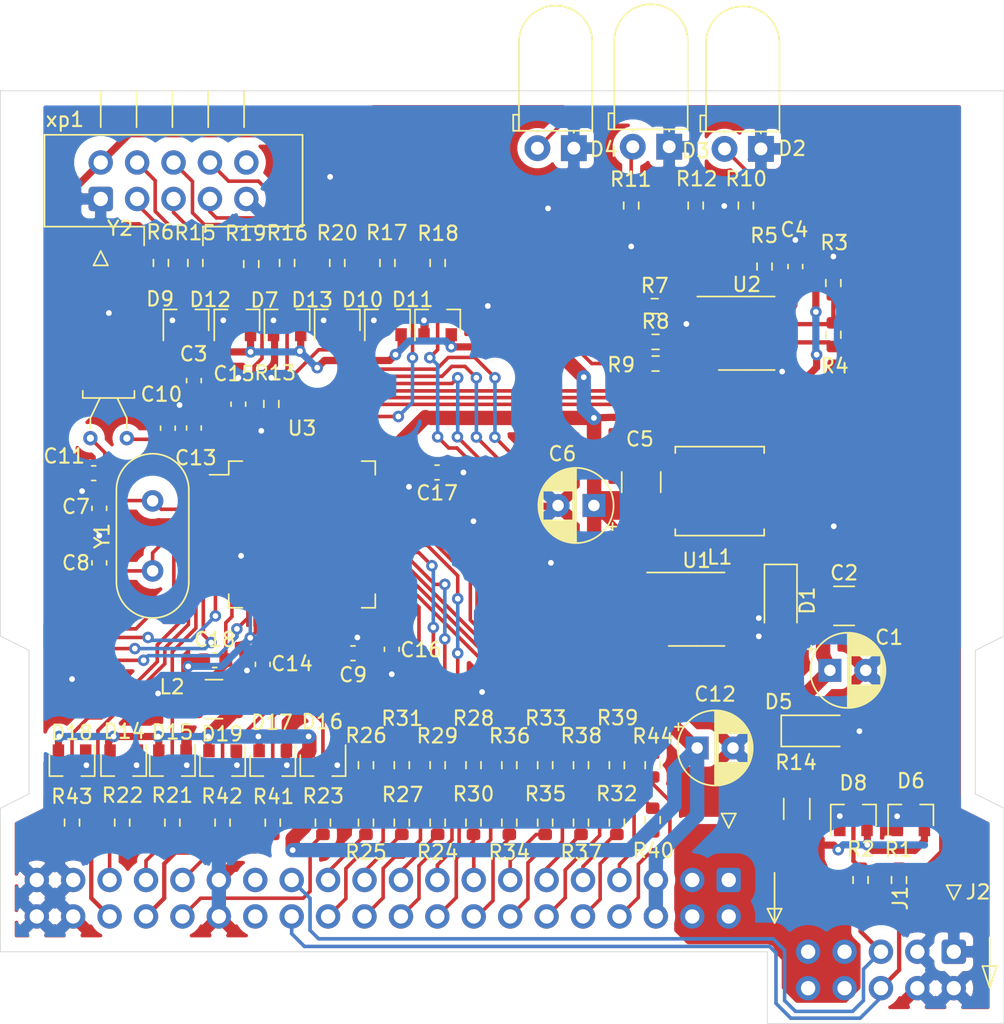
<source format=kicad_pcb>
(kicad_pcb (version 20171130) (host pcbnew "(5.1.10)-1")

  (general
    (thickness 1.6)
    (drawings 27)
    (tracks 896)
    (zones 0)
    (modules 91)
    (nets 106)
  )

  (page A4)
  (layers
    (0 F.Cu signal)
    (31 B.Cu signal)
    (32 B.Adhes user hide)
    (33 F.Adhes user hide)
    (34 B.Paste user)
    (35 F.Paste user)
    (36 B.SilkS user)
    (37 F.SilkS user)
    (38 B.Mask user)
    (39 F.Mask user)
    (40 Dwgs.User user hide)
    (41 Cmts.User user hide)
    (42 Eco1.User user hide)
    (43 Eco2.User user hide)
    (44 Edge.Cuts user)
    (45 Margin user)
    (46 B.CrtYd user)
    (47 F.CrtYd user hide)
    (48 B.Fab user hide)
    (49 F.Fab user hide)
  )

  (setup
    (last_trace_width 1)
    (user_trace_width 0.3)
    (user_trace_width 0.35)
    (user_trace_width 0.5)
    (user_trace_width 1)
    (trace_clearance 0.22)
    (zone_clearance 0.5)
    (zone_45_only yes)
    (trace_min 0.2)
    (via_size 0.8)
    (via_drill 0.4)
    (via_min_size 0.4)
    (via_min_drill 0.3)
    (uvia_size 0.3)
    (uvia_drill 0.1)
    (uvias_allowed no)
    (uvia_min_size 0.2)
    (uvia_min_drill 0.1)
    (edge_width 0.05)
    (segment_width 0.2)
    (pcb_text_width 0.3)
    (pcb_text_size 1.5 1.5)
    (mod_edge_width 0.12)
    (mod_text_size 1 1)
    (mod_text_width 0.15)
    (pad_size 1.524 1.524)
    (pad_drill 0.762)
    (pad_to_mask_clearance 0)
    (aux_axis_origin 0 0)
    (visible_elements 7FFFFFFF)
    (pcbplotparams
      (layerselection 0x010fc_ffffffff)
      (usegerberextensions false)
      (usegerberattributes true)
      (usegerberadvancedattributes true)
      (creategerberjobfile true)
      (excludeedgelayer true)
      (linewidth 0.100000)
      (plotframeref false)
      (viasonmask false)
      (mode 1)
      (useauxorigin true)
      (hpglpennumber 1)
      (hpglpenspeed 20)
      (hpglpendiameter 15.000000)
      (psnegative false)
      (psa4output false)
      (plotreference true)
      (plotvalue true)
      (plotinvisibletext false)
      (padsonsilk false)
      (subtractmaskfromsilk false)
      (outputformat 1)
      (mirror false)
      (drillshape 0)
      (scaleselection 1)
      (outputdirectory ""))
  )

  (net 0 "")
  (net 1 "Net-(D1-Pad1)")
  (net 2 +24V)
  (net 3 GND)
  (net 4 +3V3)
  (net 5 "Net-(U1-Pad3)")
  (net 6 "Net-(U1-Pad2)")
  (net 7 "Net-(U1-Pad1)")
  (net 8 "Net-(U3-Pad62)")
  (net 9 "Net-(U3-Pad61)")
  (net 10 /BOOT)
  (net 11 /RX)
  (net 12 /TX)
  (net 13 /PROG1)
  (net 14 /DATA1)
  (net 15 /CLK1)
  (net 16 "Net-(U3-Pad54)")
  (net 17 "Net-(D3-Pad2)")
  (net 18 "Net-(D4-Pad2)")
  (net 19 "Net-(D2-Pad2)")
  (net 20 "Net-(U3-Pad50)")
  (net 21 /SWD_CLK)
  (net 22 /SWD_DATA)
  (net 23 "Net-(U3-Pad45)")
  (net 24 /SD)
  (net 25 /WL)
  (net 26 /VL)
  (net 27 /UH)
  (net 28 "Net-(U3-Pad40)")
  (net 29 /WL2)
  (net 30 /VL2)
  (net 31 /UL2)
  (net 32 /WH)
  (net 33 /VH)
  (net 34 /UL)
  (net 35 /SD2)
  (net 36 "Net-(C9-Pad1)")
  (net 37 "Net-(U3-Pad29)")
  (net 38 /CS1)
  (net 39 /WH2)
  (net 40 /VH2)
  (net 41 "Net-(U3-Pad25)")
  (net 42 "Net-(U3-Pad24)")
  (net 43 /UH2)
  (net 44 /SENSE3)
  (net 45 /SENSE4)
  (net 46 /SENSE5)
  (net 47 /RX2)
  (net 48 /TX2)
  (net 49 /RTS2)
  (net 50 "Net-(U3-Pad14)")
  (net 51 "Net-(C18-Pad2)")
  (net 52 /SENSE1)
  (net 53 "Net-(U3-Pad10)")
  (net 54 /SENSE2)
  (net 55 /SENSE6)
  (net 56 /RESET)
  (net 57 "Net-(C8-Pad1)")
  (net 58 "Net-(C7-Pad1)")
  (net 59 "Net-(C11-Pad1)")
  (net 60 "Net-(C10-Pad1)")
  (net 61 "Net-(U3-Pad2)")
  (net 62 "Net-(J1-Pad28)")
  (net 63 "Net-(J1-Pad24)")
  (net 64 "Net-(J1-Pad27)")
  (net 65 /A)
  (net 66 /B)
  (net 67 "Net-(R7-Pad2)")
  (net 68 "Net-(R8-Pad2)")
  (net 69 "Net-(R9-Pad2)")
  (net 70 "Net-(xp1-Pad10)")
  (net 71 "Net-(C1-Pad1)")
  (net 72 "Net-(J1-Pad36)")
  (net 73 "Net-(J1-Pad34)")
  (net 74 "Net-(J1-Pad32)")
  (net 75 "Net-(J1-Pad22)")
  (net 76 "Net-(J1-Pad20)")
  (net 77 "Net-(J1-Pad18)")
  (net 78 "Net-(J1-Pad16)")
  (net 79 "Net-(J1-Pad14)")
  (net 80 "Net-(J1-Pad12)")
  (net 81 "Net-(J1-Pad10)")
  (net 82 "Net-(J1-Pad8)")
  (net 83 "Net-(J1-Pad35)")
  (net 84 "Net-(J1-Pad33)")
  (net 85 "Net-(J1-Pad31)")
  (net 86 "Net-(J1-Pad19)")
  (net 87 "Net-(J1-Pad17)")
  (net 88 "Net-(J1-Pad15)")
  (net 89 "Net-(J1-Pad13)")
  (net 90 "Net-(J1-Pad11)")
  (net 91 "Net-(J1-Pad9)")
  (net 92 "Net-(J1-Pad7)")
  (net 93 "Net-(R15-Pad2)")
  (net 94 "Net-(R16-Pad2)")
  (net 95 "Net-(R17-Pad2)")
  (net 96 "Net-(R18-Pad1)")
  (net 97 "Net-(R19-Pad1)")
  (net 98 "Net-(R20-Pad1)")
  (net 99 "Net-(D6-Pad3)")
  (net 100 "Net-(D8-Pad3)")
  (net 101 "Net-(J1-Pad21)")
  (net 102 "Net-(J1-Pad23)")
  (net 103 "Net-(R10-Pad2)")
  (net 104 "Net-(R11-Pad2)")
  (net 105 "Net-(R12-Pad2)")

  (net_class Default "This is the default net class."
    (clearance 0.22)
    (trace_width 0.25)
    (via_dia 0.8)
    (via_drill 0.4)
    (uvia_dia 0.3)
    (uvia_drill 0.1)
    (add_net +24V)
    (add_net +3V3)
    (add_net /A)
    (add_net /B)
    (add_net /BOOT)
    (add_net /CLK1)
    (add_net /CS1)
    (add_net /DATA1)
    (add_net /PROG1)
    (add_net /RESET)
    (add_net /RTS2)
    (add_net /RX)
    (add_net /RX2)
    (add_net /SD)
    (add_net /SD2)
    (add_net /SENSE1)
    (add_net /SENSE2)
    (add_net /SENSE3)
    (add_net /SENSE4)
    (add_net /SENSE5)
    (add_net /SENSE6)
    (add_net /SWD_CLK)
    (add_net /SWD_DATA)
    (add_net /TX)
    (add_net /TX2)
    (add_net /UH)
    (add_net /UH2)
    (add_net /UL)
    (add_net /UL2)
    (add_net /VH)
    (add_net /VH2)
    (add_net /VL)
    (add_net /VL2)
    (add_net /WH)
    (add_net /WH2)
    (add_net /WL)
    (add_net /WL2)
    (add_net GND)
    (add_net "Net-(C1-Pad1)")
    (add_net "Net-(C10-Pad1)")
    (add_net "Net-(C11-Pad1)")
    (add_net "Net-(C18-Pad2)")
    (add_net "Net-(C7-Pad1)")
    (add_net "Net-(C8-Pad1)")
    (add_net "Net-(C9-Pad1)")
    (add_net "Net-(D1-Pad1)")
    (add_net "Net-(D2-Pad2)")
    (add_net "Net-(D3-Pad2)")
    (add_net "Net-(D4-Pad2)")
    (add_net "Net-(D6-Pad3)")
    (add_net "Net-(D8-Pad3)")
    (add_net "Net-(J1-Pad10)")
    (add_net "Net-(J1-Pad11)")
    (add_net "Net-(J1-Pad12)")
    (add_net "Net-(J1-Pad13)")
    (add_net "Net-(J1-Pad14)")
    (add_net "Net-(J1-Pad15)")
    (add_net "Net-(J1-Pad16)")
    (add_net "Net-(J1-Pad17)")
    (add_net "Net-(J1-Pad18)")
    (add_net "Net-(J1-Pad19)")
    (add_net "Net-(J1-Pad20)")
    (add_net "Net-(J1-Pad21)")
    (add_net "Net-(J1-Pad22)")
    (add_net "Net-(J1-Pad23)")
    (add_net "Net-(J1-Pad24)")
    (add_net "Net-(J1-Pad27)")
    (add_net "Net-(J1-Pad28)")
    (add_net "Net-(J1-Pad31)")
    (add_net "Net-(J1-Pad32)")
    (add_net "Net-(J1-Pad33)")
    (add_net "Net-(J1-Pad34)")
    (add_net "Net-(J1-Pad35)")
    (add_net "Net-(J1-Pad36)")
    (add_net "Net-(J1-Pad7)")
    (add_net "Net-(J1-Pad8)")
    (add_net "Net-(J1-Pad9)")
    (add_net "Net-(R10-Pad2)")
    (add_net "Net-(R11-Pad2)")
    (add_net "Net-(R12-Pad2)")
    (add_net "Net-(R15-Pad2)")
    (add_net "Net-(R16-Pad2)")
    (add_net "Net-(R17-Pad2)")
    (add_net "Net-(R18-Pad1)")
    (add_net "Net-(R19-Pad1)")
    (add_net "Net-(R20-Pad1)")
    (add_net "Net-(R7-Pad2)")
    (add_net "Net-(R8-Pad2)")
    (add_net "Net-(R9-Pad2)")
    (add_net "Net-(U1-Pad1)")
    (add_net "Net-(U1-Pad2)")
    (add_net "Net-(U1-Pad3)")
    (add_net "Net-(U3-Pad10)")
    (add_net "Net-(U3-Pad14)")
    (add_net "Net-(U3-Pad2)")
    (add_net "Net-(U3-Pad24)")
    (add_net "Net-(U3-Pad25)")
    (add_net "Net-(U3-Pad29)")
    (add_net "Net-(U3-Pad40)")
    (add_net "Net-(U3-Pad45)")
    (add_net "Net-(U3-Pad50)")
    (add_net "Net-(U3-Pad54)")
    (add_net "Net-(U3-Pad61)")
    (add_net "Net-(U3-Pad62)")
    (add_net "Net-(xp1-Pad10)")
  )

  (net_class gap0.3 ""
    (clearance 0.3)
    (trace_width 0.25)
    (via_dia 0.8)
    (via_drill 0.4)
    (uvia_dia 0.3)
    (uvia_drill 0.1)
    (diff_pair_width 0.2)
    (diff_pair_gap 0.3)
  )

  (module Capacitor_SMD:C_1210_3225Metric (layer F.Cu) (tedit 5F68FEEE) (tstamp 623FAA1B)
    (at 118.85 105.9)
    (descr "Capacitor SMD 1210 (3225 Metric), square (rectangular) end terminal, IPC_7351 nominal, (Body size source: IPC-SM-782 page 76, https://www.pcb-3d.com/wordpress/wp-content/uploads/ipc-sm-782a_amendment_1_and_2.pdf), generated with kicad-footprint-generator")
    (tags capacitor)
    (path /64DD66A0)
    (attr smd)
    (fp_text reference C2 (at 0 -2.3) (layer F.SilkS)
      (effects (font (size 1 1) (thickness 0.15)))
    )
    (fp_text value 50uF (at 0 2.3) (layer F.Fab)
      (effects (font (size 1 1) (thickness 0.15)))
    )
    (fp_text user %R (at 0 0) (layer F.Fab)
      (effects (font (size 0.8 0.8) (thickness 0.12)))
    )
    (fp_line (start -1.6 1.25) (end -1.6 -1.25) (layer F.Fab) (width 0.1))
    (fp_line (start -1.6 -1.25) (end 1.6 -1.25) (layer F.Fab) (width 0.1))
    (fp_line (start 1.6 -1.25) (end 1.6 1.25) (layer F.Fab) (width 0.1))
    (fp_line (start 1.6 1.25) (end -1.6 1.25) (layer F.Fab) (width 0.1))
    (fp_line (start -0.711252 -1.36) (end 0.711252 -1.36) (layer F.SilkS) (width 0.12))
    (fp_line (start -0.711252 1.36) (end 0.711252 1.36) (layer F.SilkS) (width 0.12))
    (fp_line (start -2.3 1.6) (end -2.3 -1.6) (layer F.CrtYd) (width 0.05))
    (fp_line (start -2.3 -1.6) (end 2.3 -1.6) (layer F.CrtYd) (width 0.05))
    (fp_line (start 2.3 -1.6) (end 2.3 1.6) (layer F.CrtYd) (width 0.05))
    (fp_line (start 2.3 1.6) (end -2.3 1.6) (layer F.CrtYd) (width 0.05))
    (pad 2 smd roundrect (at 1.475 0) (size 1.15 2.7) (layers F.Cu F.Paste F.Mask) (roundrect_rratio 0.217391)
      (net 3 GND))
    (pad 1 smd roundrect (at -1.475 0) (size 1.15 2.7) (layers F.Cu F.Paste F.Mask) (roundrect_rratio 0.217391)
      (net 71 "Net-(C1-Pad1)"))
    (model ${KISYS3DMOD}/Capacitor_SMD.3dshapes/C_1210_3225Metric.wrl
      (at (xyz 0 0 0))
      (scale (xyz 1 1 1))
      (rotate (xyz 0 0 0))
    )
  )

  (module Connector_IDC:IDC-Header_2x05_P2.54mm_Latch_Vertical (layer F.Cu) (tedit 623AF839) (tstamp 622F9042)
    (at 67 77.54 90)
    (descr "Through hole IDC header, 2x05, 2.54mm pitch, DIN 41651 / IEC 60603-13, double rows latches, https://docs.google.com/spreadsheets/d/16SsEcesNF15N3Lb4niX7dcUr-NY5_MFPQhobNuNppn4/edit#gid=0")
    (tags "Through hole vertical IDC header THT 2x05 2.54mm double row")
    (path /618A8B1D)
    (fp_text reference xp1 (at 5.54 -2.5) (layer F.SilkS)
      (effects (font (size 1 1) (thickness 0.15)))
    )
    (fp_text value PROGRAMMATOR (at 1.27 22.13 90) (layer F.Fab)
      (effects (font (size 1 1) (thickness 0.15)))
    )
    (fp_text user %R (at 1.27 5.08 180) (layer F.Fab)
      (effects (font (size 1 1) (thickness 0.15)))
    )
    (fp_line (start -3.13 3.03) (end -1.93 3.03) (layer F.Fab) (width 0.1))
    (fp_line (start -1.93 3.03) (end -1.93 -3.92) (layer F.Fab) (width 0.1))
    (fp_line (start -1.93 -3.92) (end 4.47 -3.92) (layer F.Fab) (width 0.1))
    (fp_line (start 4.47 -3.92) (end 4.47 14.08) (layer F.Fab) (width 0.1))
    (fp_line (start 4.47 14.08) (end -1.93 14.08) (layer F.Fab) (width 0.1))
    (fp_line (start -1.93 14.08) (end -1.93 7.13) (layer F.Fab) (width 0.1))
    (fp_line (start -1.93 7.13) (end -1.93 7.13) (layer F.Fab) (width 0.1))
    (fp_line (start -1.93 7.13) (end -3.13 7.13) (layer F.Fab) (width 0.1))
    (fp_line (start -3.24 3.03) (end -1.93 3.03) (layer F.SilkS) (width 0.12))
    (fp_line (start -1.93 3.03) (end -1.93 -3.92) (layer F.SilkS) (width 0.12))
    (fp_line (start -1.93 -3.92) (end 4.47 -3.92) (layer F.SilkS) (width 0.12))
    (fp_line (start 4.47 -3.92) (end 4.47 14.08) (layer F.SilkS) (width 0.12))
    (fp_line (start 4.47 14.08) (end -1.93 14.08) (layer F.SilkS) (width 0.12))
    (fp_line (start -1.93 14.08) (end -1.93 7.13) (layer F.SilkS) (width 0.12))
    (fp_line (start -1.93 7.13) (end -1.93 7.13) (layer F.SilkS) (width 0.12))
    (fp_line (start -1.93 7.13) (end -3.24 7.13) (layer F.SilkS) (width 0.12))
    (fp_line (start -3.63 0) (end -4.63 -0.5) (layer F.SilkS) (width 0.12))
    (fp_line (start -4.63 -0.5) (end -4.63 0.5) (layer F.SilkS) (width 0.12))
    (fp_line (start -4.63 0.5) (end -3.63 0) (layer F.SilkS) (width 0.12))
    (fp_line (start 5 0) (end 7.5 0) (layer F.SilkS) (width 0.12))
    (fp_line (start 5 2.5) (end 7.5 2.5) (layer F.SilkS) (width 0.12))
    (fp_line (start 5 5) (end 7.5 5) (layer F.SilkS) (width 0.12))
    (fp_line (start 5 7.5) (end 7.5 7.5) (layer F.SilkS) (width 0.12))
    (fp_line (start 5 10) (end 7.5 10) (layer F.SilkS) (width 0.12))
    (pad 10 thru_hole circle (at 2.54 10.16 90) (size 1.7 1.7) (drill 1) (layers *.Cu *.Mask)
      (net 70 "Net-(xp1-Pad10)"))
    (pad 8 thru_hole circle (at 2.54 7.62 90) (size 1.7 1.7) (drill 1) (layers *.Cu *.Mask)
      (net 96 "Net-(R18-Pad1)"))
    (pad 6 thru_hole circle (at 2.54 5.08 90) (size 1.7 1.7) (drill 1) (layers *.Cu *.Mask)
      (net 98 "Net-(R20-Pad1)"))
    (pad 4 thru_hole circle (at 2.54 2.54 90) (size 1.7 1.7) (drill 1) (layers *.Cu *.Mask)
      (net 97 "Net-(R19-Pad1)"))
    (pad 2 thru_hole circle (at 2.54 0 90) (size 1.7 1.7) (drill 1) (layers *.Cu *.Mask)
      (net 4 +3V3))
    (pad 9 thru_hole circle (at 0 10.16 90) (size 1.7 1.7) (drill 1) (layers *.Cu *.Mask)
      (net 3 GND))
    (pad 7 thru_hole circle (at 0 7.62 90) (size 1.7 1.7) (drill 1) (layers *.Cu *.Mask)
      (net 95 "Net-(R17-Pad2)"))
    (pad 5 thru_hole circle (at 0 5.08 90) (size 1.7 1.7) (drill 1) (layers *.Cu *.Mask)
      (net 94 "Net-(R16-Pad2)"))
    (pad 3 thru_hole circle (at 0 2.54 90) (size 1.7 1.7) (drill 1) (layers *.Cu *.Mask)
      (net 93 "Net-(R15-Pad2)"))
    (pad 1 thru_hole roundrect (at 0 0 90) (size 1.7 1.7) (drill 1) (layers *.Cu *.Mask) (roundrect_rratio 0.147059)
      (net 3 GND))
    (model ${KISYS3DMOD}/Connector_IDC.3dshapes/IDC-Header_2x05_P2.54mm_Latch_Vertical.wrl
      (at (xyz 0 0 0))
      (scale (xyz 1 1 1))
      (rotate (xyz 0 0 0))
    )
  )

  (module Connector_IDC:IDC-Header_2x20_P2.54mm_Latch_Vertical (layer F.Cu) (tedit 623AF62B) (tstamp 623B75EE)
    (at 110.8 125 270)
    (descr "Through hole IDC header, 2x20, 2.54mm pitch, DIN 41651 / IEC 60603-13, double rows latches, https://docs.google.com/spreadsheets/d/16SsEcesNF15N3Lb4niX7dcUr-NY5_MFPQhobNuNppn4/edit#gid=0")
    (tags "Through hole vertical IDC header THT 2x20 2.54mm double row")
    (path /635061C2)
    (fp_text reference J1 (at 1.27 -11.97 270) (layer F.SilkS)
      (effects (font (size 1 1) (thickness 0.15)))
    )
    (fp_text value Conn_02x20_Odd_Even (at 1.27 60.23 270) (layer F.Fab)
      (effects (font (size 1 1) (thickness 0.15)))
    )
    (fp_text user %R (at 1.27 24.13) (layer F.Fab)
      (effects (font (size 1 1) (thickness 0.15)))
    )
    (fp_line (start -1.93 26.18) (end -1.93 26.18) (layer F.Fab) (width 0.1))
    (fp_line (start -1.93 26.18) (end -1.93 26.18) (layer F.SilkS) (width 0.12))
    (fp_line (start -3.63 0) (end -4.63 -0.5) (layer F.SilkS) (width 0.12))
    (fp_line (start -4.63 -0.5) (end -4.63 0.5) (layer F.SilkS) (width 0.12))
    (fp_line (start -4.63 0.5) (end -3.63 0) (layer F.SilkS) (width 0.12))
    (pad 40 thru_hole circle (at 2.54 48.26 270) (size 1.7 1.7) (drill 1) (layers *.Cu *.Mask)
      (net 3 GND))
    (pad 38 thru_hole circle (at 2.54 45.72 270) (size 1.7 1.7) (drill 1) (layers *.Cu *.Mask)
      (net 3 GND))
    (pad 36 thru_hole circle (at 2.54 43.18 270) (size 1.7 1.7) (drill 1) (layers *.Cu *.Mask)
      (net 72 "Net-(J1-Pad36)"))
    (pad 34 thru_hole circle (at 2.54 40.64 270) (size 1.7 1.7) (drill 1) (layers *.Cu *.Mask)
      (net 73 "Net-(J1-Pad34)"))
    (pad 32 thru_hole circle (at 2.54 38.1 270) (size 1.7 1.7) (drill 1) (layers *.Cu *.Mask)
      (net 74 "Net-(J1-Pad32)"))
    (pad 30 thru_hole circle (at 2.54 35.56 270) (size 1.7 1.7) (drill 1) (layers *.Cu *.Mask)
      (net 3 GND))
    (pad 28 thru_hole circle (at 2.54 33.02 270) (size 1.7 1.7) (drill 1) (layers *.Cu *.Mask)
      (net 62 "Net-(J1-Pad28)"))
    (pad 26 thru_hole circle (at 2.54 30.48 270) (size 1.7 1.7) (drill 1) (layers *.Cu *.Mask)
      (net 66 /B))
    (pad 24 thru_hole circle (at 2.54 27.94 270) (size 1.7 1.7) (drill 1) (layers *.Cu *.Mask)
      (net 63 "Net-(J1-Pad24)"))
    (pad 22 thru_hole circle (at 2.54 25.4 270) (size 1.7 1.7) (drill 1) (layers *.Cu *.Mask)
      (net 75 "Net-(J1-Pad22)"))
    (pad 20 thru_hole circle (at 2.54 22.86 270) (size 1.7 1.7) (drill 1) (layers *.Cu *.Mask)
      (net 76 "Net-(J1-Pad20)"))
    (pad 18 thru_hole circle (at 2.54 20.32 270) (size 1.7 1.7) (drill 1) (layers *.Cu *.Mask)
      (net 77 "Net-(J1-Pad18)"))
    (pad 16 thru_hole circle (at 2.54 17.78 270) (size 1.7 1.7) (drill 1) (layers *.Cu *.Mask)
      (net 78 "Net-(J1-Pad16)"))
    (pad 14 thru_hole circle (at 2.54 15.24 270) (size 1.7 1.7) (drill 1) (layers *.Cu *.Mask)
      (net 79 "Net-(J1-Pad14)"))
    (pad 12 thru_hole circle (at 2.54 12.7 270) (size 1.7 1.7) (drill 1) (layers *.Cu *.Mask)
      (net 80 "Net-(J1-Pad12)"))
    (pad 10 thru_hole circle (at 2.54 10.16 270) (size 1.7 1.7) (drill 1) (layers *.Cu *.Mask)
      (net 81 "Net-(J1-Pad10)"))
    (pad 8 thru_hole circle (at 2.54 7.62 270) (size 1.7 1.7) (drill 1) (layers *.Cu *.Mask)
      (net 82 "Net-(J1-Pad8)"))
    (pad 6 thru_hole circle (at 2.54 5.08 270) (size 1.7 1.7) (drill 1) (layers *.Cu *.Mask)
      (net 4 +3V3))
    (pad 4 thru_hole circle (at 2.54 2.54 270) (size 1.7 1.7) (drill 1) (layers *.Cu *.Mask)
      (net 2 +24V))
    (pad 2 thru_hole circle (at 2.54 0 270) (size 1.7 1.7) (drill 1) (layers *.Cu *.Mask)
      (net 2 +24V))
    (pad 39 thru_hole circle (at 0 48.26 270) (size 1.7 1.7) (drill 1) (layers *.Cu *.Mask)
      (net 3 GND))
    (pad 37 thru_hole circle (at 0 45.72 270) (size 1.7 1.7) (drill 1) (layers *.Cu *.Mask)
      (net 3 GND))
    (pad 35 thru_hole circle (at 0 43.18 270) (size 1.7 1.7) (drill 1) (layers *.Cu *.Mask)
      (net 83 "Net-(J1-Pad35)"))
    (pad 33 thru_hole circle (at 0 40.64 270) (size 1.7 1.7) (drill 1) (layers *.Cu *.Mask)
      (net 84 "Net-(J1-Pad33)"))
    (pad 31 thru_hole circle (at 0 38.1 270) (size 1.7 1.7) (drill 1) (layers *.Cu *.Mask)
      (net 85 "Net-(J1-Pad31)"))
    (pad 29 thru_hole circle (at 0 35.56 270) (size 1.7 1.7) (drill 1) (layers *.Cu *.Mask)
      (net 3 GND))
    (pad 27 thru_hole circle (at 0 33.02 270) (size 1.7 1.7) (drill 1) (layers *.Cu *.Mask)
      (net 64 "Net-(J1-Pad27)"))
    (pad 25 thru_hole circle (at 0 30.48 270) (size 1.7 1.7) (drill 1) (layers *.Cu *.Mask)
      (net 65 /A))
    (pad 23 thru_hole circle (at 0 27.94 270) (size 1.7 1.7) (drill 1) (layers *.Cu *.Mask)
      (net 102 "Net-(J1-Pad23)"))
    (pad 21 thru_hole circle (at 0 25.4 270) (size 1.7 1.7) (drill 1) (layers *.Cu *.Mask)
      (net 101 "Net-(J1-Pad21)"))
    (pad 19 thru_hole circle (at 0 22.86 270) (size 1.7 1.7) (drill 1) (layers *.Cu *.Mask)
      (net 86 "Net-(J1-Pad19)"))
    (pad 17 thru_hole circle (at 0 20.32 270) (size 1.7 1.7) (drill 1) (layers *.Cu *.Mask)
      (net 87 "Net-(J1-Pad17)"))
    (pad 15 thru_hole circle (at 0 17.78 270) (size 1.7 1.7) (drill 1) (layers *.Cu *.Mask)
      (net 88 "Net-(J1-Pad15)"))
    (pad 13 thru_hole circle (at 0 15.24 270) (size 1.7 1.7) (drill 1) (layers *.Cu *.Mask)
      (net 89 "Net-(J1-Pad13)"))
    (pad 11 thru_hole circle (at 0 12.7 270) (size 1.7 1.7) (drill 1) (layers *.Cu *.Mask)
      (net 90 "Net-(J1-Pad11)"))
    (pad 9 thru_hole circle (at 0 10.16 270) (size 1.7 1.7) (drill 1) (layers *.Cu *.Mask)
      (net 91 "Net-(J1-Pad9)"))
    (pad 7 thru_hole circle (at 0 7.62 270) (size 1.7 1.7) (drill 1) (layers *.Cu *.Mask)
      (net 92 "Net-(J1-Pad7)"))
    (pad 5 thru_hole circle (at 0 5.08 270) (size 1.7 1.7) (drill 1) (layers *.Cu *.Mask)
      (net 4 +3V3))
    (pad 3 thru_hole circle (at 0 2.54 270) (size 1.7 1.7) (drill 1) (layers *.Cu *.Mask)
      (net 2 +24V))
    (pad 1 thru_hole roundrect (at 0 0 270) (size 1.7 1.7) (drill 1) (layers *.Cu *.Mask) (roundrect_rratio 0.147059)
      (net 2 +24V))
    (model ${KISYS3DMOD}/Connector_IDC.3dshapes/IDC-Header_2x20_P2.54mm_Latch_Vertical.wrl
      (at (xyz 0 0 0))
      (scale (xyz 1 1 1))
      (rotate (xyz 0 0 0))
    )
  )

  (module Connector_IDC:IDC-Header_2x05_P2.54mm_Latch_Vertical (layer F.Cu) (tedit 623AF5E0) (tstamp 623F18C9)
    (at 126.5 130 270)
    (descr "Through hole IDC header, 2x05, 2.54mm pitch, DIN 41651 / IEC 60603-13, double rows latches, https://docs.google.com/spreadsheets/d/16SsEcesNF15N3Lb4niX7dcUr-NY5_MFPQhobNuNppn4/edit#gid=0")
    (tags "Through hole vertical IDC header THT 2x05 2.54mm double row")
    (path /62C03CB0)
    (fp_text reference J2 (at -4.16 -1.69 180) (layer F.SilkS)
      (effects (font (size 1 1) (thickness 0.15)))
    )
    (fp_text value Conn_02x05_Odd_Even (at 1.27 22.13 270) (layer F.Fab)
      (effects (font (size 1 1) (thickness 0.15)))
    )
    (fp_text user %R (at 1.27 5.08) (layer F.Fab)
      (effects (font (size 1 1) (thickness 0.15)))
    )
    (fp_line (start -3.63 0) (end -4.63 -0.5) (layer F.SilkS) (width 0.12))
    (fp_line (start -4.63 -0.5) (end -4.63 0.5) (layer F.SilkS) (width 0.12))
    (fp_line (start -4.63 0.5) (end -3.63 0) (layer F.SilkS) (width 0.12))
    (pad 10 thru_hole circle (at 2.54 10.16 270) (size 1.7 1.7) (drill 1) (layers *.Cu *.Mask)
      (net 2 +24V))
    (pad 8 thru_hole circle (at 2.54 7.62 270) (size 1.7 1.7) (drill 1) (layers *.Cu *.Mask)
      (net 2 +24V))
    (pad 6 thru_hole circle (at 2.54 5.08 270) (size 1.7 1.7) (drill 1) (layers *.Cu *.Mask)
      (net 66 /B))
    (pad 4 thru_hole circle (at 2.54 2.54 270) (size 1.7 1.7) (drill 1) (layers *.Cu *.Mask)
      (net 3 GND))
    (pad 2 thru_hole circle (at 2.54 0 270) (size 1.7 1.7) (drill 1) (layers *.Cu *.Mask)
      (net 3 GND))
    (pad 9 thru_hole circle (at 0 10.16 270) (size 1.7 1.7) (drill 1) (layers *.Cu *.Mask)
      (net 2 +24V))
    (pad 7 thru_hole circle (at 0 7.62 270) (size 1.7 1.7) (drill 1) (layers *.Cu *.Mask)
      (net 2 +24V))
    (pad 5 thru_hole circle (at 0 5.08 270) (size 1.7 1.7) (drill 1) (layers *.Cu *.Mask)
      (net 65 /A))
    (pad 3 thru_hole circle (at 0 2.54 270) (size 1.7 1.7) (drill 1) (layers *.Cu *.Mask)
      (net 3 GND))
    (pad 1 thru_hole roundrect (at 0 0 270) (size 1.7 1.7) (drill 1) (layers *.Cu *.Mask) (roundrect_rratio 0.147059)
      (net 3 GND))
    (model ${KISYS3DMOD}/Connector_IDC.3dshapes/IDC-Header_2x05_P2.54mm_Latch_Vertical.wrl
      (at (xyz 0 0 0))
      (scale (xyz 1 1 1))
      (rotate (xyz 0 0 0))
    )
  )

  (module LED_THT:LED_D5.0mm_Horizontal_O1.27mm_Z3.0mm_Clear (layer F.Cu) (tedit 5A6C9E1C) (tstamp 62332633)
    (at 100 74 180)
    (descr "LED, diameter 5.0mm z-position of LED center 3.0mm, 2 pins")
    (tags "LED diameter 5.0mm z-position of LED center 3.0mm 2 pins")
    (path /626BACBD)
    (fp_text reference D4 (at -2.09 -0.08) (layer F.SilkS)
      (effects (font (size 1 1) (thickness 0.15)))
    )
    (fp_text value yel (at 1.27 10.93) (layer F.Fab)
      (effects (font (size 1 1) (thickness 0.15)))
    )
    (fp_arc (start 1.27 7.37) (end -1.29 7.37) (angle -180) (layer F.SilkS) (width 0.12))
    (fp_arc (start 1.27 7.37) (end -1.23 7.37) (angle -180) (layer F.Fab) (width 0.1))
    (fp_text user %R (at 1.27 0) (layer F.Fab)
      (effects (font (size 1 1) (thickness 0.15)))
    )
    (fp_line (start -1.23 1.27) (end -1.23 7.37) (layer F.Fab) (width 0.1))
    (fp_line (start 3.77 1.27) (end 3.77 7.37) (layer F.Fab) (width 0.1))
    (fp_line (start -1.23 1.27) (end 3.77 1.27) (layer F.Fab) (width 0.1))
    (fp_line (start 4.17 1.27) (end 4.17 2.27) (layer F.Fab) (width 0.1))
    (fp_line (start 4.17 2.27) (end 3.77 2.27) (layer F.Fab) (width 0.1))
    (fp_line (start 3.77 2.27) (end 3.77 1.27) (layer F.Fab) (width 0.1))
    (fp_line (start 3.77 1.27) (end 4.17 1.27) (layer F.Fab) (width 0.1))
    (fp_line (start 0 0) (end 0 1.27) (layer F.Fab) (width 0.1))
    (fp_line (start 0 1.27) (end 0 1.27) (layer F.Fab) (width 0.1))
    (fp_line (start 0 1.27) (end 0 0) (layer F.Fab) (width 0.1))
    (fp_line (start 0 0) (end 0 0) (layer F.Fab) (width 0.1))
    (fp_line (start 2.54 0) (end 2.54 1.27) (layer F.Fab) (width 0.1))
    (fp_line (start 2.54 1.27) (end 2.54 1.27) (layer F.Fab) (width 0.1))
    (fp_line (start 2.54 1.27) (end 2.54 0) (layer F.Fab) (width 0.1))
    (fp_line (start 2.54 0) (end 2.54 0) (layer F.Fab) (width 0.1))
    (fp_line (start -1.29 1.21) (end -1.29 7.37) (layer F.SilkS) (width 0.12))
    (fp_line (start 3.83 1.21) (end 3.83 7.37) (layer F.SilkS) (width 0.12))
    (fp_line (start -1.29 1.21) (end 3.83 1.21) (layer F.SilkS) (width 0.12))
    (fp_line (start 4.23 1.21) (end 4.23 2.33) (layer F.SilkS) (width 0.12))
    (fp_line (start 4.23 2.33) (end 3.83 2.33) (layer F.SilkS) (width 0.12))
    (fp_line (start 3.83 2.33) (end 3.83 1.21) (layer F.SilkS) (width 0.12))
    (fp_line (start 3.83 1.21) (end 4.23 1.21) (layer F.SilkS) (width 0.12))
    (fp_line (start 0 1.08) (end 0 1.21) (layer F.SilkS) (width 0.12))
    (fp_line (start 0 1.21) (end 0 1.21) (layer F.SilkS) (width 0.12))
    (fp_line (start 0 1.21) (end 0 1.08) (layer F.SilkS) (width 0.12))
    (fp_line (start 0 1.08) (end 0 1.08) (layer F.SilkS) (width 0.12))
    (fp_line (start 2.54 1.08) (end 2.54 1.21) (layer F.SilkS) (width 0.12))
    (fp_line (start 2.54 1.21) (end 2.54 1.21) (layer F.SilkS) (width 0.12))
    (fp_line (start 2.54 1.21) (end 2.54 1.08) (layer F.SilkS) (width 0.12))
    (fp_line (start 2.54 1.08) (end 2.54 1.08) (layer F.SilkS) (width 0.12))
    (fp_line (start -1.95 -1.25) (end -1.95 10.2) (layer F.CrtYd) (width 0.05))
    (fp_line (start -1.95 10.2) (end 4.5 10.2) (layer F.CrtYd) (width 0.05))
    (fp_line (start 4.5 10.2) (end 4.5 -1.25) (layer F.CrtYd) (width 0.05))
    (fp_line (start 4.5 -1.25) (end -1.95 -1.25) (layer F.CrtYd) (width 0.05))
    (pad 2 thru_hole circle (at 2.54 0 180) (size 1.8 1.8) (drill 0.9) (layers *.Cu *.Mask)
      (net 18 "Net-(D4-Pad2)"))
    (pad 1 thru_hole rect (at 0 0 180) (size 1.8 1.8) (drill 0.9) (layers *.Cu *.Mask)
      (net 3 GND))
    (model ${KISYS3DMOD}/LED_THT.3dshapes/LED_D5.0mm_Horizontal_O1.27mm_Z3.0mm_Clear.wrl
      (at (xyz 0 0 0))
      (scale (xyz 1 1 1))
      (rotate (xyz 0 0 0))
    )
  )

  (module LED_THT:LED_D5.0mm_Horizontal_O1.27mm_Z3.0mm_IRBlack (layer F.Cu) (tedit 5A6C9E1E) (tstamp 622A482F)
    (at 106.65 73.9 180)
    (descr "LED, diameter 5.0mm z-position of LED center 3.0mm, 2 pins")
    (tags "LED diameter 5.0mm z-position of LED center 3.0mm 2 pins")
    (path /61B660BD)
    (fp_text reference D3 (at -1.86 -0.28) (layer F.SilkS)
      (effects (font (size 1 1) (thickness 0.15)))
    )
    (fp_text value red (at 1.27 10.93) (layer F.Fab)
      (effects (font (size 1 1) (thickness 0.15)))
    )
    (fp_arc (start 1.27 7.37) (end -1.29 7.37) (angle -180) (layer F.SilkS) (width 0.12))
    (fp_arc (start 1.27 7.37) (end -1.23 7.37) (angle -180) (layer F.Fab) (width 0.1))
    (fp_text user %R (at 1.27 0) (layer F.Fab)
      (effects (font (size 1 1) (thickness 0.15)))
    )
    (fp_line (start -1.23 1.27) (end -1.23 7.37) (layer F.Fab) (width 0.1))
    (fp_line (start 3.77 1.27) (end 3.77 7.37) (layer F.Fab) (width 0.1))
    (fp_line (start -1.23 1.27) (end 3.77 1.27) (layer F.Fab) (width 0.1))
    (fp_line (start 4.17 1.27) (end 4.17 2.27) (layer F.Fab) (width 0.1))
    (fp_line (start 4.17 2.27) (end 3.77 2.27) (layer F.Fab) (width 0.1))
    (fp_line (start 3.77 2.27) (end 3.77 1.27) (layer F.Fab) (width 0.1))
    (fp_line (start 3.77 1.27) (end 4.17 1.27) (layer F.Fab) (width 0.1))
    (fp_line (start 0 0) (end 0 1.27) (layer F.Fab) (width 0.1))
    (fp_line (start 0 1.27) (end 0 1.27) (layer F.Fab) (width 0.1))
    (fp_line (start 0 1.27) (end 0 0) (layer F.Fab) (width 0.1))
    (fp_line (start 0 0) (end 0 0) (layer F.Fab) (width 0.1))
    (fp_line (start 2.54 0) (end 2.54 1.27) (layer F.Fab) (width 0.1))
    (fp_line (start 2.54 1.27) (end 2.54 1.27) (layer F.Fab) (width 0.1))
    (fp_line (start 2.54 1.27) (end 2.54 0) (layer F.Fab) (width 0.1))
    (fp_line (start 2.54 0) (end 2.54 0) (layer F.Fab) (width 0.1))
    (fp_line (start -1.29 1.21) (end -1.29 7.37) (layer F.SilkS) (width 0.12))
    (fp_line (start 3.83 1.21) (end 3.83 7.37) (layer F.SilkS) (width 0.12))
    (fp_line (start -1.29 1.21) (end 3.83 1.21) (layer F.SilkS) (width 0.12))
    (fp_line (start 4.23 1.21) (end 4.23 2.33) (layer F.SilkS) (width 0.12))
    (fp_line (start 4.23 2.33) (end 3.83 2.33) (layer F.SilkS) (width 0.12))
    (fp_line (start 3.83 2.33) (end 3.83 1.21) (layer F.SilkS) (width 0.12))
    (fp_line (start 3.83 1.21) (end 4.23 1.21) (layer F.SilkS) (width 0.12))
    (fp_line (start 0 1.08) (end 0 1.21) (layer F.SilkS) (width 0.12))
    (fp_line (start 0 1.21) (end 0 1.21) (layer F.SilkS) (width 0.12))
    (fp_line (start 0 1.21) (end 0 1.08) (layer F.SilkS) (width 0.12))
    (fp_line (start 0 1.08) (end 0 1.08) (layer F.SilkS) (width 0.12))
    (fp_line (start 2.54 1.08) (end 2.54 1.21) (layer F.SilkS) (width 0.12))
    (fp_line (start 2.54 1.21) (end 2.54 1.21) (layer F.SilkS) (width 0.12))
    (fp_line (start 2.54 1.21) (end 2.54 1.08) (layer F.SilkS) (width 0.12))
    (fp_line (start 2.54 1.08) (end 2.54 1.08) (layer F.SilkS) (width 0.12))
    (fp_line (start -1.95 -1.25) (end -1.95 10.2) (layer F.CrtYd) (width 0.05))
    (fp_line (start -1.95 10.2) (end 4.5 10.2) (layer F.CrtYd) (width 0.05))
    (fp_line (start 4.5 10.2) (end 4.5 -1.25) (layer F.CrtYd) (width 0.05))
    (fp_line (start 4.5 -1.25) (end -1.95 -1.25) (layer F.CrtYd) (width 0.05))
    (pad 2 thru_hole circle (at 2.54 0 180) (size 1.8 1.8) (drill 0.9) (layers *.Cu *.Mask)
      (net 17 "Net-(D3-Pad2)"))
    (pad 1 thru_hole rect (at 0 0 180) (size 1.8 1.8) (drill 0.9) (layers *.Cu *.Mask)
      (net 3 GND))
    (model ${KISYS3DMOD}/LED_THT.3dshapes/LED_D5.0mm_Horizontal_O1.27mm_Z3.0mm_IRBlack.wrl
      (at (xyz 0 0 0))
      (scale (xyz 1 1 1))
      (rotate (xyz 0 0 0))
    )
  )

  (module LED_THT:LED_D5.0mm_Horizontal_O1.27mm_Z3.0mm (layer F.Cu) (tedit 5880A862) (tstamp 622A481D)
    (at 113.05 74.05 180)
    (descr "LED, diameter 5.0mm z-position of LED center 3.0mm, 2 pins")
    (tags "LED diameter 5.0mm z-position of LED center 3.0mm 2 pins")
    (path /61B5E345)
    (fp_text reference D2 (at -2.17 0.03) (layer F.SilkS)
      (effects (font (size 1 1) (thickness 0.15)))
    )
    (fp_text value grn (at 1.27 10.93) (layer F.Fab)
      (effects (font (size 1 1) (thickness 0.15)))
    )
    (fp_arc (start 1.27 7.37) (end -1.29 7.37) (angle -180) (layer F.SilkS) (width 0.12))
    (fp_arc (start 1.27 7.37) (end -1.23 7.37) (angle -180) (layer F.Fab) (width 0.1))
    (fp_line (start -1.23 1.27) (end -1.23 7.37) (layer F.Fab) (width 0.1))
    (fp_line (start 3.77 1.27) (end 3.77 7.37) (layer F.Fab) (width 0.1))
    (fp_line (start -1.23 1.27) (end 3.77 1.27) (layer F.Fab) (width 0.1))
    (fp_line (start 4.17 1.27) (end 4.17 2.27) (layer F.Fab) (width 0.1))
    (fp_line (start 4.17 2.27) (end 3.77 2.27) (layer F.Fab) (width 0.1))
    (fp_line (start 3.77 2.27) (end 3.77 1.27) (layer F.Fab) (width 0.1))
    (fp_line (start 3.77 1.27) (end 4.17 1.27) (layer F.Fab) (width 0.1))
    (fp_line (start 0 0) (end 0 1.27) (layer F.Fab) (width 0.1))
    (fp_line (start 0 1.27) (end 0 1.27) (layer F.Fab) (width 0.1))
    (fp_line (start 0 1.27) (end 0 0) (layer F.Fab) (width 0.1))
    (fp_line (start 0 0) (end 0 0) (layer F.Fab) (width 0.1))
    (fp_line (start 2.54 0) (end 2.54 1.27) (layer F.Fab) (width 0.1))
    (fp_line (start 2.54 1.27) (end 2.54 1.27) (layer F.Fab) (width 0.1))
    (fp_line (start 2.54 1.27) (end 2.54 0) (layer F.Fab) (width 0.1))
    (fp_line (start 2.54 0) (end 2.54 0) (layer F.Fab) (width 0.1))
    (fp_line (start -1.29 1.21) (end -1.29 7.37) (layer F.SilkS) (width 0.12))
    (fp_line (start 3.83 1.21) (end 3.83 7.37) (layer F.SilkS) (width 0.12))
    (fp_line (start -1.29 1.21) (end 3.83 1.21) (layer F.SilkS) (width 0.12))
    (fp_line (start 4.23 1.21) (end 4.23 2.33) (layer F.SilkS) (width 0.12))
    (fp_line (start 4.23 2.33) (end 3.83 2.33) (layer F.SilkS) (width 0.12))
    (fp_line (start 3.83 2.33) (end 3.83 1.21) (layer F.SilkS) (width 0.12))
    (fp_line (start 3.83 1.21) (end 4.23 1.21) (layer F.SilkS) (width 0.12))
    (fp_line (start 0 1.08) (end 0 1.21) (layer F.SilkS) (width 0.12))
    (fp_line (start 0 1.21) (end 0 1.21) (layer F.SilkS) (width 0.12))
    (fp_line (start 0 1.21) (end 0 1.08) (layer F.SilkS) (width 0.12))
    (fp_line (start 0 1.08) (end 0 1.08) (layer F.SilkS) (width 0.12))
    (fp_line (start 2.54 1.08) (end 2.54 1.21) (layer F.SilkS) (width 0.12))
    (fp_line (start 2.54 1.21) (end 2.54 1.21) (layer F.SilkS) (width 0.12))
    (fp_line (start 2.54 1.21) (end 2.54 1.08) (layer F.SilkS) (width 0.12))
    (fp_line (start 2.54 1.08) (end 2.54 1.08) (layer F.SilkS) (width 0.12))
    (fp_line (start -1.95 -1.25) (end -1.95 10.2) (layer F.CrtYd) (width 0.05))
    (fp_line (start -1.95 10.2) (end 4.5 10.2) (layer F.CrtYd) (width 0.05))
    (fp_line (start 4.5 10.2) (end 4.5 -1.25) (layer F.CrtYd) (width 0.05))
    (fp_line (start 4.5 -1.25) (end -1.95 -1.25) (layer F.CrtYd) (width 0.05))
    (pad 2 thru_hole circle (at 2.54 0 180) (size 1.8 1.8) (drill 0.9) (layers *.Cu *.Mask)
      (net 19 "Net-(D2-Pad2)"))
    (pad 1 thru_hole rect (at 0 0 180) (size 1.8 1.8) (drill 0.9) (layers *.Cu *.Mask)
      (net 3 GND))
    (model ${KISYS3DMOD}/LED_THT.3dshapes/LED_D5.0mm_Horizontal_O1.27mm_Z3.0mm.wrl
      (at (xyz 0 0 0))
      (scale (xyz 1 1 1))
      (rotate (xyz 0 0 0))
    )
  )

  (module Package_SO:SOIC-8_3.9x4.9mm_P1.27mm (layer F.Cu) (tedit 5D9F72B1) (tstamp 622F4CB0)
    (at 112.06 86.9)
    (descr "SOIC, 8 Pin (JEDEC MS-012AA, https://www.analog.com/media/en/package-pcb-resources/package/pkg_pdf/soic_narrow-r/r_8.pdf), generated with kicad-footprint-generator ipc_gullwing_generator.py")
    (tags "SOIC SO")
    (path /61A6797A)
    (attr smd)
    (fp_text reference U2 (at 0 -3.4) (layer F.SilkS)
      (effects (font (size 1 1) (thickness 0.15)))
    )
    (fp_text value MAX485E (at 0 3.4) (layer F.Fab)
      (effects (font (size 1 1) (thickness 0.15)))
    )
    (fp_text user %R (at 0 0) (layer F.Fab)
      (effects (font (size 0.98 0.98) (thickness 0.15)))
    )
    (fp_line (start 0 2.56) (end 1.95 2.56) (layer F.SilkS) (width 0.12))
    (fp_line (start 0 2.56) (end -1.95 2.56) (layer F.SilkS) (width 0.12))
    (fp_line (start 0 -2.56) (end 1.95 -2.56) (layer F.SilkS) (width 0.12))
    (fp_line (start 0 -2.56) (end -3.45 -2.56) (layer F.SilkS) (width 0.12))
    (fp_line (start -0.975 -2.45) (end 1.95 -2.45) (layer F.Fab) (width 0.1))
    (fp_line (start 1.95 -2.45) (end 1.95 2.45) (layer F.Fab) (width 0.1))
    (fp_line (start 1.95 2.45) (end -1.95 2.45) (layer F.Fab) (width 0.1))
    (fp_line (start -1.95 2.45) (end -1.95 -1.475) (layer F.Fab) (width 0.1))
    (fp_line (start -1.95 -1.475) (end -0.975 -2.45) (layer F.Fab) (width 0.1))
    (fp_line (start -3.7 -2.7) (end -3.7 2.7) (layer F.CrtYd) (width 0.05))
    (fp_line (start -3.7 2.7) (end 3.7 2.7) (layer F.CrtYd) (width 0.05))
    (fp_line (start 3.7 2.7) (end 3.7 -2.7) (layer F.CrtYd) (width 0.05))
    (fp_line (start 3.7 -2.7) (end -3.7 -2.7) (layer F.CrtYd) (width 0.05))
    (pad 8 smd roundrect (at 2.475 -1.905) (size 1.95 0.6) (layers F.Cu F.Paste F.Mask) (roundrect_rratio 0.25)
      (net 4 +3V3))
    (pad 7 smd roundrect (at 2.475 -0.635) (size 1.95 0.6) (layers F.Cu F.Paste F.Mask) (roundrect_rratio 0.25)
      (net 99 "Net-(D6-Pad3)"))
    (pad 6 smd roundrect (at 2.475 0.635) (size 1.95 0.6) (layers F.Cu F.Paste F.Mask) (roundrect_rratio 0.25)
      (net 100 "Net-(D8-Pad3)"))
    (pad 5 smd roundrect (at 2.475 1.905) (size 1.95 0.6) (layers F.Cu F.Paste F.Mask) (roundrect_rratio 0.25)
      (net 3 GND))
    (pad 4 smd roundrect (at -2.475 1.905) (size 1.95 0.6) (layers F.Cu F.Paste F.Mask) (roundrect_rratio 0.25)
      (net 69 "Net-(R9-Pad2)"))
    (pad 3 smd roundrect (at -2.475 0.635) (size 1.95 0.6) (layers F.Cu F.Paste F.Mask) (roundrect_rratio 0.25)
      (net 68 "Net-(R8-Pad2)"))
    (pad 2 smd roundrect (at -2.475 -0.635) (size 1.95 0.6) (layers F.Cu F.Paste F.Mask) (roundrect_rratio 0.25)
      (net 3 GND))
    (pad 1 smd roundrect (at -2.475 -1.905) (size 1.95 0.6) (layers F.Cu F.Paste F.Mask) (roundrect_rratio 0.25)
      (net 67 "Net-(R7-Pad2)"))
    (model ${KISYS3DMOD}/Package_SO.3dshapes/SOIC-8_3.9x4.9mm_P1.27mm.wrl
      (at (xyz 0 0 0))
      (scale (xyz 1 1 1))
      (rotate (xyz 0 0 0))
    )
  )

  (module Inductor_SMD:L_Bourns_SRN6045TA (layer F.Cu) (tedit 5B61DEEA) (tstamp 622A1A9D)
    (at 110.175 97.9 180)
    (descr http://www.bourns.com/docs/product-datasheets/srn6045ta.pdf)
    (tags "Semi-shielded Power Inductor")
    (path /61DAC6CB)
    (attr smd)
    (fp_text reference L1 (at 0 -4.6) (layer F.SilkS)
      (effects (font (size 1 1) (thickness 0.15)))
    )
    (fp_text value L (at 0 4.2) (layer F.Fab)
      (effects (font (size 1 1) (thickness 0.15)))
    )
    (fp_text user %R (at 0 0 90) (layer F.Fab)
      (effects (font (size 1 1) (thickness 0.15)))
    )
    (fp_line (start -3 -3) (end 3 -3) (layer F.Fab) (width 0.1))
    (fp_line (start -3 -3) (end -3 3) (layer F.Fab) (width 0.1))
    (fp_line (start -3 3) (end 3 3) (layer F.Fab) (width 0.1))
    (fp_line (start 3 3) (end 3 -3) (layer F.Fab) (width 0.1))
    (fp_line (start -3.1 -3.1) (end 3.1 -3.1) (layer F.SilkS) (width 0.12))
    (fp_line (start 3.1 -3.1) (end 3.1 -2.65) (layer F.SilkS) (width 0.12))
    (fp_line (start 3.1 3.1) (end -3.1 3.1) (layer F.SilkS) (width 0.12))
    (fp_line (start 3.1 3.1) (end 3.1 2.65) (layer F.SilkS) (width 0.12))
    (fp_line (start -3.1 3.1) (end -3.1 2.65) (layer F.SilkS) (width 0.12))
    (fp_line (start 3.5 3.25) (end 3.5 -3.25) (layer F.CrtYd) (width 0.05))
    (fp_line (start -3.5 -3.25) (end -3.5 3.25) (layer F.CrtYd) (width 0.05))
    (fp_line (start -3.5 3.25) (end 3.5 3.25) (layer F.CrtYd) (width 0.05))
    (fp_line (start 3.5 -3.25) (end -3.5 -3.25) (layer F.CrtYd) (width 0.05))
    (fp_line (start -3.1 -3.1) (end -3.1 -2.65) (layer F.SilkS) (width 0.12))
    (pad 2 smd rect (at 2.075 0 180) (size 2.35 5.1) (layers F.Cu F.Paste F.Mask)
      (net 4 +3V3))
    (pad 1 smd rect (at -2.075 0 180) (size 2.35 5.1) (layers F.Cu F.Paste F.Mask)
      (net 1 "Net-(D1-Pad1)"))
    (model ${KISYS3DMOD}/Inductor_SMD.3dshapes/L_Bourns_SRN6045TA.wrl
      (at (xyz 0 0 0))
      (scale (xyz 1 1 1))
      (rotate (xyz 0 0 0))
    )
  )

  (module Crystal:Crystal_HC49-4H_Vertical (layer F.Cu) (tedit 5A1AD3B7) (tstamp 622A4C1E)
    (at 70.62 103.46 90)
    (descr "Crystal THT HC-49-4H http://5hertz.com/pdfs/04404_D.pdf")
    (tags "THT crystalHC-49-4H")
    (path /618DF0E7)
    (fp_text reference Y1 (at 2.44 -3.525 90) (layer F.SilkS)
      (effects (font (size 1 1) (thickness 0.15)))
    )
    (fp_text value 8MHz (at 2.44 3.525 90) (layer F.Fab)
      (effects (font (size 1 1) (thickness 0.15)))
    )
    (fp_arc (start 5.64 0) (end 5.64 -2.525) (angle 180) (layer F.SilkS) (width 0.12))
    (fp_arc (start -0.76 0) (end -0.76 -2.525) (angle -180) (layer F.SilkS) (width 0.12))
    (fp_arc (start 5.44 0) (end 5.44 -2) (angle 180) (layer F.Fab) (width 0.1))
    (fp_arc (start -0.56 0) (end -0.56 -2) (angle -180) (layer F.Fab) (width 0.1))
    (fp_arc (start 5.64 0) (end 5.64 -2.325) (angle 180) (layer F.Fab) (width 0.1))
    (fp_arc (start -0.76 0) (end -0.76 -2.325) (angle -180) (layer F.Fab) (width 0.1))
    (fp_text user %R (at 2.44 0 90) (layer F.Fab)
      (effects (font (size 1 1) (thickness 0.15)))
    )
    (fp_line (start -0.76 -2.325) (end 5.64 -2.325) (layer F.Fab) (width 0.1))
    (fp_line (start -0.76 2.325) (end 5.64 2.325) (layer F.Fab) (width 0.1))
    (fp_line (start -0.56 -2) (end 5.44 -2) (layer F.Fab) (width 0.1))
    (fp_line (start -0.56 2) (end 5.44 2) (layer F.Fab) (width 0.1))
    (fp_line (start -0.76 -2.525) (end 5.64 -2.525) (layer F.SilkS) (width 0.12))
    (fp_line (start -0.76 2.525) (end 5.64 2.525) (layer F.SilkS) (width 0.12))
    (fp_line (start -3.6 -2.8) (end -3.6 2.8) (layer F.CrtYd) (width 0.05))
    (fp_line (start -3.6 2.8) (end 8.5 2.8) (layer F.CrtYd) (width 0.05))
    (fp_line (start 8.5 2.8) (end 8.5 -2.8) (layer F.CrtYd) (width 0.05))
    (fp_line (start 8.5 -2.8) (end -3.6 -2.8) (layer F.CrtYd) (width 0.05))
    (pad 2 thru_hole circle (at 4.88 0 90) (size 1.5 1.5) (drill 0.8) (layers *.Cu *.Mask)
      (net 58 "Net-(C7-Pad1)"))
    (pad 1 thru_hole circle (at 0 0 90) (size 1.5 1.5) (drill 0.8) (layers *.Cu *.Mask)
      (net 57 "Net-(C8-Pad1)"))
    (model ${KISYS3DMOD}/Crystal.3dshapes/Crystal_HC49-4H_Vertical.wrl
      (at (xyz 0 0 0))
      (scale (xyz 1 1 1))
      (rotate (xyz 0 0 0))
    )
  )

  (module Package_QFP:LQFP-64_10x10mm_P0.5mm (layer F.Cu) (tedit 5D9F72AF) (tstamp 62289FFD)
    (at 81.04 100.92)
    (descr "LQFP, 64 Pin (https://www.analog.com/media/en/technical-documentation/data-sheets/ad7606_7606-6_7606-4.pdf), generated with kicad-footprint-generator ipc_gullwing_generator.py")
    (tags "LQFP QFP")
    (path /620EE092)
    (attr smd)
    (fp_text reference U3 (at 0 -7.4) (layer F.SilkS)
      (effects (font (size 1 1) (thickness 0.15)))
    )
    (fp_text value STM32F446RETx (at 0 7.4) (layer F.Fab)
      (effects (font (size 1 1) (thickness 0.15)))
    )
    (fp_line (start 6.7 4.15) (end 6.7 0) (layer F.CrtYd) (width 0.05))
    (fp_line (start 5.25 4.15) (end 6.7 4.15) (layer F.CrtYd) (width 0.05))
    (fp_line (start 5.25 5.25) (end 5.25 4.15) (layer F.CrtYd) (width 0.05))
    (fp_line (start 4.15 5.25) (end 5.25 5.25) (layer F.CrtYd) (width 0.05))
    (fp_line (start 4.15 6.7) (end 4.15 5.25) (layer F.CrtYd) (width 0.05))
    (fp_line (start 0 6.7) (end 4.15 6.7) (layer F.CrtYd) (width 0.05))
    (fp_line (start -6.7 4.15) (end -6.7 0) (layer F.CrtYd) (width 0.05))
    (fp_line (start -5.25 4.15) (end -6.7 4.15) (layer F.CrtYd) (width 0.05))
    (fp_line (start -5.25 5.25) (end -5.25 4.15) (layer F.CrtYd) (width 0.05))
    (fp_line (start -4.15 5.25) (end -5.25 5.25) (layer F.CrtYd) (width 0.05))
    (fp_line (start -4.15 6.7) (end -4.15 5.25) (layer F.CrtYd) (width 0.05))
    (fp_line (start 0 6.7) (end -4.15 6.7) (layer F.CrtYd) (width 0.05))
    (fp_line (start 6.7 -4.15) (end 6.7 0) (layer F.CrtYd) (width 0.05))
    (fp_line (start 5.25 -4.15) (end 6.7 -4.15) (layer F.CrtYd) (width 0.05))
    (fp_line (start 5.25 -5.25) (end 5.25 -4.15) (layer F.CrtYd) (width 0.05))
    (fp_line (start 4.15 -5.25) (end 5.25 -5.25) (layer F.CrtYd) (width 0.05))
    (fp_line (start 4.15 -6.7) (end 4.15 -5.25) (layer F.CrtYd) (width 0.05))
    (fp_line (start 0 -6.7) (end 4.15 -6.7) (layer F.CrtYd) (width 0.05))
    (fp_line (start -6.7 -4.15) (end -6.7 0) (layer F.CrtYd) (width 0.05))
    (fp_line (start -5.25 -4.15) (end -6.7 -4.15) (layer F.CrtYd) (width 0.05))
    (fp_line (start -5.25 -5.25) (end -5.25 -4.15) (layer F.CrtYd) (width 0.05))
    (fp_line (start -4.15 -5.25) (end -5.25 -5.25) (layer F.CrtYd) (width 0.05))
    (fp_line (start -4.15 -6.7) (end -4.15 -5.25) (layer F.CrtYd) (width 0.05))
    (fp_line (start 0 -6.7) (end -4.15 -6.7) (layer F.CrtYd) (width 0.05))
    (fp_line (start -5 -4) (end -4 -5) (layer F.Fab) (width 0.1))
    (fp_line (start -5 5) (end -5 -4) (layer F.Fab) (width 0.1))
    (fp_line (start 5 5) (end -5 5) (layer F.Fab) (width 0.1))
    (fp_line (start 5 -5) (end 5 5) (layer F.Fab) (width 0.1))
    (fp_line (start -4 -5) (end 5 -5) (layer F.Fab) (width 0.1))
    (fp_line (start -5.11 -4.16) (end -6.45 -4.16) (layer F.SilkS) (width 0.12))
    (fp_line (start -5.11 -5.11) (end -5.11 -4.16) (layer F.SilkS) (width 0.12))
    (fp_line (start -4.16 -5.11) (end -5.11 -5.11) (layer F.SilkS) (width 0.12))
    (fp_line (start 5.11 -5.11) (end 5.11 -4.16) (layer F.SilkS) (width 0.12))
    (fp_line (start 4.16 -5.11) (end 5.11 -5.11) (layer F.SilkS) (width 0.12))
    (fp_line (start -5.11 5.11) (end -5.11 4.16) (layer F.SilkS) (width 0.12))
    (fp_line (start -4.16 5.11) (end -5.11 5.11) (layer F.SilkS) (width 0.12))
    (fp_line (start 5.11 5.11) (end 5.11 4.16) (layer F.SilkS) (width 0.12))
    (fp_line (start 4.16 5.11) (end 5.11 5.11) (layer F.SilkS) (width 0.12))
    (fp_text user %R (at 0 0) (layer F.Fab)
      (effects (font (size 1 1) (thickness 0.15)))
    )
    (pad 64 smd roundrect (at -3.75 -5.675) (size 0.3 1.55) (layers F.Cu F.Paste F.Mask) (roundrect_rratio 0.25)
      (net 4 +3V3))
    (pad 63 smd roundrect (at -3.25 -5.675) (size 0.3 1.55) (layers F.Cu F.Paste F.Mask) (roundrect_rratio 0.25)
      (net 3 GND))
    (pad 62 smd roundrect (at -2.75 -5.675) (size 0.3 1.55) (layers F.Cu F.Paste F.Mask) (roundrect_rratio 0.25)
      (net 8 "Net-(U3-Pad62)"))
    (pad 61 smd roundrect (at -2.25 -5.675) (size 0.3 1.55) (layers F.Cu F.Paste F.Mask) (roundrect_rratio 0.25)
      (net 9 "Net-(U3-Pad61)"))
    (pad 60 smd roundrect (at -1.75 -5.675) (size 0.3 1.55) (layers F.Cu F.Paste F.Mask) (roundrect_rratio 0.25)
      (net 10 /BOOT))
    (pad 59 smd roundrect (at -1.25 -5.675) (size 0.3 1.55) (layers F.Cu F.Paste F.Mask) (roundrect_rratio 0.25)
      (net 11 /RX))
    (pad 58 smd roundrect (at -0.75 -5.675) (size 0.3 1.55) (layers F.Cu F.Paste F.Mask) (roundrect_rratio 0.25)
      (net 12 /TX))
    (pad 57 smd roundrect (at -0.25 -5.675) (size 0.3 1.55) (layers F.Cu F.Paste F.Mask) (roundrect_rratio 0.25)
      (net 13 /PROG1))
    (pad 56 smd roundrect (at 0.25 -5.675) (size 0.3 1.55) (layers F.Cu F.Paste F.Mask) (roundrect_rratio 0.25)
      (net 14 /DATA1))
    (pad 55 smd roundrect (at 0.75 -5.675) (size 0.3 1.55) (layers F.Cu F.Paste F.Mask) (roundrect_rratio 0.25)
      (net 15 /CLK1))
    (pad 54 smd roundrect (at 1.25 -5.675) (size 0.3 1.55) (layers F.Cu F.Paste F.Mask) (roundrect_rratio 0.25)
      (net 16 "Net-(U3-Pad54)"))
    (pad 53 smd roundrect (at 1.75 -5.675) (size 0.3 1.55) (layers F.Cu F.Paste F.Mask) (roundrect_rratio 0.25)
      (net 104 "Net-(R11-Pad2)"))
    (pad 52 smd roundrect (at 2.25 -5.675) (size 0.3 1.55) (layers F.Cu F.Paste F.Mask) (roundrect_rratio 0.25)
      (net 105 "Net-(R12-Pad2)"))
    (pad 51 smd roundrect (at 2.75 -5.675) (size 0.3 1.55) (layers F.Cu F.Paste F.Mask) (roundrect_rratio 0.25)
      (net 103 "Net-(R10-Pad2)"))
    (pad 50 smd roundrect (at 3.25 -5.675) (size 0.3 1.55) (layers F.Cu F.Paste F.Mask) (roundrect_rratio 0.25)
      (net 20 "Net-(U3-Pad50)"))
    (pad 49 smd roundrect (at 3.75 -5.675) (size 0.3 1.55) (layers F.Cu F.Paste F.Mask) (roundrect_rratio 0.25)
      (net 21 /SWD_CLK))
    (pad 48 smd roundrect (at 5.675 -3.75) (size 1.55 0.3) (layers F.Cu F.Paste F.Mask) (roundrect_rratio 0.25)
      (net 4 +3V3))
    (pad 47 smd roundrect (at 5.675 -3.25) (size 1.55 0.3) (layers F.Cu F.Paste F.Mask) (roundrect_rratio 0.25)
      (net 3 GND))
    (pad 46 smd roundrect (at 5.675 -2.75) (size 1.55 0.3) (layers F.Cu F.Paste F.Mask) (roundrect_rratio 0.25)
      (net 22 /SWD_DATA))
    (pad 45 smd roundrect (at 5.675 -2.25) (size 1.55 0.3) (layers F.Cu F.Paste F.Mask) (roundrect_rratio 0.25)
      (net 23 "Net-(U3-Pad45)"))
    (pad 44 smd roundrect (at 5.675 -1.75) (size 1.55 0.3) (layers F.Cu F.Paste F.Mask) (roundrect_rratio 0.25)
      (net 24 /SD))
    (pad 43 smd roundrect (at 5.675 -1.25) (size 1.55 0.3) (layers F.Cu F.Paste F.Mask) (roundrect_rratio 0.25)
      (net 25 /WL))
    (pad 42 smd roundrect (at 5.675 -0.75) (size 1.55 0.3) (layers F.Cu F.Paste F.Mask) (roundrect_rratio 0.25)
      (net 26 /VL))
    (pad 41 smd roundrect (at 5.675 -0.25) (size 1.55 0.3) (layers F.Cu F.Paste F.Mask) (roundrect_rratio 0.25)
      (net 27 /UH))
    (pad 40 smd roundrect (at 5.675 0.25) (size 1.55 0.3) (layers F.Cu F.Paste F.Mask) (roundrect_rratio 0.25)
      (net 28 "Net-(U3-Pad40)"))
    (pad 39 smd roundrect (at 5.675 0.75) (size 1.55 0.3) (layers F.Cu F.Paste F.Mask) (roundrect_rratio 0.25)
      (net 29 /WL2))
    (pad 38 smd roundrect (at 5.675 1.25) (size 1.55 0.3) (layers F.Cu F.Paste F.Mask) (roundrect_rratio 0.25)
      (net 30 /VL2))
    (pad 37 smd roundrect (at 5.675 1.75) (size 1.55 0.3) (layers F.Cu F.Paste F.Mask) (roundrect_rratio 0.25)
      (net 31 /UL2))
    (pad 36 smd roundrect (at 5.675 2.25) (size 1.55 0.3) (layers F.Cu F.Paste F.Mask) (roundrect_rratio 0.25)
      (net 32 /WH))
    (pad 35 smd roundrect (at 5.675 2.75) (size 1.55 0.3) (layers F.Cu F.Paste F.Mask) (roundrect_rratio 0.25)
      (net 33 /VH))
    (pad 34 smd roundrect (at 5.675 3.25) (size 1.55 0.3) (layers F.Cu F.Paste F.Mask) (roundrect_rratio 0.25)
      (net 34 /UL))
    (pad 33 smd roundrect (at 5.675 3.75) (size 1.55 0.3) (layers F.Cu F.Paste F.Mask) (roundrect_rratio 0.25)
      (net 35 /SD2))
    (pad 32 smd roundrect (at 3.75 5.675) (size 0.3 1.55) (layers F.Cu F.Paste F.Mask) (roundrect_rratio 0.25)
      (net 4 +3V3))
    (pad 31 smd roundrect (at 3.25 5.675) (size 0.3 1.55) (layers F.Cu F.Paste F.Mask) (roundrect_rratio 0.25)
      (net 3 GND))
    (pad 30 smd roundrect (at 2.75 5.675) (size 0.3 1.55) (layers F.Cu F.Paste F.Mask) (roundrect_rratio 0.25)
      (net 36 "Net-(C9-Pad1)"))
    (pad 29 smd roundrect (at 2.25 5.675) (size 0.3 1.55) (layers F.Cu F.Paste F.Mask) (roundrect_rratio 0.25)
      (net 37 "Net-(U3-Pad29)"))
    (pad 28 smd roundrect (at 1.75 5.675) (size 0.3 1.55) (layers F.Cu F.Paste F.Mask) (roundrect_rratio 0.25)
      (net 38 /CS1))
    (pad 27 smd roundrect (at 1.25 5.675) (size 0.3 1.55) (layers F.Cu F.Paste F.Mask) (roundrect_rratio 0.25)
      (net 39 /WH2))
    (pad 26 smd roundrect (at 0.75 5.675) (size 0.3 1.55) (layers F.Cu F.Paste F.Mask) (roundrect_rratio 0.25)
      (net 40 /VH2))
    (pad 25 smd roundrect (at 0.25 5.675) (size 0.3 1.55) (layers F.Cu F.Paste F.Mask) (roundrect_rratio 0.25)
      (net 41 "Net-(U3-Pad25)"))
    (pad 24 smd roundrect (at -0.25 5.675) (size 0.3 1.55) (layers F.Cu F.Paste F.Mask) (roundrect_rratio 0.25)
      (net 42 "Net-(U3-Pad24)"))
    (pad 23 smd roundrect (at -0.75 5.675) (size 0.3 1.55) (layers F.Cu F.Paste F.Mask) (roundrect_rratio 0.25)
      (net 43 /UH2))
    (pad 22 smd roundrect (at -1.25 5.675) (size 0.3 1.55) (layers F.Cu F.Paste F.Mask) (roundrect_rratio 0.25)
      (net 44 /SENSE3))
    (pad 21 smd roundrect (at -1.75 5.675) (size 0.3 1.55) (layers F.Cu F.Paste F.Mask) (roundrect_rratio 0.25)
      (net 45 /SENSE4))
    (pad 20 smd roundrect (at -2.25 5.675) (size 0.3 1.55) (layers F.Cu F.Paste F.Mask) (roundrect_rratio 0.25)
      (net 46 /SENSE5))
    (pad 19 smd roundrect (at -2.75 5.675) (size 0.3 1.55) (layers F.Cu F.Paste F.Mask) (roundrect_rratio 0.25)
      (net 4 +3V3))
    (pad 18 smd roundrect (at -3.25 5.675) (size 0.3 1.55) (layers F.Cu F.Paste F.Mask) (roundrect_rratio 0.25)
      (net 3 GND))
    (pad 17 smd roundrect (at -3.75 5.675) (size 0.3 1.55) (layers F.Cu F.Paste F.Mask) (roundrect_rratio 0.25)
      (net 47 /RX2))
    (pad 16 smd roundrect (at -5.675 3.75) (size 1.55 0.3) (layers F.Cu F.Paste F.Mask) (roundrect_rratio 0.25)
      (net 48 /TX2))
    (pad 15 smd roundrect (at -5.675 3.25) (size 1.55 0.3) (layers F.Cu F.Paste F.Mask) (roundrect_rratio 0.25)
      (net 49 /RTS2))
    (pad 14 smd roundrect (at -5.675 2.75) (size 1.55 0.3) (layers F.Cu F.Paste F.Mask) (roundrect_rratio 0.25)
      (net 50 "Net-(U3-Pad14)"))
    (pad 13 smd roundrect (at -5.675 2.25) (size 1.55 0.3) (layers F.Cu F.Paste F.Mask) (roundrect_rratio 0.25)
      (net 51 "Net-(C18-Pad2)"))
    (pad 12 smd roundrect (at -5.675 1.75) (size 1.55 0.3) (layers F.Cu F.Paste F.Mask) (roundrect_rratio 0.25)
      (net 3 GND))
    (pad 11 smd roundrect (at -5.675 1.25) (size 1.55 0.3) (layers F.Cu F.Paste F.Mask) (roundrect_rratio 0.25)
      (net 52 /SENSE1))
    (pad 10 smd roundrect (at -5.675 0.75) (size 1.55 0.3) (layers F.Cu F.Paste F.Mask) (roundrect_rratio 0.25)
      (net 53 "Net-(U3-Pad10)"))
    (pad 9 smd roundrect (at -5.675 0.25) (size 1.55 0.3) (layers F.Cu F.Paste F.Mask) (roundrect_rratio 0.25)
      (net 54 /SENSE2))
    (pad 8 smd roundrect (at -5.675 -0.25) (size 1.55 0.3) (layers F.Cu F.Paste F.Mask) (roundrect_rratio 0.25)
      (net 55 /SENSE6))
    (pad 7 smd roundrect (at -5.675 -0.75) (size 1.55 0.3) (layers F.Cu F.Paste F.Mask) (roundrect_rratio 0.25)
      (net 56 /RESET))
    (pad 6 smd roundrect (at -5.675 -1.25) (size 1.55 0.3) (layers F.Cu F.Paste F.Mask) (roundrect_rratio 0.25)
      (net 57 "Net-(C8-Pad1)"))
    (pad 5 smd roundrect (at -5.675 -1.75) (size 1.55 0.3) (layers F.Cu F.Paste F.Mask) (roundrect_rratio 0.25)
      (net 58 "Net-(C7-Pad1)"))
    (pad 4 smd roundrect (at -5.675 -2.25) (size 1.55 0.3) (layers F.Cu F.Paste F.Mask) (roundrect_rratio 0.25)
      (net 59 "Net-(C11-Pad1)"))
    (pad 3 smd roundrect (at -5.675 -2.75) (size 1.55 0.3) (layers F.Cu F.Paste F.Mask) (roundrect_rratio 0.25)
      (net 60 "Net-(C10-Pad1)"))
    (pad 2 smd roundrect (at -5.675 -3.25) (size 1.55 0.3) (layers F.Cu F.Paste F.Mask) (roundrect_rratio 0.25)
      (net 61 "Net-(U3-Pad2)"))
    (pad 1 smd roundrect (at -5.675 -3.75) (size 1.55 0.3) (layers F.Cu F.Paste F.Mask) (roundrect_rratio 0.25)
      (net 4 +3V3))
    (model ${KISYS3DMOD}/Package_QFP.3dshapes/LQFP-64_10x10mm_P0.5mm.wrl
      (at (xyz 0 0 0))
      (scale (xyz 1 1 1))
      (rotate (xyz 0 0 0))
    )
  )

  (module Resistor_SMD:R_0603_1608Metric (layer F.Cu) (tedit 5F68FEEE) (tstamp 623480A8)
    (at 105.5 117 90)
    (descr "Resistor SMD 0603 (1608 Metric), square (rectangular) end terminal, IPC_7351 nominal, (Body size source: IPC-SM-782 page 72, https://www.pcb-3d.com/wordpress/wp-content/uploads/ipc-sm-782a_amendment_1_and_2.pdf), generated with kicad-footprint-generator")
    (tags resistor)
    (path /6342A649)
    (attr smd)
    (fp_text reference R44 (at 2.02 0.02 180) (layer F.SilkS)
      (effects (font (size 1 1) (thickness 0.15)))
    )
    (fp_text value 27 (at 0 1.43 90) (layer F.Fab)
      (effects (font (size 1 1) (thickness 0.15)))
    )
    (fp_text user %R (at 0 0 90) (layer F.Fab)
      (effects (font (size 0.4 0.4) (thickness 0.06)))
    )
    (fp_line (start -0.8 0.4125) (end -0.8 -0.4125) (layer F.Fab) (width 0.1))
    (fp_line (start -0.8 -0.4125) (end 0.8 -0.4125) (layer F.Fab) (width 0.1))
    (fp_line (start 0.8 -0.4125) (end 0.8 0.4125) (layer F.Fab) (width 0.1))
    (fp_line (start 0.8 0.4125) (end -0.8 0.4125) (layer F.Fab) (width 0.1))
    (fp_line (start -0.237258 -0.5225) (end 0.237258 -0.5225) (layer F.SilkS) (width 0.12))
    (fp_line (start -0.237258 0.5225) (end 0.237258 0.5225) (layer F.SilkS) (width 0.12))
    (fp_line (start -1.48 0.73) (end -1.48 -0.73) (layer F.CrtYd) (width 0.05))
    (fp_line (start -1.48 -0.73) (end 1.48 -0.73) (layer F.CrtYd) (width 0.05))
    (fp_line (start 1.48 -0.73) (end 1.48 0.73) (layer F.CrtYd) (width 0.05))
    (fp_line (start 1.48 0.73) (end -1.48 0.73) (layer F.CrtYd) (width 0.05))
    (pad 2 smd roundrect (at 0.825 0 90) (size 0.8 0.95) (layers F.Cu F.Paste F.Mask) (roundrect_rratio 0.25)
      (net 13 /PROG1))
    (pad 1 smd roundrect (at -0.825 0 90) (size 0.8 0.95) (layers F.Cu F.Paste F.Mask) (roundrect_rratio 0.25)
      (net 82 "Net-(J1-Pad8)"))
    (model ${KISYS3DMOD}/Resistor_SMD.3dshapes/R_0603_1608Metric.wrl
      (at (xyz 0 0 0))
      (scale (xyz 1 1 1))
      (rotate (xyz 0 0 0))
    )
  )

  (module Package_TO_SOT_SMD:SOT-23 (layer F.Cu) (tedit 5A02FF57) (tstamp 6233869D)
    (at 75.5 117 270)
    (descr "SOT-23, Standard")
    (tags SOT-23)
    (path /6304AEDE)
    (attr smd)
    (fp_text reference D19 (at -2.18 0.03 180) (layer F.SilkS)
      (effects (font (size 1 1) (thickness 0.15)))
    )
    (fp_text value BAV99 (at 0 2.5 90) (layer F.Fab)
      (effects (font (size 1 1) (thickness 0.15)))
    )
    (fp_text user %R (at 0 0) (layer F.Fab)
      (effects (font (size 0.5 0.5) (thickness 0.075)))
    )
    (fp_line (start -0.7 -0.95) (end -0.7 1.5) (layer F.Fab) (width 0.1))
    (fp_line (start -0.15 -1.52) (end 0.7 -1.52) (layer F.Fab) (width 0.1))
    (fp_line (start -0.7 -0.95) (end -0.15 -1.52) (layer F.Fab) (width 0.1))
    (fp_line (start 0.7 -1.52) (end 0.7 1.52) (layer F.Fab) (width 0.1))
    (fp_line (start -0.7 1.52) (end 0.7 1.52) (layer F.Fab) (width 0.1))
    (fp_line (start 0.76 1.58) (end 0.76 0.65) (layer F.SilkS) (width 0.12))
    (fp_line (start 0.76 -1.58) (end 0.76 -0.65) (layer F.SilkS) (width 0.12))
    (fp_line (start -1.7 -1.75) (end 1.7 -1.75) (layer F.CrtYd) (width 0.05))
    (fp_line (start 1.7 -1.75) (end 1.7 1.75) (layer F.CrtYd) (width 0.05))
    (fp_line (start 1.7 1.75) (end -1.7 1.75) (layer F.CrtYd) (width 0.05))
    (fp_line (start -1.7 1.75) (end -1.7 -1.75) (layer F.CrtYd) (width 0.05))
    (fp_line (start 0.76 -1.58) (end -1.4 -1.58) (layer F.SilkS) (width 0.12))
    (fp_line (start 0.76 1.58) (end -0.7 1.58) (layer F.SilkS) (width 0.12))
    (pad 3 smd rect (at 1 0 270) (size 0.9 0.8) (layers F.Cu F.Paste F.Mask)
      (net 46 /SENSE5))
    (pad 2 smd rect (at -1 0.95 270) (size 0.9 0.8) (layers F.Cu F.Paste F.Mask)
      (net 4 +3V3))
    (pad 1 smd rect (at -1 -0.95 270) (size 0.9 0.8) (layers F.Cu F.Paste F.Mask)
      (net 3 GND))
    (model ${KISYS3DMOD}/Package_TO_SOT_SMD.3dshapes/SOT-23.wrl
      (at (xyz 0 0 0))
      (scale (xyz 1 1 1))
      (rotate (xyz 0 0 0))
    )
  )

  (module Package_TO_SOT_SMD:SOT-23 (layer F.Cu) (tedit 5A02FF57) (tstamp 6233528D)
    (at 65 117 270)
    (descr "SOT-23, Standard")
    (tags SOT-23)
    (path /6304E876)
    (attr smd)
    (fp_text reference D18 (at -2.28 0.01 180) (layer F.SilkS)
      (effects (font (size 1 1) (thickness 0.15)))
    )
    (fp_text value BAV99 (at 0 2.5 90) (layer F.Fab)
      (effects (font (size 1 1) (thickness 0.15)))
    )
    (fp_text user %R (at 0 0) (layer F.Fab)
      (effects (font (size 0.5 0.5) (thickness 0.075)))
    )
    (fp_line (start -0.7 -0.95) (end -0.7 1.5) (layer F.Fab) (width 0.1))
    (fp_line (start -0.15 -1.52) (end 0.7 -1.52) (layer F.Fab) (width 0.1))
    (fp_line (start -0.7 -0.95) (end -0.15 -1.52) (layer F.Fab) (width 0.1))
    (fp_line (start 0.7 -1.52) (end 0.7 1.52) (layer F.Fab) (width 0.1))
    (fp_line (start -0.7 1.52) (end 0.7 1.52) (layer F.Fab) (width 0.1))
    (fp_line (start 0.76 1.58) (end 0.76 0.65) (layer F.SilkS) (width 0.12))
    (fp_line (start 0.76 -1.58) (end 0.76 -0.65) (layer F.SilkS) (width 0.12))
    (fp_line (start -1.7 -1.75) (end 1.7 -1.75) (layer F.CrtYd) (width 0.05))
    (fp_line (start 1.7 -1.75) (end 1.7 1.75) (layer F.CrtYd) (width 0.05))
    (fp_line (start 1.7 1.75) (end -1.7 1.75) (layer F.CrtYd) (width 0.05))
    (fp_line (start -1.7 1.75) (end -1.7 -1.75) (layer F.CrtYd) (width 0.05))
    (fp_line (start 0.76 -1.58) (end -1.4 -1.58) (layer F.SilkS) (width 0.12))
    (fp_line (start 0.76 1.58) (end -0.7 1.58) (layer F.SilkS) (width 0.12))
    (pad 3 smd rect (at 1 0 270) (size 0.9 0.8) (layers F.Cu F.Paste F.Mask)
      (net 55 /SENSE6))
    (pad 2 smd rect (at -1 0.95 270) (size 0.9 0.8) (layers F.Cu F.Paste F.Mask)
      (net 4 +3V3))
    (pad 1 smd rect (at -1 -0.95 270) (size 0.9 0.8) (layers F.Cu F.Paste F.Mask)
      (net 3 GND))
    (model ${KISYS3DMOD}/Package_TO_SOT_SMD.3dshapes/SOT-23.wrl
      (at (xyz 0 0 0))
      (scale (xyz 1 1 1))
      (rotate (xyz 0 0 0))
    )
  )

  (module Package_TO_SOT_SMD:SOT-23 (layer F.Cu) (tedit 5A02FF57) (tstamp 62335278)
    (at 79 117 270)
    (descr "SOT-23, Standard")
    (tags SOT-23)
    (path /6304E257)
    (attr smd)
    (fp_text reference D17 (at -2.98 0.06 180) (layer F.SilkS)
      (effects (font (size 1 1) (thickness 0.15)))
    )
    (fp_text value BAV99 (at 0 2.5 90) (layer F.Fab)
      (effects (font (size 1 1) (thickness 0.15)))
    )
    (fp_text user %R (at 0 0) (layer F.Fab)
      (effects (font (size 0.5 0.5) (thickness 0.075)))
    )
    (fp_line (start -0.7 -0.95) (end -0.7 1.5) (layer F.Fab) (width 0.1))
    (fp_line (start -0.15 -1.52) (end 0.7 -1.52) (layer F.Fab) (width 0.1))
    (fp_line (start -0.7 -0.95) (end -0.15 -1.52) (layer F.Fab) (width 0.1))
    (fp_line (start 0.7 -1.52) (end 0.7 1.52) (layer F.Fab) (width 0.1))
    (fp_line (start -0.7 1.52) (end 0.7 1.52) (layer F.Fab) (width 0.1))
    (fp_line (start 0.76 1.58) (end 0.76 0.65) (layer F.SilkS) (width 0.12))
    (fp_line (start 0.76 -1.58) (end 0.76 -0.65) (layer F.SilkS) (width 0.12))
    (fp_line (start -1.7 -1.75) (end 1.7 -1.75) (layer F.CrtYd) (width 0.05))
    (fp_line (start 1.7 -1.75) (end 1.7 1.75) (layer F.CrtYd) (width 0.05))
    (fp_line (start 1.7 1.75) (end -1.7 1.75) (layer F.CrtYd) (width 0.05))
    (fp_line (start -1.7 1.75) (end -1.7 -1.75) (layer F.CrtYd) (width 0.05))
    (fp_line (start 0.76 -1.58) (end -1.4 -1.58) (layer F.SilkS) (width 0.12))
    (fp_line (start 0.76 1.58) (end -0.7 1.58) (layer F.SilkS) (width 0.12))
    (pad 3 smd rect (at 1 0 270) (size 0.9 0.8) (layers F.Cu F.Paste F.Mask)
      (net 45 /SENSE4))
    (pad 2 smd rect (at -1 0.95 270) (size 0.9 0.8) (layers F.Cu F.Paste F.Mask)
      (net 4 +3V3))
    (pad 1 smd rect (at -1 -0.95 270) (size 0.9 0.8) (layers F.Cu F.Paste F.Mask)
      (net 3 GND))
    (model ${KISYS3DMOD}/Package_TO_SOT_SMD.3dshapes/SOT-23.wrl
      (at (xyz 0 0 0))
      (scale (xyz 1 1 1))
      (rotate (xyz 0 0 0))
    )
  )

  (module Package_TO_SOT_SMD:SOT-23 (layer F.Cu) (tedit 5A02FF57) (tstamp 623C536B)
    (at 82.5 117 270)
    (descr "SOT-23, Standard")
    (tags SOT-23)
    (path /63049D2E)
    (attr smd)
    (fp_text reference D16 (at -3.03 0.04 180) (layer F.SilkS)
      (effects (font (size 1 1) (thickness 0.15)))
    )
    (fp_text value BAV99 (at 0 2.5 90) (layer F.Fab)
      (effects (font (size 1 1) (thickness 0.15)))
    )
    (fp_text user %R (at 0 0) (layer F.Fab)
      (effects (font (size 0.5 0.5) (thickness 0.075)))
    )
    (fp_line (start -0.7 -0.95) (end -0.7 1.5) (layer F.Fab) (width 0.1))
    (fp_line (start -0.15 -1.52) (end 0.7 -1.52) (layer F.Fab) (width 0.1))
    (fp_line (start -0.7 -0.95) (end -0.15 -1.52) (layer F.Fab) (width 0.1))
    (fp_line (start 0.7 -1.52) (end 0.7 1.52) (layer F.Fab) (width 0.1))
    (fp_line (start -0.7 1.52) (end 0.7 1.52) (layer F.Fab) (width 0.1))
    (fp_line (start 0.76 1.58) (end 0.76 0.65) (layer F.SilkS) (width 0.12))
    (fp_line (start 0.76 -1.58) (end 0.76 -0.65) (layer F.SilkS) (width 0.12))
    (fp_line (start -1.7 -1.75) (end 1.7 -1.75) (layer F.CrtYd) (width 0.05))
    (fp_line (start 1.7 -1.75) (end 1.7 1.75) (layer F.CrtYd) (width 0.05))
    (fp_line (start 1.7 1.75) (end -1.7 1.75) (layer F.CrtYd) (width 0.05))
    (fp_line (start -1.7 1.75) (end -1.7 -1.75) (layer F.CrtYd) (width 0.05))
    (fp_line (start 0.76 -1.58) (end -1.4 -1.58) (layer F.SilkS) (width 0.12))
    (fp_line (start 0.76 1.58) (end -0.7 1.58) (layer F.SilkS) (width 0.12))
    (pad 3 smd rect (at 1 0 270) (size 0.9 0.8) (layers F.Cu F.Paste F.Mask)
      (net 44 /SENSE3))
    (pad 2 smd rect (at -1 0.95 270) (size 0.9 0.8) (layers F.Cu F.Paste F.Mask)
      (net 4 +3V3))
    (pad 1 smd rect (at -1 -0.95 270) (size 0.9 0.8) (layers F.Cu F.Paste F.Mask)
      (net 3 GND))
    (model ${KISYS3DMOD}/Package_TO_SOT_SMD.3dshapes/SOT-23.wrl
      (at (xyz 0 0 0))
      (scale (xyz 1 1 1))
      (rotate (xyz 0 0 0))
    )
  )

  (module Package_TO_SOT_SMD:SOT-23 (layer F.Cu) (tedit 5A02FF57) (tstamp 6233524E)
    (at 72 117 270)
    (descr "SOT-23, Standard")
    (tags SOT-23)
    (path /63048C06)
    (attr smd)
    (fp_text reference D15 (at -2.31 0 180) (layer F.SilkS)
      (effects (font (size 1 1) (thickness 0.15)))
    )
    (fp_text value BAV99 (at 0 2.5 90) (layer F.Fab)
      (effects (font (size 1 1) (thickness 0.15)))
    )
    (fp_text user %R (at 0 0) (layer F.Fab)
      (effects (font (size 0.5 0.5) (thickness 0.075)))
    )
    (fp_line (start -0.7 -0.95) (end -0.7 1.5) (layer F.Fab) (width 0.1))
    (fp_line (start -0.15 -1.52) (end 0.7 -1.52) (layer F.Fab) (width 0.1))
    (fp_line (start -0.7 -0.95) (end -0.15 -1.52) (layer F.Fab) (width 0.1))
    (fp_line (start 0.7 -1.52) (end 0.7 1.52) (layer F.Fab) (width 0.1))
    (fp_line (start -0.7 1.52) (end 0.7 1.52) (layer F.Fab) (width 0.1))
    (fp_line (start 0.76 1.58) (end 0.76 0.65) (layer F.SilkS) (width 0.12))
    (fp_line (start 0.76 -1.58) (end 0.76 -0.65) (layer F.SilkS) (width 0.12))
    (fp_line (start -1.7 -1.75) (end 1.7 -1.75) (layer F.CrtYd) (width 0.05))
    (fp_line (start 1.7 -1.75) (end 1.7 1.75) (layer F.CrtYd) (width 0.05))
    (fp_line (start 1.7 1.75) (end -1.7 1.75) (layer F.CrtYd) (width 0.05))
    (fp_line (start -1.7 1.75) (end -1.7 -1.75) (layer F.CrtYd) (width 0.05))
    (fp_line (start 0.76 -1.58) (end -1.4 -1.58) (layer F.SilkS) (width 0.12))
    (fp_line (start 0.76 1.58) (end -0.7 1.58) (layer F.SilkS) (width 0.12))
    (pad 3 smd rect (at 1 0 270) (size 0.9 0.8) (layers F.Cu F.Paste F.Mask)
      (net 52 /SENSE1))
    (pad 2 smd rect (at -1 0.95 270) (size 0.9 0.8) (layers F.Cu F.Paste F.Mask)
      (net 4 +3V3))
    (pad 1 smd rect (at -1 -0.95 270) (size 0.9 0.8) (layers F.Cu F.Paste F.Mask)
      (net 3 GND))
    (model ${KISYS3DMOD}/Package_TO_SOT_SMD.3dshapes/SOT-23.wrl
      (at (xyz 0 0 0))
      (scale (xyz 1 1 1))
      (rotate (xyz 0 0 0))
    )
  )

  (module Package_TO_SOT_SMD:SOT-23 (layer F.Cu) (tedit 5A02FF57) (tstamp 62335239)
    (at 68.6 117 270)
    (descr "SOT-23, Standard")
    (tags SOT-23)
    (path /62F60C60)
    (attr smd)
    (fp_text reference D14 (at -2.36 -0.05 180) (layer F.SilkS)
      (effects (font (size 1 1) (thickness 0.15)))
    )
    (fp_text value BAV99 (at 0 2.5 90) (layer F.Fab)
      (effects (font (size 1 1) (thickness 0.15)))
    )
    (fp_text user %R (at 0 0) (layer F.Fab)
      (effects (font (size 0.5 0.5) (thickness 0.075)))
    )
    (fp_line (start -0.7 -0.95) (end -0.7 1.5) (layer F.Fab) (width 0.1))
    (fp_line (start -0.15 -1.52) (end 0.7 -1.52) (layer F.Fab) (width 0.1))
    (fp_line (start -0.7 -0.95) (end -0.15 -1.52) (layer F.Fab) (width 0.1))
    (fp_line (start 0.7 -1.52) (end 0.7 1.52) (layer F.Fab) (width 0.1))
    (fp_line (start -0.7 1.52) (end 0.7 1.52) (layer F.Fab) (width 0.1))
    (fp_line (start 0.76 1.58) (end 0.76 0.65) (layer F.SilkS) (width 0.12))
    (fp_line (start 0.76 -1.58) (end 0.76 -0.65) (layer F.SilkS) (width 0.12))
    (fp_line (start -1.7 -1.75) (end 1.7 -1.75) (layer F.CrtYd) (width 0.05))
    (fp_line (start 1.7 -1.75) (end 1.7 1.75) (layer F.CrtYd) (width 0.05))
    (fp_line (start 1.7 1.75) (end -1.7 1.75) (layer F.CrtYd) (width 0.05))
    (fp_line (start -1.7 1.75) (end -1.7 -1.75) (layer F.CrtYd) (width 0.05))
    (fp_line (start 0.76 -1.58) (end -1.4 -1.58) (layer F.SilkS) (width 0.12))
    (fp_line (start 0.76 1.58) (end -0.7 1.58) (layer F.SilkS) (width 0.12))
    (pad 3 smd rect (at 1 0 270) (size 0.9 0.8) (layers F.Cu F.Paste F.Mask)
      (net 54 /SENSE2))
    (pad 2 smd rect (at -1 0.95 270) (size 0.9 0.8) (layers F.Cu F.Paste F.Mask)
      (net 4 +3V3))
    (pad 1 smd rect (at -1 -0.95 270) (size 0.9 0.8) (layers F.Cu F.Paste F.Mask)
      (net 3 GND))
    (model ${KISYS3DMOD}/Package_TO_SOT_SMD.3dshapes/SOT-23.wrl
      (at (xyz 0 0 0))
      (scale (xyz 1 1 1))
      (rotate (xyz 0 0 0))
    )
  )

  (module Package_TO_SOT_SMD:SOT-23 (layer F.Cu) (tedit 5A02FF57) (tstamp 623C63AB)
    (at 83.5 86 90)
    (descr "SOT-23, Standard")
    (tags SOT-23)
    (path /62EF6F21)
    (attr smd)
    (fp_text reference D13 (at 1.43 -1.75 180) (layer F.SilkS)
      (effects (font (size 1 1) (thickness 0.15)))
    )
    (fp_text value BAV99 (at 0 2.5 90) (layer F.Fab)
      (effects (font (size 1 1) (thickness 0.15)))
    )
    (fp_text user %R (at 0 0) (layer F.Fab)
      (effects (font (size 0.5 0.5) (thickness 0.075)))
    )
    (fp_line (start -0.7 -0.95) (end -0.7 1.5) (layer F.Fab) (width 0.1))
    (fp_line (start -0.15 -1.52) (end 0.7 -1.52) (layer F.Fab) (width 0.1))
    (fp_line (start -0.7 -0.95) (end -0.15 -1.52) (layer F.Fab) (width 0.1))
    (fp_line (start 0.7 -1.52) (end 0.7 1.52) (layer F.Fab) (width 0.1))
    (fp_line (start -0.7 1.52) (end 0.7 1.52) (layer F.Fab) (width 0.1))
    (fp_line (start 0.76 1.58) (end 0.76 0.65) (layer F.SilkS) (width 0.12))
    (fp_line (start 0.76 -1.58) (end 0.76 -0.65) (layer F.SilkS) (width 0.12))
    (fp_line (start -1.7 -1.75) (end 1.7 -1.75) (layer F.CrtYd) (width 0.05))
    (fp_line (start 1.7 -1.75) (end 1.7 1.75) (layer F.CrtYd) (width 0.05))
    (fp_line (start 1.7 1.75) (end -1.7 1.75) (layer F.CrtYd) (width 0.05))
    (fp_line (start -1.7 1.75) (end -1.7 -1.75) (layer F.CrtYd) (width 0.05))
    (fp_line (start 0.76 -1.58) (end -1.4 -1.58) (layer F.SilkS) (width 0.12))
    (fp_line (start 0.76 1.58) (end -0.7 1.58) (layer F.SilkS) (width 0.12))
    (pad 3 smd rect (at 1 0 90) (size 0.9 0.8) (layers F.Cu F.Paste F.Mask)
      (net 12 /TX))
    (pad 2 smd rect (at -1 0.95 90) (size 0.9 0.8) (layers F.Cu F.Paste F.Mask)
      (net 4 +3V3))
    (pad 1 smd rect (at -1 -0.95 90) (size 0.9 0.8) (layers F.Cu F.Paste F.Mask)
      (net 3 GND))
    (model ${KISYS3DMOD}/Package_TO_SOT_SMD.3dshapes/SOT-23.wrl
      (at (xyz 0 0 0))
      (scale (xyz 1 1 1))
      (rotate (xyz 0 0 0))
    )
  )

  (module Package_TO_SOT_SMD:SOT-23 (layer F.Cu) (tedit 5A02FF57) (tstamp 623C623B)
    (at 76.5 86 90)
    (descr "SOT-23, Standard")
    (tags SOT-23)
    (path /62EF213C)
    (attr smd)
    (fp_text reference D12 (at 1.45 -1.86 180) (layer F.SilkS)
      (effects (font (size 1 1) (thickness 0.15)))
    )
    (fp_text value BAV99 (at 0 2.5 90) (layer F.Fab)
      (effects (font (size 1 1) (thickness 0.15)))
    )
    (fp_text user %R (at 0 0) (layer F.Fab)
      (effects (font (size 0.5 0.5) (thickness 0.075)))
    )
    (fp_line (start -0.7 -0.95) (end -0.7 1.5) (layer F.Fab) (width 0.1))
    (fp_line (start -0.15 -1.52) (end 0.7 -1.52) (layer F.Fab) (width 0.1))
    (fp_line (start -0.7 -0.95) (end -0.15 -1.52) (layer F.Fab) (width 0.1))
    (fp_line (start 0.7 -1.52) (end 0.7 1.52) (layer F.Fab) (width 0.1))
    (fp_line (start -0.7 1.52) (end 0.7 1.52) (layer F.Fab) (width 0.1))
    (fp_line (start 0.76 1.58) (end 0.76 0.65) (layer F.SilkS) (width 0.12))
    (fp_line (start 0.76 -1.58) (end 0.76 -0.65) (layer F.SilkS) (width 0.12))
    (fp_line (start -1.7 -1.75) (end 1.7 -1.75) (layer F.CrtYd) (width 0.05))
    (fp_line (start 1.7 -1.75) (end 1.7 1.75) (layer F.CrtYd) (width 0.05))
    (fp_line (start 1.7 1.75) (end -1.7 1.75) (layer F.CrtYd) (width 0.05))
    (fp_line (start -1.7 1.75) (end -1.7 -1.75) (layer F.CrtYd) (width 0.05))
    (fp_line (start 0.76 -1.58) (end -1.4 -1.58) (layer F.SilkS) (width 0.12))
    (fp_line (start 0.76 1.58) (end -0.7 1.58) (layer F.SilkS) (width 0.12))
    (pad 3 smd rect (at 1 0 90) (size 0.9 0.8) (layers F.Cu F.Paste F.Mask)
      (net 10 /BOOT))
    (pad 2 smd rect (at -1 0.95 90) (size 0.9 0.8) (layers F.Cu F.Paste F.Mask)
      (net 4 +3V3))
    (pad 1 smd rect (at -1 -0.95 90) (size 0.9 0.8) (layers F.Cu F.Paste F.Mask)
      (net 3 GND))
    (model ${KISYS3DMOD}/Package_TO_SOT_SMD.3dshapes/SOT-23.wrl
      (at (xyz 0 0 0))
      (scale (xyz 1 1 1))
      (rotate (xyz 0 0 0))
    )
  )

  (module Package_TO_SOT_SMD:SOT-23 (layer F.Cu) (tedit 5A02FF57) (tstamp 6232D33D)
    (at 90.5 86 90)
    (descr "SOT-23, Standard")
    (tags SOT-23)
    (path /62EF7A67)
    (attr smd)
    (fp_text reference D11 (at 1.45 -1.75 180) (layer F.SilkS)
      (effects (font (size 1 1) (thickness 0.15)))
    )
    (fp_text value BAV99 (at 0 2.5 90) (layer F.Fab)
      (effects (font (size 1 1) (thickness 0.15)))
    )
    (fp_text user %R (at 0 0) (layer F.Fab)
      (effects (font (size 0.5 0.5) (thickness 0.075)))
    )
    (fp_line (start -0.7 -0.95) (end -0.7 1.5) (layer F.Fab) (width 0.1))
    (fp_line (start -0.15 -1.52) (end 0.7 -1.52) (layer F.Fab) (width 0.1))
    (fp_line (start -0.7 -0.95) (end -0.15 -1.52) (layer F.Fab) (width 0.1))
    (fp_line (start 0.7 -1.52) (end 0.7 1.52) (layer F.Fab) (width 0.1))
    (fp_line (start -0.7 1.52) (end 0.7 1.52) (layer F.Fab) (width 0.1))
    (fp_line (start 0.76 1.58) (end 0.76 0.65) (layer F.SilkS) (width 0.12))
    (fp_line (start 0.76 -1.58) (end 0.76 -0.65) (layer F.SilkS) (width 0.12))
    (fp_line (start -1.7 -1.75) (end 1.7 -1.75) (layer F.CrtYd) (width 0.05))
    (fp_line (start 1.7 -1.75) (end 1.7 1.75) (layer F.CrtYd) (width 0.05))
    (fp_line (start 1.7 1.75) (end -1.7 1.75) (layer F.CrtYd) (width 0.05))
    (fp_line (start -1.7 1.75) (end -1.7 -1.75) (layer F.CrtYd) (width 0.05))
    (fp_line (start 0.76 -1.58) (end -1.4 -1.58) (layer F.SilkS) (width 0.12))
    (fp_line (start 0.76 1.58) (end -0.7 1.58) (layer F.SilkS) (width 0.12))
    (pad 3 smd rect (at 1 0 90) (size 0.9 0.8) (layers F.Cu F.Paste F.Mask)
      (net 22 /SWD_DATA))
    (pad 2 smd rect (at -1 0.95 90) (size 0.9 0.8) (layers F.Cu F.Paste F.Mask)
      (net 4 +3V3))
    (pad 1 smd rect (at -1 -0.95 90) (size 0.9 0.8) (layers F.Cu F.Paste F.Mask)
      (net 3 GND))
    (model ${KISYS3DMOD}/Package_TO_SOT_SMD.3dshapes/SOT-23.wrl
      (at (xyz 0 0 0))
      (scale (xyz 1 1 1))
      (rotate (xyz 0 0 0))
    )
  )

  (module Package_TO_SOT_SMD:SOT-23 (layer F.Cu) (tedit 5A02FF57) (tstamp 6232D328)
    (at 87 86 90)
    (descr "SOT-23, Standard")
    (tags SOT-23)
    (path /62EF1B28)
    (attr smd)
    (fp_text reference D10 (at 1.44 -1.74 180) (layer F.SilkS)
      (effects (font (size 1 1) (thickness 0.15)))
    )
    (fp_text value BAV99 (at 0 2.5 90) (layer F.Fab)
      (effects (font (size 1 1) (thickness 0.15)))
    )
    (fp_text user %R (at 0 0) (layer F.Fab)
      (effects (font (size 0.5 0.5) (thickness 0.075)))
    )
    (fp_line (start -0.7 -0.95) (end -0.7 1.5) (layer F.Fab) (width 0.1))
    (fp_line (start -0.15 -1.52) (end 0.7 -1.52) (layer F.Fab) (width 0.1))
    (fp_line (start -0.7 -0.95) (end -0.15 -1.52) (layer F.Fab) (width 0.1))
    (fp_line (start 0.7 -1.52) (end 0.7 1.52) (layer F.Fab) (width 0.1))
    (fp_line (start -0.7 1.52) (end 0.7 1.52) (layer F.Fab) (width 0.1))
    (fp_line (start 0.76 1.58) (end 0.76 0.65) (layer F.SilkS) (width 0.12))
    (fp_line (start 0.76 -1.58) (end 0.76 -0.65) (layer F.SilkS) (width 0.12))
    (fp_line (start -1.7 -1.75) (end 1.7 -1.75) (layer F.CrtYd) (width 0.05))
    (fp_line (start 1.7 -1.75) (end 1.7 1.75) (layer F.CrtYd) (width 0.05))
    (fp_line (start 1.7 1.75) (end -1.7 1.75) (layer F.CrtYd) (width 0.05))
    (fp_line (start -1.7 1.75) (end -1.7 -1.75) (layer F.CrtYd) (width 0.05))
    (fp_line (start 0.76 -1.58) (end -1.4 -1.58) (layer F.SilkS) (width 0.12))
    (fp_line (start 0.76 1.58) (end -0.7 1.58) (layer F.SilkS) (width 0.12))
    (pad 3 smd rect (at 1 0 90) (size 0.9 0.8) (layers F.Cu F.Paste F.Mask)
      (net 21 /SWD_CLK))
    (pad 2 smd rect (at -1 0.95 90) (size 0.9 0.8) (layers F.Cu F.Paste F.Mask)
      (net 4 +3V3))
    (pad 1 smd rect (at -1 -0.95 90) (size 0.9 0.8) (layers F.Cu F.Paste F.Mask)
      (net 3 GND))
    (model ${KISYS3DMOD}/Package_TO_SOT_SMD.3dshapes/SOT-23.wrl
      (at (xyz 0 0 0))
      (scale (xyz 1 1 1))
      (rotate (xyz 0 0 0))
    )
  )

  (module Package_TO_SOT_SMD:SOT-23 (layer F.Cu) (tedit 5A02FF57) (tstamp 623C6040)
    (at 72.95 86 90)
    (descr "SOT-23, Standard")
    (tags SOT-23)
    (path /62EF057E)
    (attr smd)
    (fp_text reference D9 (at 1.49 -1.81 180) (layer F.SilkS)
      (effects (font (size 1 1) (thickness 0.15)))
    )
    (fp_text value BAV99 (at 0 2.5 90) (layer F.Fab)
      (effects (font (size 1 1) (thickness 0.15)))
    )
    (fp_text user %R (at 0 0) (layer F.Fab)
      (effects (font (size 0.5 0.5) (thickness 0.075)))
    )
    (fp_line (start -0.7 -0.95) (end -0.7 1.5) (layer F.Fab) (width 0.1))
    (fp_line (start -0.15 -1.52) (end 0.7 -1.52) (layer F.Fab) (width 0.1))
    (fp_line (start -0.7 -0.95) (end -0.15 -1.52) (layer F.Fab) (width 0.1))
    (fp_line (start 0.7 -1.52) (end 0.7 1.52) (layer F.Fab) (width 0.1))
    (fp_line (start -0.7 1.52) (end 0.7 1.52) (layer F.Fab) (width 0.1))
    (fp_line (start 0.76 1.58) (end 0.76 0.65) (layer F.SilkS) (width 0.12))
    (fp_line (start 0.76 -1.58) (end 0.76 -0.65) (layer F.SilkS) (width 0.12))
    (fp_line (start -1.7 -1.75) (end 1.7 -1.75) (layer F.CrtYd) (width 0.05))
    (fp_line (start 1.7 -1.75) (end 1.7 1.75) (layer F.CrtYd) (width 0.05))
    (fp_line (start 1.7 1.75) (end -1.7 1.75) (layer F.CrtYd) (width 0.05))
    (fp_line (start -1.7 1.75) (end -1.7 -1.75) (layer F.CrtYd) (width 0.05))
    (fp_line (start 0.76 -1.58) (end -1.4 -1.58) (layer F.SilkS) (width 0.12))
    (fp_line (start 0.76 1.58) (end -0.7 1.58) (layer F.SilkS) (width 0.12))
    (pad 3 smd rect (at 1 0 90) (size 0.9 0.8) (layers F.Cu F.Paste F.Mask)
      (net 56 /RESET))
    (pad 2 smd rect (at -1 0.95 90) (size 0.9 0.8) (layers F.Cu F.Paste F.Mask)
      (net 4 +3V3))
    (pad 1 smd rect (at -1 -0.95 90) (size 0.9 0.8) (layers F.Cu F.Paste F.Mask)
      (net 3 GND))
    (model ${KISYS3DMOD}/Package_TO_SOT_SMD.3dshapes/SOT-23.wrl
      (at (xyz 0 0 0))
      (scale (xyz 1 1 1))
      (rotate (xyz 0 0 0))
    )
  )

  (module Package_TO_SOT_SMD:SOT-23 (layer F.Cu) (tedit 5A02FF57) (tstamp 6232D2FE)
    (at 119.5 120.5 90)
    (descr "SOT-23, Standard")
    (tags SOT-23)
    (path /62EF33BC)
    (attr smd)
    (fp_text reference D8 (at 2.26 -0.01 180) (layer F.SilkS)
      (effects (font (size 1 1) (thickness 0.15)))
    )
    (fp_text value BAV99 (at 0 2.5 90) (layer F.Fab)
      (effects (font (size 1 1) (thickness 0.15)))
    )
    (fp_text user %R (at 0 0) (layer F.Fab)
      (effects (font (size 0.5 0.5) (thickness 0.075)))
    )
    (fp_line (start -0.7 -0.95) (end -0.7 1.5) (layer F.Fab) (width 0.1))
    (fp_line (start -0.15 -1.52) (end 0.7 -1.52) (layer F.Fab) (width 0.1))
    (fp_line (start -0.7 -0.95) (end -0.15 -1.52) (layer F.Fab) (width 0.1))
    (fp_line (start 0.7 -1.52) (end 0.7 1.52) (layer F.Fab) (width 0.1))
    (fp_line (start -0.7 1.52) (end 0.7 1.52) (layer F.Fab) (width 0.1))
    (fp_line (start 0.76 1.58) (end 0.76 0.65) (layer F.SilkS) (width 0.12))
    (fp_line (start 0.76 -1.58) (end 0.76 -0.65) (layer F.SilkS) (width 0.12))
    (fp_line (start -1.7 -1.75) (end 1.7 -1.75) (layer F.CrtYd) (width 0.05))
    (fp_line (start 1.7 -1.75) (end 1.7 1.75) (layer F.CrtYd) (width 0.05))
    (fp_line (start 1.7 1.75) (end -1.7 1.75) (layer F.CrtYd) (width 0.05))
    (fp_line (start -1.7 1.75) (end -1.7 -1.75) (layer F.CrtYd) (width 0.05))
    (fp_line (start 0.76 -1.58) (end -1.4 -1.58) (layer F.SilkS) (width 0.12))
    (fp_line (start 0.76 1.58) (end -0.7 1.58) (layer F.SilkS) (width 0.12))
    (pad 3 smd rect (at 1 0 90) (size 0.9 0.8) (layers F.Cu F.Paste F.Mask)
      (net 100 "Net-(D8-Pad3)"))
    (pad 2 smd rect (at -1 0.95 90) (size 0.9 0.8) (layers F.Cu F.Paste F.Mask)
      (net 2 +24V))
    (pad 1 smd rect (at -1 -0.95 90) (size 0.9 0.8) (layers F.Cu F.Paste F.Mask)
      (net 3 GND))
    (model ${KISYS3DMOD}/Package_TO_SOT_SMD.3dshapes/SOT-23.wrl
      (at (xyz 0 0 0))
      (scale (xyz 1 1 1))
      (rotate (xyz 0 0 0))
    )
  )

  (module Package_TO_SOT_SMD:SOT-23 (layer F.Cu) (tedit 5A02FF57) (tstamp 6232D2E9)
    (at 80 86 90)
    (descr "SOT-23, Standard")
    (tags SOT-23)
    (path /62EF1522)
    (attr smd)
    (fp_text reference D7 (at 1.41 -1.58 180) (layer F.SilkS)
      (effects (font (size 1 1) (thickness 0.15)))
    )
    (fp_text value BAV99 (at 0 2.5 90) (layer F.Fab)
      (effects (font (size 1 1) (thickness 0.15)))
    )
    (fp_text user %R (at 0 0) (layer F.Fab)
      (effects (font (size 0.5 0.5) (thickness 0.075)))
    )
    (fp_line (start -0.7 -0.95) (end -0.7 1.5) (layer F.Fab) (width 0.1))
    (fp_line (start -0.15 -1.52) (end 0.7 -1.52) (layer F.Fab) (width 0.1))
    (fp_line (start -0.7 -0.95) (end -0.15 -1.52) (layer F.Fab) (width 0.1))
    (fp_line (start 0.7 -1.52) (end 0.7 1.52) (layer F.Fab) (width 0.1))
    (fp_line (start -0.7 1.52) (end 0.7 1.52) (layer F.Fab) (width 0.1))
    (fp_line (start 0.76 1.58) (end 0.76 0.65) (layer F.SilkS) (width 0.12))
    (fp_line (start 0.76 -1.58) (end 0.76 -0.65) (layer F.SilkS) (width 0.12))
    (fp_line (start -1.7 -1.75) (end 1.7 -1.75) (layer F.CrtYd) (width 0.05))
    (fp_line (start 1.7 -1.75) (end 1.7 1.75) (layer F.CrtYd) (width 0.05))
    (fp_line (start 1.7 1.75) (end -1.7 1.75) (layer F.CrtYd) (width 0.05))
    (fp_line (start -1.7 1.75) (end -1.7 -1.75) (layer F.CrtYd) (width 0.05))
    (fp_line (start 0.76 -1.58) (end -1.4 -1.58) (layer F.SilkS) (width 0.12))
    (fp_line (start 0.76 1.58) (end -0.7 1.58) (layer F.SilkS) (width 0.12))
    (pad 3 smd rect (at 1 0 90) (size 0.9 0.8) (layers F.Cu F.Paste F.Mask)
      (net 11 /RX))
    (pad 2 smd rect (at -1 0.95 90) (size 0.9 0.8) (layers F.Cu F.Paste F.Mask)
      (net 4 +3V3))
    (pad 1 smd rect (at -1 -0.95 90) (size 0.9 0.8) (layers F.Cu F.Paste F.Mask)
      (net 3 GND))
    (model ${KISYS3DMOD}/Package_TO_SOT_SMD.3dshapes/SOT-23.wrl
      (at (xyz 0 0 0))
      (scale (xyz 1 1 1))
      (rotate (xyz 0 0 0))
    )
  )

  (module Package_TO_SOT_SMD:SOT-23 (layer F.Cu) (tedit 5A02FF57) (tstamp 62390346)
    (at 123.5 120.5 90)
    (descr "SOT-23, Standard")
    (tags SOT-23)
    (path /62EF2FF6)
    (attr smd)
    (fp_text reference D6 (at 2.41 0.01 180) (layer F.SilkS)
      (effects (font (size 1 1) (thickness 0.15)))
    )
    (fp_text value BAV99 (at 0 2.5 90) (layer F.Fab)
      (effects (font (size 1 1) (thickness 0.15)))
    )
    (fp_text user %R (at 0 0) (layer F.Fab)
      (effects (font (size 0.5 0.5) (thickness 0.075)))
    )
    (fp_line (start -0.7 -0.95) (end -0.7 1.5) (layer F.Fab) (width 0.1))
    (fp_line (start -0.15 -1.52) (end 0.7 -1.52) (layer F.Fab) (width 0.1))
    (fp_line (start -0.7 -0.95) (end -0.15 -1.52) (layer F.Fab) (width 0.1))
    (fp_line (start 0.7 -1.52) (end 0.7 1.52) (layer F.Fab) (width 0.1))
    (fp_line (start -0.7 1.52) (end 0.7 1.52) (layer F.Fab) (width 0.1))
    (fp_line (start 0.76 1.58) (end 0.76 0.65) (layer F.SilkS) (width 0.12))
    (fp_line (start 0.76 -1.58) (end 0.76 -0.65) (layer F.SilkS) (width 0.12))
    (fp_line (start -1.7 -1.75) (end 1.7 -1.75) (layer F.CrtYd) (width 0.05))
    (fp_line (start 1.7 -1.75) (end 1.7 1.75) (layer F.CrtYd) (width 0.05))
    (fp_line (start 1.7 1.75) (end -1.7 1.75) (layer F.CrtYd) (width 0.05))
    (fp_line (start -1.7 1.75) (end -1.7 -1.75) (layer F.CrtYd) (width 0.05))
    (fp_line (start 0.76 -1.58) (end -1.4 -1.58) (layer F.SilkS) (width 0.12))
    (fp_line (start 0.76 1.58) (end -0.7 1.58) (layer F.SilkS) (width 0.12))
    (pad 3 smd rect (at 1 0 90) (size 0.9 0.8) (layers F.Cu F.Paste F.Mask)
      (net 99 "Net-(D6-Pad3)"))
    (pad 2 smd rect (at -1 0.95 90) (size 0.9 0.8) (layers F.Cu F.Paste F.Mask)
      (net 2 +24V))
    (pad 1 smd rect (at -1 -0.95 90) (size 0.9 0.8) (layers F.Cu F.Paste F.Mask)
      (net 3 GND))
    (model ${KISYS3DMOD}/Package_TO_SOT_SMD.3dshapes/SOT-23.wrl
      (at (xyz 0 0 0))
      (scale (xyz 1 1 1))
      (rotate (xyz 0 0 0))
    )
  )

  (module Resistor_SMD:R_0603_1608Metric (layer F.Cu) (tedit 5F68FEEE) (tstamp 622B937A)
    (at 65 121 270)
    (descr "Resistor SMD 0603 (1608 Metric), square (rectangular) end terminal, IPC_7351 nominal, (Body size source: IPC-SM-782 page 72, https://www.pcb-3d.com/wordpress/wp-content/uploads/ipc-sm-782a_amendment_1_and_2.pdf), generated with kicad-footprint-generator")
    (tags resistor)
    (path /62B91CD4)
    (attr smd)
    (fp_text reference R43 (at -1.82 0.01 180) (layer F.SilkS)
      (effects (font (size 1 1) (thickness 0.15)))
    )
    (fp_text value 27 (at 0 1.43 90) (layer F.Fab)
      (effects (font (size 1 1) (thickness 0.15)))
    )
    (fp_text user %R (at 0 0 90) (layer F.Fab)
      (effects (font (size 0.4 0.4) (thickness 0.06)))
    )
    (fp_line (start -0.8 0.4125) (end -0.8 -0.4125) (layer F.Fab) (width 0.1))
    (fp_line (start -0.8 -0.4125) (end 0.8 -0.4125) (layer F.Fab) (width 0.1))
    (fp_line (start 0.8 -0.4125) (end 0.8 0.4125) (layer F.Fab) (width 0.1))
    (fp_line (start 0.8 0.4125) (end -0.8 0.4125) (layer F.Fab) (width 0.1))
    (fp_line (start -0.237258 -0.5225) (end 0.237258 -0.5225) (layer F.SilkS) (width 0.12))
    (fp_line (start -0.237258 0.5225) (end 0.237258 0.5225) (layer F.SilkS) (width 0.12))
    (fp_line (start -1.48 0.73) (end -1.48 -0.73) (layer F.CrtYd) (width 0.05))
    (fp_line (start -1.48 -0.73) (end 1.48 -0.73) (layer F.CrtYd) (width 0.05))
    (fp_line (start 1.48 -0.73) (end 1.48 0.73) (layer F.CrtYd) (width 0.05))
    (fp_line (start 1.48 0.73) (end -1.48 0.73) (layer F.CrtYd) (width 0.05))
    (pad 2 smd roundrect (at 0.825 0 270) (size 0.8 0.95) (layers F.Cu F.Paste F.Mask) (roundrect_rratio 0.25)
      (net 72 "Net-(J1-Pad36)"))
    (pad 1 smd roundrect (at -0.825 0 270) (size 0.8 0.95) (layers F.Cu F.Paste F.Mask) (roundrect_rratio 0.25)
      (net 55 /SENSE6))
    (model ${KISYS3DMOD}/Resistor_SMD.3dshapes/R_0603_1608Metric.wrl
      (at (xyz 0 0 0))
      (scale (xyz 1 1 1))
      (rotate (xyz 0 0 0))
    )
  )

  (module Resistor_SMD:R_0603_1608Metric (layer F.Cu) (tedit 5F68FEEE) (tstamp 622B9369)
    (at 75.5 121 270)
    (descr "Resistor SMD 0603 (1608 Metric), square (rectangular) end terminal, IPC_7351 nominal, (Body size source: IPC-SM-782 page 72, https://www.pcb-3d.com/wordpress/wp-content/uploads/ipc-sm-782a_amendment_1_and_2.pdf), generated with kicad-footprint-generator")
    (tags resistor)
    (path /62B91F13)
    (attr smd)
    (fp_text reference R42 (at -1.84 0.04 180) (layer F.SilkS)
      (effects (font (size 1 1) (thickness 0.15)))
    )
    (fp_text value 27 (at 0 1.43 90) (layer F.Fab)
      (effects (font (size 1 1) (thickness 0.15)))
    )
    (fp_text user %R (at 0 0 90) (layer F.Fab)
      (effects (font (size 0.4 0.4) (thickness 0.06)))
    )
    (fp_line (start -0.8 0.4125) (end -0.8 -0.4125) (layer F.Fab) (width 0.1))
    (fp_line (start -0.8 -0.4125) (end 0.8 -0.4125) (layer F.Fab) (width 0.1))
    (fp_line (start 0.8 -0.4125) (end 0.8 0.4125) (layer F.Fab) (width 0.1))
    (fp_line (start 0.8 0.4125) (end -0.8 0.4125) (layer F.Fab) (width 0.1))
    (fp_line (start -0.237258 -0.5225) (end 0.237258 -0.5225) (layer F.SilkS) (width 0.12))
    (fp_line (start -0.237258 0.5225) (end 0.237258 0.5225) (layer F.SilkS) (width 0.12))
    (fp_line (start -1.48 0.73) (end -1.48 -0.73) (layer F.CrtYd) (width 0.05))
    (fp_line (start -1.48 -0.73) (end 1.48 -0.73) (layer F.CrtYd) (width 0.05))
    (fp_line (start 1.48 -0.73) (end 1.48 0.73) (layer F.CrtYd) (width 0.05))
    (fp_line (start 1.48 0.73) (end -1.48 0.73) (layer F.CrtYd) (width 0.05))
    (pad 2 smd roundrect (at 0.825 0 270) (size 0.8 0.95) (layers F.Cu F.Paste F.Mask) (roundrect_rratio 0.25)
      (net 73 "Net-(J1-Pad34)"))
    (pad 1 smd roundrect (at -0.825 0 270) (size 0.8 0.95) (layers F.Cu F.Paste F.Mask) (roundrect_rratio 0.25)
      (net 46 /SENSE5))
    (model ${KISYS3DMOD}/Resistor_SMD.3dshapes/R_0603_1608Metric.wrl
      (at (xyz 0 0 0))
      (scale (xyz 1 1 1))
      (rotate (xyz 0 0 0))
    )
  )

  (module Resistor_SMD:R_0603_1608Metric (layer F.Cu) (tedit 5F68FEEE) (tstamp 622B9358)
    (at 79 121 270)
    (descr "Resistor SMD 0603 (1608 Metric), square (rectangular) end terminal, IPC_7351 nominal, (Body size source: IPC-SM-782 page 72, https://www.pcb-3d.com/wordpress/wp-content/uploads/ipc-sm-782a_amendment_1_and_2.pdf), generated with kicad-footprint-generator")
    (tags resistor)
    (path /62B92068)
    (attr smd)
    (fp_text reference R41 (at -1.81 -0.05 180) (layer F.SilkS)
      (effects (font (size 1 1) (thickness 0.15)))
    )
    (fp_text value 27 (at 0 1.43 90) (layer F.Fab)
      (effects (font (size 1 1) (thickness 0.15)))
    )
    (fp_text user %R (at 0 0 90) (layer F.Fab)
      (effects (font (size 0.4 0.4) (thickness 0.06)))
    )
    (fp_line (start -0.8 0.4125) (end -0.8 -0.4125) (layer F.Fab) (width 0.1))
    (fp_line (start -0.8 -0.4125) (end 0.8 -0.4125) (layer F.Fab) (width 0.1))
    (fp_line (start 0.8 -0.4125) (end 0.8 0.4125) (layer F.Fab) (width 0.1))
    (fp_line (start 0.8 0.4125) (end -0.8 0.4125) (layer F.Fab) (width 0.1))
    (fp_line (start -0.237258 -0.5225) (end 0.237258 -0.5225) (layer F.SilkS) (width 0.12))
    (fp_line (start -0.237258 0.5225) (end 0.237258 0.5225) (layer F.SilkS) (width 0.12))
    (fp_line (start -1.48 0.73) (end -1.48 -0.73) (layer F.CrtYd) (width 0.05))
    (fp_line (start -1.48 -0.73) (end 1.48 -0.73) (layer F.CrtYd) (width 0.05))
    (fp_line (start 1.48 -0.73) (end 1.48 0.73) (layer F.CrtYd) (width 0.05))
    (fp_line (start 1.48 0.73) (end -1.48 0.73) (layer F.CrtYd) (width 0.05))
    (pad 2 smd roundrect (at 0.825 0 270) (size 0.8 0.95) (layers F.Cu F.Paste F.Mask) (roundrect_rratio 0.25)
      (net 85 "Net-(J1-Pad31)"))
    (pad 1 smd roundrect (at -0.825 0 270) (size 0.8 0.95) (layers F.Cu F.Paste F.Mask) (roundrect_rratio 0.25)
      (net 45 /SENSE4))
    (model ${KISYS3DMOD}/Resistor_SMD.3dshapes/R_0603_1608Metric.wrl
      (at (xyz 0 0 0))
      (scale (xyz 1 1 1))
      (rotate (xyz 0 0 0))
    )
  )

  (module Resistor_SMD:R_0603_1608Metric (layer F.Cu) (tedit 5F68FEEE) (tstamp 62338766)
    (at 105.5 120.825 270)
    (descr "Resistor SMD 0603 (1608 Metric), square (rectangular) end terminal, IPC_7351 nominal, (Body size source: IPC-SM-782 page 72, https://www.pcb-3d.com/wordpress/wp-content/uploads/ipc-sm-782a_amendment_1_and_2.pdf), generated with kicad-footprint-generator")
    (tags resistor)
    (path /62B8EC3D)
    (attr smd)
    (fp_text reference R40 (at 2.125 -0.04 180) (layer F.SilkS)
      (effects (font (size 1 1) (thickness 0.15)))
    )
    (fp_text value 27 (at 0 1.43 90) (layer F.Fab)
      (effects (font (size 1 1) (thickness 0.15)))
    )
    (fp_text user %R (at 0 0 90) (layer F.Fab)
      (effects (font (size 0.4 0.4) (thickness 0.06)))
    )
    (fp_line (start -0.8 0.4125) (end -0.8 -0.4125) (layer F.Fab) (width 0.1))
    (fp_line (start -0.8 -0.4125) (end 0.8 -0.4125) (layer F.Fab) (width 0.1))
    (fp_line (start 0.8 -0.4125) (end 0.8 0.4125) (layer F.Fab) (width 0.1))
    (fp_line (start 0.8 0.4125) (end -0.8 0.4125) (layer F.Fab) (width 0.1))
    (fp_line (start -0.237258 -0.5225) (end 0.237258 -0.5225) (layer F.SilkS) (width 0.12))
    (fp_line (start -0.237258 0.5225) (end 0.237258 0.5225) (layer F.SilkS) (width 0.12))
    (fp_line (start -1.48 0.73) (end -1.48 -0.73) (layer F.CrtYd) (width 0.05))
    (fp_line (start -1.48 -0.73) (end 1.48 -0.73) (layer F.CrtYd) (width 0.05))
    (fp_line (start 1.48 -0.73) (end 1.48 0.73) (layer F.CrtYd) (width 0.05))
    (fp_line (start 1.48 0.73) (end -1.48 0.73) (layer F.CrtYd) (width 0.05))
    (pad 2 smd roundrect (at 0.825 0 270) (size 0.8 0.95) (layers F.Cu F.Paste F.Mask) (roundrect_rratio 0.25)
      (net 92 "Net-(J1-Pad7)"))
    (pad 1 smd roundrect (at -0.825 0 270) (size 0.8 0.95) (layers F.Cu F.Paste F.Mask) (roundrect_rratio 0.25)
      (net 14 /DATA1))
    (model ${KISYS3DMOD}/Resistor_SMD.3dshapes/R_0603_1608Metric.wrl
      (at (xyz 0 0 0))
      (scale (xyz 1 1 1))
      (rotate (xyz 0 0 0))
    )
  )

  (module Resistor_SMD:R_0603_1608Metric (layer F.Cu) (tedit 5F68FEEE) (tstamp 622B9336)
    (at 103 117 270)
    (descr "Resistor SMD 0603 (1608 Metric), square (rectangular) end terminal, IPC_7351 nominal, (Body size source: IPC-SM-782 page 72, https://www.pcb-3d.com/wordpress/wp-content/uploads/ipc-sm-782a_amendment_1_and_2.pdf), generated with kicad-footprint-generator")
    (tags resistor)
    (path /62B8EF6A)
    (attr smd)
    (fp_text reference R39 (at -3.3 -0.05 180) (layer F.SilkS)
      (effects (font (size 1 1) (thickness 0.15)))
    )
    (fp_text value 27 (at 0 1.43 90) (layer F.Fab)
      (effects (font (size 1 1) (thickness 0.15)))
    )
    (fp_text user %R (at 0 0 90) (layer F.Fab)
      (effects (font (size 0.4 0.4) (thickness 0.06)))
    )
    (fp_line (start -0.8 0.4125) (end -0.8 -0.4125) (layer F.Fab) (width 0.1))
    (fp_line (start -0.8 -0.4125) (end 0.8 -0.4125) (layer F.Fab) (width 0.1))
    (fp_line (start 0.8 -0.4125) (end 0.8 0.4125) (layer F.Fab) (width 0.1))
    (fp_line (start 0.8 0.4125) (end -0.8 0.4125) (layer F.Fab) (width 0.1))
    (fp_line (start -0.237258 -0.5225) (end 0.237258 -0.5225) (layer F.SilkS) (width 0.12))
    (fp_line (start -0.237258 0.5225) (end 0.237258 0.5225) (layer F.SilkS) (width 0.12))
    (fp_line (start -1.48 0.73) (end -1.48 -0.73) (layer F.CrtYd) (width 0.05))
    (fp_line (start -1.48 -0.73) (end 1.48 -0.73) (layer F.CrtYd) (width 0.05))
    (fp_line (start 1.48 -0.73) (end 1.48 0.73) (layer F.CrtYd) (width 0.05))
    (fp_line (start 1.48 0.73) (end -1.48 0.73) (layer F.CrtYd) (width 0.05))
    (pad 2 smd roundrect (at 0.825 0 270) (size 0.8 0.95) (layers F.Cu F.Paste F.Mask) (roundrect_rratio 0.25)
      (net 81 "Net-(J1-Pad10)"))
    (pad 1 smd roundrect (at -0.825 0 270) (size 0.8 0.95) (layers F.Cu F.Paste F.Mask) (roundrect_rratio 0.25)
      (net 15 /CLK1))
    (model ${KISYS3DMOD}/Resistor_SMD.3dshapes/R_0603_1608Metric.wrl
      (at (xyz 0 0 0))
      (scale (xyz 1 1 1))
      (rotate (xyz 0 0 0))
    )
  )

  (module Resistor_SMD:R_0603_1608Metric (layer F.Cu) (tedit 5F68FEEE) (tstamp 6231BB66)
    (at 100.5 117 270)
    (descr "Resistor SMD 0603 (1608 Metric), square (rectangular) end terminal, IPC_7351 nominal, (Body size source: IPC-SM-782 page 72, https://www.pcb-3d.com/wordpress/wp-content/uploads/ipc-sm-782a_amendment_1_and_2.pdf), generated with kicad-footprint-generator")
    (tags resistor)
    (path /62B8F0F3)
    (attr smd)
    (fp_text reference R38 (at -2.05 -0.02 180) (layer F.SilkS)
      (effects (font (size 1 1) (thickness 0.15)))
    )
    (fp_text value 27 (at 0 1.43 90) (layer F.Fab)
      (effects (font (size 1 1) (thickness 0.15)))
    )
    (fp_text user %R (at 0 0 90) (layer F.Fab)
      (effects (font (size 0.4 0.4) (thickness 0.06)))
    )
    (fp_line (start -0.8 0.4125) (end -0.8 -0.4125) (layer F.Fab) (width 0.1))
    (fp_line (start -0.8 -0.4125) (end 0.8 -0.4125) (layer F.Fab) (width 0.1))
    (fp_line (start 0.8 -0.4125) (end 0.8 0.4125) (layer F.Fab) (width 0.1))
    (fp_line (start 0.8 0.4125) (end -0.8 0.4125) (layer F.Fab) (width 0.1))
    (fp_line (start -0.237258 -0.5225) (end 0.237258 -0.5225) (layer F.SilkS) (width 0.12))
    (fp_line (start -0.237258 0.5225) (end 0.237258 0.5225) (layer F.SilkS) (width 0.12))
    (fp_line (start -1.48 0.73) (end -1.48 -0.73) (layer F.CrtYd) (width 0.05))
    (fp_line (start -1.48 -0.73) (end 1.48 -0.73) (layer F.CrtYd) (width 0.05))
    (fp_line (start 1.48 -0.73) (end 1.48 0.73) (layer F.CrtYd) (width 0.05))
    (fp_line (start 1.48 0.73) (end -1.48 0.73) (layer F.CrtYd) (width 0.05))
    (pad 2 smd roundrect (at 0.825 0 270) (size 0.8 0.95) (layers F.Cu F.Paste F.Mask) (roundrect_rratio 0.25)
      (net 80 "Net-(J1-Pad12)"))
    (pad 1 smd roundrect (at -0.825 0 270) (size 0.8 0.95) (layers F.Cu F.Paste F.Mask) (roundrect_rratio 0.25)
      (net 25 /WL))
    (model ${KISYS3DMOD}/Resistor_SMD.3dshapes/R_0603_1608Metric.wrl
      (at (xyz 0 0 0))
      (scale (xyz 1 1 1))
      (rotate (xyz 0 0 0))
    )
  )

  (module Resistor_SMD:R_0603_1608Metric (layer F.Cu) (tedit 5F68FEEE) (tstamp 622B9314)
    (at 100.5 121 270)
    (descr "Resistor SMD 0603 (1608 Metric), square (rectangular) end terminal, IPC_7351 nominal, (Body size source: IPC-SM-782 page 72, https://www.pcb-3d.com/wordpress/wp-content/uploads/ipc-sm-782a_amendment_1_and_2.pdf), generated with kicad-footprint-generator")
    (tags resistor)
    (path /62B8F258)
    (attr smd)
    (fp_text reference R37 (at 2.09 -0.01 180) (layer F.SilkS)
      (effects (font (size 1 1) (thickness 0.15)))
    )
    (fp_text value 27 (at 0 1.43 90) (layer F.Fab)
      (effects (font (size 1 1) (thickness 0.15)))
    )
    (fp_text user %R (at 0 0 90) (layer F.Fab)
      (effects (font (size 0.4 0.4) (thickness 0.06)))
    )
    (fp_line (start -0.8 0.4125) (end -0.8 -0.4125) (layer F.Fab) (width 0.1))
    (fp_line (start -0.8 -0.4125) (end 0.8 -0.4125) (layer F.Fab) (width 0.1))
    (fp_line (start 0.8 -0.4125) (end 0.8 0.4125) (layer F.Fab) (width 0.1))
    (fp_line (start 0.8 0.4125) (end -0.8 0.4125) (layer F.Fab) (width 0.1))
    (fp_line (start -0.237258 -0.5225) (end 0.237258 -0.5225) (layer F.SilkS) (width 0.12))
    (fp_line (start -0.237258 0.5225) (end 0.237258 0.5225) (layer F.SilkS) (width 0.12))
    (fp_line (start -1.48 0.73) (end -1.48 -0.73) (layer F.CrtYd) (width 0.05))
    (fp_line (start -1.48 -0.73) (end 1.48 -0.73) (layer F.CrtYd) (width 0.05))
    (fp_line (start 1.48 -0.73) (end 1.48 0.73) (layer F.CrtYd) (width 0.05))
    (fp_line (start 1.48 0.73) (end -1.48 0.73) (layer F.CrtYd) (width 0.05))
    (pad 2 smd roundrect (at 0.825 0 270) (size 0.8 0.95) (layers F.Cu F.Paste F.Mask) (roundrect_rratio 0.25)
      (net 90 "Net-(J1-Pad11)"))
    (pad 1 smd roundrect (at -0.825 0 270) (size 0.8 0.95) (layers F.Cu F.Paste F.Mask) (roundrect_rratio 0.25)
      (net 26 /VL))
    (model ${KISYS3DMOD}/Resistor_SMD.3dshapes/R_0603_1608Metric.wrl
      (at (xyz 0 0 0))
      (scale (xyz 1 1 1))
      (rotate (xyz 0 0 0))
    )
  )

  (module Resistor_SMD:R_0603_1608Metric (layer F.Cu) (tedit 5F68FEEE) (tstamp 623A7223)
    (at 95.5 117 270)
    (descr "Resistor SMD 0603 (1608 Metric), square (rectangular) end terminal, IPC_7351 nominal, (Body size source: IPC-SM-782 page 72, https://www.pcb-3d.com/wordpress/wp-content/uploads/ipc-sm-782a_amendment_1_and_2.pdf), generated with kicad-footprint-generator")
    (tags resistor)
    (path /62B8F36E)
    (attr smd)
    (fp_text reference R36 (at -2.04 -0.02 180) (layer F.SilkS)
      (effects (font (size 1 1) (thickness 0.15)))
    )
    (fp_text value 27 (at 0 1.43 90) (layer F.Fab)
      (effects (font (size 1 1) (thickness 0.15)))
    )
    (fp_text user %R (at 0 0 90) (layer F.Fab)
      (effects (font (size 0.4 0.4) (thickness 0.06)))
    )
    (fp_line (start -0.8 0.4125) (end -0.8 -0.4125) (layer F.Fab) (width 0.1))
    (fp_line (start -0.8 -0.4125) (end 0.8 -0.4125) (layer F.Fab) (width 0.1))
    (fp_line (start 0.8 -0.4125) (end 0.8 0.4125) (layer F.Fab) (width 0.1))
    (fp_line (start 0.8 0.4125) (end -0.8 0.4125) (layer F.Fab) (width 0.1))
    (fp_line (start -0.237258 -0.5225) (end 0.237258 -0.5225) (layer F.SilkS) (width 0.12))
    (fp_line (start -0.237258 0.5225) (end 0.237258 0.5225) (layer F.SilkS) (width 0.12))
    (fp_line (start -1.48 0.73) (end -1.48 -0.73) (layer F.CrtYd) (width 0.05))
    (fp_line (start -1.48 -0.73) (end 1.48 -0.73) (layer F.CrtYd) (width 0.05))
    (fp_line (start 1.48 -0.73) (end 1.48 0.73) (layer F.CrtYd) (width 0.05))
    (fp_line (start 1.48 0.73) (end -1.48 0.73) (layer F.CrtYd) (width 0.05))
    (pad 2 smd roundrect (at 0.825 0 270) (size 0.8 0.95) (layers F.Cu F.Paste F.Mask) (roundrect_rratio 0.25)
      (net 88 "Net-(J1-Pad15)"))
    (pad 1 smd roundrect (at -0.825 0 270) (size 0.8 0.95) (layers F.Cu F.Paste F.Mask) (roundrect_rratio 0.25)
      (net 34 /UL))
    (model ${KISYS3DMOD}/Resistor_SMD.3dshapes/R_0603_1608Metric.wrl
      (at (xyz 0 0 0))
      (scale (xyz 1 1 1))
      (rotate (xyz 0 0 0))
    )
  )

  (module Resistor_SMD:R_0603_1608Metric (layer F.Cu) (tedit 5F68FEEE) (tstamp 622B92F2)
    (at 98 121 270)
    (descr "Resistor SMD 0603 (1608 Metric), square (rectangular) end terminal, IPC_7351 nominal, (Body size source: IPC-SM-782 page 72, https://www.pcb-3d.com/wordpress/wp-content/uploads/ipc-sm-782a_amendment_1_and_2.pdf), generated with kicad-footprint-generator")
    (tags resistor)
    (path /62B8F4A4)
    (attr smd)
    (fp_text reference R35 (at -2 -0.02 180) (layer F.SilkS)
      (effects (font (size 1 1) (thickness 0.15)))
    )
    (fp_text value 27 (at 0 1.43 90) (layer F.Fab)
      (effects (font (size 1 1) (thickness 0.15)))
    )
    (fp_text user %R (at 0 0 90) (layer F.Fab)
      (effects (font (size 0.4 0.4) (thickness 0.06)))
    )
    (fp_line (start -0.8 0.4125) (end -0.8 -0.4125) (layer F.Fab) (width 0.1))
    (fp_line (start -0.8 -0.4125) (end 0.8 -0.4125) (layer F.Fab) (width 0.1))
    (fp_line (start 0.8 -0.4125) (end 0.8 0.4125) (layer F.Fab) (width 0.1))
    (fp_line (start 0.8 0.4125) (end -0.8 0.4125) (layer F.Fab) (width 0.1))
    (fp_line (start -0.237258 -0.5225) (end 0.237258 -0.5225) (layer F.SilkS) (width 0.12))
    (fp_line (start -0.237258 0.5225) (end 0.237258 0.5225) (layer F.SilkS) (width 0.12))
    (fp_line (start -1.48 0.73) (end -1.48 -0.73) (layer F.CrtYd) (width 0.05))
    (fp_line (start -1.48 -0.73) (end 1.48 -0.73) (layer F.CrtYd) (width 0.05))
    (fp_line (start 1.48 -0.73) (end 1.48 0.73) (layer F.CrtYd) (width 0.05))
    (fp_line (start 1.48 0.73) (end -1.48 0.73) (layer F.CrtYd) (width 0.05))
    (pad 2 smd roundrect (at 0.825 0 270) (size 0.8 0.95) (layers F.Cu F.Paste F.Mask) (roundrect_rratio 0.25)
      (net 89 "Net-(J1-Pad13)"))
    (pad 1 smd roundrect (at -0.825 0 270) (size 0.8 0.95) (layers F.Cu F.Paste F.Mask) (roundrect_rratio 0.25)
      (net 32 /WH))
    (model ${KISYS3DMOD}/Resistor_SMD.3dshapes/R_0603_1608Metric.wrl
      (at (xyz 0 0 0))
      (scale (xyz 1 1 1))
      (rotate (xyz 0 0 0))
    )
  )

  (module Resistor_SMD:R_0603_1608Metric (layer F.Cu) (tedit 5F68FEEE) (tstamp 622B92E1)
    (at 95.5 121 90)
    (descr "Resistor SMD 0603 (1608 Metric), square (rectangular) end terminal, IPC_7351 nominal, (Body size source: IPC-SM-782 page 72, https://www.pcb-3d.com/wordpress/wp-content/uploads/ipc-sm-782a_amendment_1_and_2.pdf), generated with kicad-footprint-generator")
    (tags resistor)
    (path /62B90C82)
    (attr smd)
    (fp_text reference R34 (at -2.07 -0.01 180) (layer F.SilkS)
      (effects (font (size 1 1) (thickness 0.15)))
    )
    (fp_text value 27 (at 0 1.43 90) (layer F.Fab)
      (effects (font (size 1 1) (thickness 0.15)))
    )
    (fp_text user %R (at 0 0 90) (layer F.Fab)
      (effects (font (size 0.4 0.4) (thickness 0.06)))
    )
    (fp_line (start -0.8 0.4125) (end -0.8 -0.4125) (layer F.Fab) (width 0.1))
    (fp_line (start -0.8 -0.4125) (end 0.8 -0.4125) (layer F.Fab) (width 0.1))
    (fp_line (start 0.8 -0.4125) (end 0.8 0.4125) (layer F.Fab) (width 0.1))
    (fp_line (start 0.8 0.4125) (end -0.8 0.4125) (layer F.Fab) (width 0.1))
    (fp_line (start -0.237258 -0.5225) (end 0.237258 -0.5225) (layer F.SilkS) (width 0.12))
    (fp_line (start -0.237258 0.5225) (end 0.237258 0.5225) (layer F.SilkS) (width 0.12))
    (fp_line (start -1.48 0.73) (end -1.48 -0.73) (layer F.CrtYd) (width 0.05))
    (fp_line (start -1.48 -0.73) (end 1.48 -0.73) (layer F.CrtYd) (width 0.05))
    (fp_line (start 1.48 -0.73) (end 1.48 0.73) (layer F.CrtYd) (width 0.05))
    (fp_line (start 1.48 0.73) (end -1.48 0.73) (layer F.CrtYd) (width 0.05))
    (pad 2 smd roundrect (at 0.825 0 90) (size 0.8 0.95) (layers F.Cu F.Paste F.Mask) (roundrect_rratio 0.25)
      (net 33 /VH))
    (pad 1 smd roundrect (at -0.825 0 90) (size 0.8 0.95) (layers F.Cu F.Paste F.Mask) (roundrect_rratio 0.25)
      (net 78 "Net-(J1-Pad16)"))
    (model ${KISYS3DMOD}/Resistor_SMD.3dshapes/R_0603_1608Metric.wrl
      (at (xyz 0 0 0))
      (scale (xyz 1 1 1))
      (rotate (xyz 0 0 0))
    )
  )

  (module Resistor_SMD:R_0603_1608Metric (layer F.Cu) (tedit 5F68FEEE) (tstamp 623C5254)
    (at 98 117 270)
    (descr "Resistor SMD 0603 (1608 Metric), square (rectangular) end terminal, IPC_7351 nominal, (Body size source: IPC-SM-782 page 72, https://www.pcb-3d.com/wordpress/wp-content/uploads/ipc-sm-782a_amendment_1_and_2.pdf), generated with kicad-footprint-generator")
    (tags resistor)
    (path /62B90E2B)
    (attr smd)
    (fp_text reference R33 (at -3.28 -0.04 180) (layer F.SilkS)
      (effects (font (size 1 1) (thickness 0.15)))
    )
    (fp_text value 27 (at 0 1.43 90) (layer F.Fab)
      (effects (font (size 1 1) (thickness 0.15)))
    )
    (fp_text user %R (at 0 0 90) (layer F.Fab)
      (effects (font (size 0.4 0.4) (thickness 0.06)))
    )
    (fp_line (start -0.8 0.4125) (end -0.8 -0.4125) (layer F.Fab) (width 0.1))
    (fp_line (start -0.8 -0.4125) (end 0.8 -0.4125) (layer F.Fab) (width 0.1))
    (fp_line (start 0.8 -0.4125) (end 0.8 0.4125) (layer F.Fab) (width 0.1))
    (fp_line (start 0.8 0.4125) (end -0.8 0.4125) (layer F.Fab) (width 0.1))
    (fp_line (start -0.237258 -0.5225) (end 0.237258 -0.5225) (layer F.SilkS) (width 0.12))
    (fp_line (start -0.237258 0.5225) (end 0.237258 0.5225) (layer F.SilkS) (width 0.12))
    (fp_line (start -1.48 0.73) (end -1.48 -0.73) (layer F.CrtYd) (width 0.05))
    (fp_line (start -1.48 -0.73) (end 1.48 -0.73) (layer F.CrtYd) (width 0.05))
    (fp_line (start 1.48 -0.73) (end 1.48 0.73) (layer F.CrtYd) (width 0.05))
    (fp_line (start 1.48 0.73) (end -1.48 0.73) (layer F.CrtYd) (width 0.05))
    (pad 2 smd roundrect (at 0.825 0 270) (size 0.8 0.95) (layers F.Cu F.Paste F.Mask) (roundrect_rratio 0.25)
      (net 79 "Net-(J1-Pad14)"))
    (pad 1 smd roundrect (at -0.825 0 270) (size 0.8 0.95) (layers F.Cu F.Paste F.Mask) (roundrect_rratio 0.25)
      (net 27 /UH))
    (model ${KISYS3DMOD}/Resistor_SMD.3dshapes/R_0603_1608Metric.wrl
      (at (xyz 0 0 0))
      (scale (xyz 1 1 1))
      (rotate (xyz 0 0 0))
    )
  )

  (module Resistor_SMD:R_0603_1608Metric (layer F.Cu) (tedit 5F68FEEE) (tstamp 623B084D)
    (at 103 121 270)
    (descr "Resistor SMD 0603 (1608 Metric), square (rectangular) end terminal, IPC_7351 nominal, (Body size source: IPC-SM-782 page 72, https://www.pcb-3d.com/wordpress/wp-content/uploads/ipc-sm-782a_amendment_1_and_2.pdf), generated with kicad-footprint-generator")
    (tags resistor)
    (path /62B90F46)
    (attr smd)
    (fp_text reference R32 (at -2.01 0.01 180) (layer F.SilkS)
      (effects (font (size 1 1) (thickness 0.15)))
    )
    (fp_text value 27 (at 0 1.43 90) (layer F.Fab)
      (effects (font (size 1 1) (thickness 0.15)))
    )
    (fp_text user %R (at 0 0 90) (layer F.Fab)
      (effects (font (size 0.4 0.4) (thickness 0.06)))
    )
    (fp_line (start -0.8 0.4125) (end -0.8 -0.4125) (layer F.Fab) (width 0.1))
    (fp_line (start -0.8 -0.4125) (end 0.8 -0.4125) (layer F.Fab) (width 0.1))
    (fp_line (start 0.8 -0.4125) (end 0.8 0.4125) (layer F.Fab) (width 0.1))
    (fp_line (start 0.8 0.4125) (end -0.8 0.4125) (layer F.Fab) (width 0.1))
    (fp_line (start -0.237258 -0.5225) (end 0.237258 -0.5225) (layer F.SilkS) (width 0.12))
    (fp_line (start -0.237258 0.5225) (end 0.237258 0.5225) (layer F.SilkS) (width 0.12))
    (fp_line (start -1.48 0.73) (end -1.48 -0.73) (layer F.CrtYd) (width 0.05))
    (fp_line (start -1.48 -0.73) (end 1.48 -0.73) (layer F.CrtYd) (width 0.05))
    (fp_line (start 1.48 -0.73) (end 1.48 0.73) (layer F.CrtYd) (width 0.05))
    (fp_line (start 1.48 0.73) (end -1.48 0.73) (layer F.CrtYd) (width 0.05))
    (pad 2 smd roundrect (at 0.825 0 270) (size 0.8 0.95) (layers F.Cu F.Paste F.Mask) (roundrect_rratio 0.25)
      (net 91 "Net-(J1-Pad9)"))
    (pad 1 smd roundrect (at -0.825 0 270) (size 0.8 0.95) (layers F.Cu F.Paste F.Mask) (roundrect_rratio 0.25)
      (net 24 /SD))
    (model ${KISYS3DMOD}/Resistor_SMD.3dshapes/R_0603_1608Metric.wrl
      (at (xyz 0 0 0))
      (scale (xyz 1 1 1))
      (rotate (xyz 0 0 0))
    )
  )

  (module Resistor_SMD:R_0603_1608Metric (layer F.Cu) (tedit 5F68FEEE) (tstamp 622B92AE)
    (at 88 117 90)
    (descr "Resistor SMD 0603 (1608 Metric), square (rectangular) end terminal, IPC_7351 nominal, (Body size source: IPC-SM-782 page 72, https://www.pcb-3d.com/wordpress/wp-content/uploads/ipc-sm-782a_amendment_1_and_2.pdf), generated with kicad-footprint-generator")
    (tags resistor)
    (path /62B30EF7)
    (attr smd)
    (fp_text reference R31 (at 3.26 0.02 180) (layer F.SilkS)
      (effects (font (size 1 1) (thickness 0.15)))
    )
    (fp_text value 27 (at 0 1.43 90) (layer F.Fab)
      (effects (font (size 1 1) (thickness 0.15)))
    )
    (fp_text user %R (at 0 0 90) (layer F.Fab)
      (effects (font (size 0.4 0.4) (thickness 0.06)))
    )
    (fp_line (start -0.8 0.4125) (end -0.8 -0.4125) (layer F.Fab) (width 0.1))
    (fp_line (start -0.8 -0.4125) (end 0.8 -0.4125) (layer F.Fab) (width 0.1))
    (fp_line (start 0.8 -0.4125) (end 0.8 0.4125) (layer F.Fab) (width 0.1))
    (fp_line (start 0.8 0.4125) (end -0.8 0.4125) (layer F.Fab) (width 0.1))
    (fp_line (start -0.237258 -0.5225) (end 0.237258 -0.5225) (layer F.SilkS) (width 0.12))
    (fp_line (start -0.237258 0.5225) (end 0.237258 0.5225) (layer F.SilkS) (width 0.12))
    (fp_line (start -1.48 0.73) (end -1.48 -0.73) (layer F.CrtYd) (width 0.05))
    (fp_line (start -1.48 -0.73) (end 1.48 -0.73) (layer F.CrtYd) (width 0.05))
    (fp_line (start 1.48 -0.73) (end 1.48 0.73) (layer F.CrtYd) (width 0.05))
    (fp_line (start 1.48 0.73) (end -1.48 0.73) (layer F.CrtYd) (width 0.05))
    (pad 2 smd roundrect (at 0.825 0 90) (size 0.8 0.95) (layers F.Cu F.Paste F.Mask) (roundrect_rratio 0.25)
      (net 38 /CS1))
    (pad 1 smd roundrect (at -0.825 0 90) (size 0.8 0.95) (layers F.Cu F.Paste F.Mask) (roundrect_rratio 0.25)
      (net 75 "Net-(J1-Pad22)"))
    (model ${KISYS3DMOD}/Resistor_SMD.3dshapes/R_0603_1608Metric.wrl
      (at (xyz 0 0 0))
      (scale (xyz 1 1 1))
      (rotate (xyz 0 0 0))
    )
  )

  (module Resistor_SMD:R_0603_1608Metric (layer F.Cu) (tedit 5F68FEEE) (tstamp 622B929D)
    (at 93 121 90)
    (descr "Resistor SMD 0603 (1608 Metric), square (rectangular) end terminal, IPC_7351 nominal, (Body size source: IPC-SM-782 page 72, https://www.pcb-3d.com/wordpress/wp-content/uploads/ipc-sm-782a_amendment_1_and_2.pdf), generated with kicad-footprint-generator")
    (tags resistor)
    (path /62B30DF6)
    (attr smd)
    (fp_text reference R30 (at 1.99 0 180) (layer F.SilkS)
      (effects (font (size 1 1) (thickness 0.15)))
    )
    (fp_text value 27 (at 0 1.43 90) (layer F.Fab)
      (effects (font (size 1 1) (thickness 0.15)))
    )
    (fp_text user %R (at 0 0 90) (layer F.Fab)
      (effects (font (size 0.4 0.4) (thickness 0.06)))
    )
    (fp_line (start -0.8 0.4125) (end -0.8 -0.4125) (layer F.Fab) (width 0.1))
    (fp_line (start -0.8 -0.4125) (end 0.8 -0.4125) (layer F.Fab) (width 0.1))
    (fp_line (start 0.8 -0.4125) (end 0.8 0.4125) (layer F.Fab) (width 0.1))
    (fp_line (start 0.8 0.4125) (end -0.8 0.4125) (layer F.Fab) (width 0.1))
    (fp_line (start -0.237258 -0.5225) (end 0.237258 -0.5225) (layer F.SilkS) (width 0.12))
    (fp_line (start -0.237258 0.5225) (end 0.237258 0.5225) (layer F.SilkS) (width 0.12))
    (fp_line (start -1.48 0.73) (end -1.48 -0.73) (layer F.CrtYd) (width 0.05))
    (fp_line (start -1.48 -0.73) (end 1.48 -0.73) (layer F.CrtYd) (width 0.05))
    (fp_line (start 1.48 -0.73) (end 1.48 0.73) (layer F.CrtYd) (width 0.05))
    (fp_line (start 1.48 0.73) (end -1.48 0.73) (layer F.CrtYd) (width 0.05))
    (pad 2 smd roundrect (at 0.825 0 90) (size 0.8 0.95) (layers F.Cu F.Paste F.Mask) (roundrect_rratio 0.25)
      (net 29 /WL2))
    (pad 1 smd roundrect (at -0.825 0 90) (size 0.8 0.95) (layers F.Cu F.Paste F.Mask) (roundrect_rratio 0.25)
      (net 77 "Net-(J1-Pad18)"))
    (model ${KISYS3DMOD}/Resistor_SMD.3dshapes/R_0603_1608Metric.wrl
      (at (xyz 0 0 0))
      (scale (xyz 1 1 1))
      (rotate (xyz 0 0 0))
    )
  )

  (module Resistor_SMD:R_0603_1608Metric (layer F.Cu) (tedit 5F68FEEE) (tstamp 622B928C)
    (at 90.5 117 90)
    (descr "Resistor SMD 0603 (1608 Metric), square (rectangular) end terminal, IPC_7351 nominal, (Body size source: IPC-SM-782 page 72, https://www.pcb-3d.com/wordpress/wp-content/uploads/ipc-sm-782a_amendment_1_and_2.pdf), generated with kicad-footprint-generator")
    (tags resistor)
    (path /62B30D0F)
    (attr smd)
    (fp_text reference R29 (at 2.04 -0.02 180) (layer F.SilkS)
      (effects (font (size 1 1) (thickness 0.15)))
    )
    (fp_text value 27 (at 0 1.43 90) (layer F.Fab)
      (effects (font (size 1 1) (thickness 0.15)))
    )
    (fp_text user %R (at 0 0 90) (layer F.Fab)
      (effects (font (size 0.4 0.4) (thickness 0.06)))
    )
    (fp_line (start -0.8 0.4125) (end -0.8 -0.4125) (layer F.Fab) (width 0.1))
    (fp_line (start -0.8 -0.4125) (end 0.8 -0.4125) (layer F.Fab) (width 0.1))
    (fp_line (start 0.8 -0.4125) (end 0.8 0.4125) (layer F.Fab) (width 0.1))
    (fp_line (start 0.8 0.4125) (end -0.8 0.4125) (layer F.Fab) (width 0.1))
    (fp_line (start -0.237258 -0.5225) (end 0.237258 -0.5225) (layer F.SilkS) (width 0.12))
    (fp_line (start -0.237258 0.5225) (end 0.237258 0.5225) (layer F.SilkS) (width 0.12))
    (fp_line (start -1.48 0.73) (end -1.48 -0.73) (layer F.CrtYd) (width 0.05))
    (fp_line (start -1.48 -0.73) (end 1.48 -0.73) (layer F.CrtYd) (width 0.05))
    (fp_line (start 1.48 -0.73) (end 1.48 0.73) (layer F.CrtYd) (width 0.05))
    (fp_line (start 1.48 0.73) (end -1.48 0.73) (layer F.CrtYd) (width 0.05))
    (pad 2 smd roundrect (at 0.825 0 90) (size 0.8 0.95) (layers F.Cu F.Paste F.Mask) (roundrect_rratio 0.25)
      (net 30 /VL2))
    (pad 1 smd roundrect (at -0.825 0 90) (size 0.8 0.95) (layers F.Cu F.Paste F.Mask) (roundrect_rratio 0.25)
      (net 76 "Net-(J1-Pad20)"))
    (model ${KISYS3DMOD}/Resistor_SMD.3dshapes/R_0603_1608Metric.wrl
      (at (xyz 0 0 0))
      (scale (xyz 1 1 1))
      (rotate (xyz 0 0 0))
    )
  )

  (module Resistor_SMD:R_0603_1608Metric (layer F.Cu) (tedit 5F68FEEE) (tstamp 622B927B)
    (at 93 117 90)
    (descr "Resistor SMD 0603 (1608 Metric), square (rectangular) end terminal, IPC_7351 nominal, (Body size source: IPC-SM-782 page 72, https://www.pcb-3d.com/wordpress/wp-content/uploads/ipc-sm-782a_amendment_1_and_2.pdf), generated with kicad-footprint-generator")
    (tags resistor)
    (path /62B30BFE)
    (attr smd)
    (fp_text reference R28 (at 3.27 0 180) (layer F.SilkS)
      (effects (font (size 1 1) (thickness 0.15)))
    )
    (fp_text value 27 (at 0 1.43 90) (layer F.Fab)
      (effects (font (size 1 1) (thickness 0.15)))
    )
    (fp_text user %R (at 0 0 90) (layer F.Fab)
      (effects (font (size 0.4 0.4) (thickness 0.06)))
    )
    (fp_line (start -0.8 0.4125) (end -0.8 -0.4125) (layer F.Fab) (width 0.1))
    (fp_line (start -0.8 -0.4125) (end 0.8 -0.4125) (layer F.Fab) (width 0.1))
    (fp_line (start 0.8 -0.4125) (end 0.8 0.4125) (layer F.Fab) (width 0.1))
    (fp_line (start 0.8 0.4125) (end -0.8 0.4125) (layer F.Fab) (width 0.1))
    (fp_line (start -0.237258 -0.5225) (end 0.237258 -0.5225) (layer F.SilkS) (width 0.12))
    (fp_line (start -0.237258 0.5225) (end 0.237258 0.5225) (layer F.SilkS) (width 0.12))
    (fp_line (start -1.48 0.73) (end -1.48 -0.73) (layer F.CrtYd) (width 0.05))
    (fp_line (start -1.48 -0.73) (end 1.48 -0.73) (layer F.CrtYd) (width 0.05))
    (fp_line (start 1.48 -0.73) (end 1.48 0.73) (layer F.CrtYd) (width 0.05))
    (fp_line (start 1.48 0.73) (end -1.48 0.73) (layer F.CrtYd) (width 0.05))
    (pad 2 smd roundrect (at 0.825 0 90) (size 0.8 0.95) (layers F.Cu F.Paste F.Mask) (roundrect_rratio 0.25)
      (net 31 /UL2))
    (pad 1 smd roundrect (at -0.825 0 90) (size 0.8 0.95) (layers F.Cu F.Paste F.Mask) (roundrect_rratio 0.25)
      (net 87 "Net-(J1-Pad17)"))
    (model ${KISYS3DMOD}/Resistor_SMD.3dshapes/R_0603_1608Metric.wrl
      (at (xyz 0 0 0))
      (scale (xyz 1 1 1))
      (rotate (xyz 0 0 0))
    )
  )

  (module Resistor_SMD:R_0603_1608Metric (layer F.Cu) (tedit 5F68FEEE) (tstamp 622B926A)
    (at 88 121 90)
    (descr "Resistor SMD 0603 (1608 Metric), square (rectangular) end terminal, IPC_7351 nominal, (Body size source: IPC-SM-782 page 72, https://www.pcb-3d.com/wordpress/wp-content/uploads/ipc-sm-782a_amendment_1_and_2.pdf), generated with kicad-footprint-generator")
    (tags resistor)
    (path /62B30AFD)
    (attr smd)
    (fp_text reference R27 (at 1.95 0.05 180) (layer F.SilkS)
      (effects (font (size 1 1) (thickness 0.15)))
    )
    (fp_text value 27 (at 0 1.43 90) (layer F.Fab)
      (effects (font (size 1 1) (thickness 0.15)))
    )
    (fp_text user %R (at 0 0 90) (layer F.Fab)
      (effects (font (size 0.4 0.4) (thickness 0.06)))
    )
    (fp_line (start -0.8 0.4125) (end -0.8 -0.4125) (layer F.Fab) (width 0.1))
    (fp_line (start -0.8 -0.4125) (end 0.8 -0.4125) (layer F.Fab) (width 0.1))
    (fp_line (start 0.8 -0.4125) (end 0.8 0.4125) (layer F.Fab) (width 0.1))
    (fp_line (start 0.8 0.4125) (end -0.8 0.4125) (layer F.Fab) (width 0.1))
    (fp_line (start -0.237258 -0.5225) (end 0.237258 -0.5225) (layer F.SilkS) (width 0.12))
    (fp_line (start -0.237258 0.5225) (end 0.237258 0.5225) (layer F.SilkS) (width 0.12))
    (fp_line (start -1.48 0.73) (end -1.48 -0.73) (layer F.CrtYd) (width 0.05))
    (fp_line (start -1.48 -0.73) (end 1.48 -0.73) (layer F.CrtYd) (width 0.05))
    (fp_line (start 1.48 -0.73) (end 1.48 0.73) (layer F.CrtYd) (width 0.05))
    (fp_line (start 1.48 0.73) (end -1.48 0.73) (layer F.CrtYd) (width 0.05))
    (pad 2 smd roundrect (at 0.825 0 90) (size 0.8 0.95) (layers F.Cu F.Paste F.Mask) (roundrect_rratio 0.25)
      (net 39 /WH2))
    (pad 1 smd roundrect (at -0.825 0 90) (size 0.8 0.95) (layers F.Cu F.Paste F.Mask) (roundrect_rratio 0.25)
      (net 101 "Net-(J1-Pad21)"))
    (model ${KISYS3DMOD}/Resistor_SMD.3dshapes/R_0603_1608Metric.wrl
      (at (xyz 0 0 0))
      (scale (xyz 1 1 1))
      (rotate (xyz 0 0 0))
    )
  )

  (module Resistor_SMD:R_0603_1608Metric (layer F.Cu) (tedit 5F68FEEE) (tstamp 622B9259)
    (at 85.5 117 90)
    (descr "Resistor SMD 0603 (1608 Metric), square (rectangular) end terminal, IPC_7351 nominal, (Body size source: IPC-SM-782 page 72, https://www.pcb-3d.com/wordpress/wp-content/uploads/ipc-sm-782a_amendment_1_and_2.pdf), generated with kicad-footprint-generator")
    (tags resistor)
    (path /62B30993)
    (attr smd)
    (fp_text reference R26 (at 2.07 0.01 180) (layer F.SilkS)
      (effects (font (size 1 1) (thickness 0.15)))
    )
    (fp_text value 27 (at 0 1.43 90) (layer F.Fab)
      (effects (font (size 1 1) (thickness 0.15)))
    )
    (fp_text user %R (at 0 0 90) (layer F.Fab)
      (effects (font (size 0.4 0.4) (thickness 0.06)))
    )
    (fp_line (start -0.8 0.4125) (end -0.8 -0.4125) (layer F.Fab) (width 0.1))
    (fp_line (start -0.8 -0.4125) (end 0.8 -0.4125) (layer F.Fab) (width 0.1))
    (fp_line (start 0.8 -0.4125) (end 0.8 0.4125) (layer F.Fab) (width 0.1))
    (fp_line (start 0.8 0.4125) (end -0.8 0.4125) (layer F.Fab) (width 0.1))
    (fp_line (start -0.237258 -0.5225) (end 0.237258 -0.5225) (layer F.SilkS) (width 0.12))
    (fp_line (start -0.237258 0.5225) (end 0.237258 0.5225) (layer F.SilkS) (width 0.12))
    (fp_line (start -1.48 0.73) (end -1.48 -0.73) (layer F.CrtYd) (width 0.05))
    (fp_line (start -1.48 -0.73) (end 1.48 -0.73) (layer F.CrtYd) (width 0.05))
    (fp_line (start 1.48 -0.73) (end 1.48 0.73) (layer F.CrtYd) (width 0.05))
    (fp_line (start 1.48 0.73) (end -1.48 0.73) (layer F.CrtYd) (width 0.05))
    (pad 2 smd roundrect (at 0.825 0 90) (size 0.8 0.95) (layers F.Cu F.Paste F.Mask) (roundrect_rratio 0.25)
      (net 40 /VH2))
    (pad 1 smd roundrect (at -0.825 0 90) (size 0.8 0.95) (layers F.Cu F.Paste F.Mask) (roundrect_rratio 0.25)
      (net 63 "Net-(J1-Pad24)"))
    (model ${KISYS3DMOD}/Resistor_SMD.3dshapes/R_0603_1608Metric.wrl
      (at (xyz 0 0 0))
      (scale (xyz 1 1 1))
      (rotate (xyz 0 0 0))
    )
  )

  (module Resistor_SMD:R_0603_1608Metric (layer F.Cu) (tedit 5F68FEEE) (tstamp 623C58D5)
    (at 85.5 121 90)
    (descr "Resistor SMD 0603 (1608 Metric), square (rectangular) end terminal, IPC_7351 nominal, (Body size source: IPC-SM-782 page 72, https://www.pcb-3d.com/wordpress/wp-content/uploads/ipc-sm-782a_amendment_1_and_2.pdf), generated with kicad-footprint-generator")
    (tags resistor)
    (path /62B307BB)
    (attr smd)
    (fp_text reference R25 (at -2.07 0 180) (layer F.SilkS)
      (effects (font (size 1 1) (thickness 0.15)))
    )
    (fp_text value 27 (at 0 1.43 90) (layer F.Fab)
      (effects (font (size 1 1) (thickness 0.15)))
    )
    (fp_text user %R (at 0 0 90) (layer F.Fab)
      (effects (font (size 0.4 0.4) (thickness 0.06)))
    )
    (fp_line (start -0.8 0.4125) (end -0.8 -0.4125) (layer F.Fab) (width 0.1))
    (fp_line (start -0.8 -0.4125) (end 0.8 -0.4125) (layer F.Fab) (width 0.1))
    (fp_line (start 0.8 -0.4125) (end 0.8 0.4125) (layer F.Fab) (width 0.1))
    (fp_line (start 0.8 0.4125) (end -0.8 0.4125) (layer F.Fab) (width 0.1))
    (fp_line (start -0.237258 -0.5225) (end 0.237258 -0.5225) (layer F.SilkS) (width 0.12))
    (fp_line (start -0.237258 0.5225) (end 0.237258 0.5225) (layer F.SilkS) (width 0.12))
    (fp_line (start -1.48 0.73) (end -1.48 -0.73) (layer F.CrtYd) (width 0.05))
    (fp_line (start -1.48 -0.73) (end 1.48 -0.73) (layer F.CrtYd) (width 0.05))
    (fp_line (start 1.48 -0.73) (end 1.48 0.73) (layer F.CrtYd) (width 0.05))
    (fp_line (start 1.48 0.73) (end -1.48 0.73) (layer F.CrtYd) (width 0.05))
    (pad 2 smd roundrect (at 0.825 0 90) (size 0.8 0.95) (layers F.Cu F.Paste F.Mask) (roundrect_rratio 0.25)
      (net 43 /UH2))
    (pad 1 smd roundrect (at -0.825 0 90) (size 0.8 0.95) (layers F.Cu F.Paste F.Mask) (roundrect_rratio 0.25)
      (net 102 "Net-(J1-Pad23)"))
    (model ${KISYS3DMOD}/Resistor_SMD.3dshapes/R_0603_1608Metric.wrl
      (at (xyz 0 0 0))
      (scale (xyz 1 1 1))
      (rotate (xyz 0 0 0))
    )
  )

  (module Resistor_SMD:R_0603_1608Metric (layer F.Cu) (tedit 5F68FEEE) (tstamp 622B9237)
    (at 90.5 121 90)
    (descr "Resistor SMD 0603 (1608 Metric), square (rectangular) end terminal, IPC_7351 nominal, (Body size source: IPC-SM-782 page 72, https://www.pcb-3d.com/wordpress/wp-content/uploads/ipc-sm-782a_amendment_1_and_2.pdf), generated with kicad-footprint-generator")
    (tags resistor)
    (path /629EA567)
    (attr smd)
    (fp_text reference R24 (at -2.08 -0.01 180) (layer F.SilkS)
      (effects (font (size 1 1) (thickness 0.15)))
    )
    (fp_text value 27 (at 0 1.43 90) (layer F.Fab)
      (effects (font (size 1 1) (thickness 0.15)))
    )
    (fp_text user %R (at 0 0 90) (layer F.Fab)
      (effects (font (size 0.4 0.4) (thickness 0.06)))
    )
    (fp_line (start -0.8 0.4125) (end -0.8 -0.4125) (layer F.Fab) (width 0.1))
    (fp_line (start -0.8 -0.4125) (end 0.8 -0.4125) (layer F.Fab) (width 0.1))
    (fp_line (start 0.8 -0.4125) (end 0.8 0.4125) (layer F.Fab) (width 0.1))
    (fp_line (start 0.8 0.4125) (end -0.8 0.4125) (layer F.Fab) (width 0.1))
    (fp_line (start -0.237258 -0.5225) (end 0.237258 -0.5225) (layer F.SilkS) (width 0.12))
    (fp_line (start -0.237258 0.5225) (end 0.237258 0.5225) (layer F.SilkS) (width 0.12))
    (fp_line (start -1.48 0.73) (end -1.48 -0.73) (layer F.CrtYd) (width 0.05))
    (fp_line (start -1.48 -0.73) (end 1.48 -0.73) (layer F.CrtYd) (width 0.05))
    (fp_line (start 1.48 -0.73) (end 1.48 0.73) (layer F.CrtYd) (width 0.05))
    (fp_line (start 1.48 0.73) (end -1.48 0.73) (layer F.CrtYd) (width 0.05))
    (pad 2 smd roundrect (at 0.825 0 90) (size 0.8 0.95) (layers F.Cu F.Paste F.Mask) (roundrect_rratio 0.25)
      (net 35 /SD2))
    (pad 1 smd roundrect (at -0.825 0 90) (size 0.8 0.95) (layers F.Cu F.Paste F.Mask) (roundrect_rratio 0.25)
      (net 86 "Net-(J1-Pad19)"))
    (model ${KISYS3DMOD}/Resistor_SMD.3dshapes/R_0603_1608Metric.wrl
      (at (xyz 0 0 0))
      (scale (xyz 1 1 1))
      (rotate (xyz 0 0 0))
    )
  )

  (module Resistor_SMD:R_0603_1608Metric (layer F.Cu) (tedit 5F68FEEE) (tstamp 622B9226)
    (at 82.5 121 90)
    (descr "Resistor SMD 0603 (1608 Metric), square (rectangular) end terminal, IPC_7351 nominal, (Body size source: IPC-SM-782 page 72, https://www.pcb-3d.com/wordpress/wp-content/uploads/ipc-sm-782a_amendment_1_and_2.pdf), generated with kicad-footprint-generator")
    (tags resistor)
    (path /62B91B50)
    (attr smd)
    (fp_text reference R23 (at 1.85 0.02) (layer F.SilkS)
      (effects (font (size 1 1) (thickness 0.15)))
    )
    (fp_text value 27 (at 0 1.43 90) (layer F.Fab)
      (effects (font (size 1 1) (thickness 0.15)))
    )
    (fp_text user %R (at 0 0 90) (layer F.Fab)
      (effects (font (size 0.4 0.4) (thickness 0.06)))
    )
    (fp_line (start -0.8 0.4125) (end -0.8 -0.4125) (layer F.Fab) (width 0.1))
    (fp_line (start -0.8 -0.4125) (end 0.8 -0.4125) (layer F.Fab) (width 0.1))
    (fp_line (start 0.8 -0.4125) (end 0.8 0.4125) (layer F.Fab) (width 0.1))
    (fp_line (start 0.8 0.4125) (end -0.8 0.4125) (layer F.Fab) (width 0.1))
    (fp_line (start -0.237258 -0.5225) (end 0.237258 -0.5225) (layer F.SilkS) (width 0.12))
    (fp_line (start -0.237258 0.5225) (end 0.237258 0.5225) (layer F.SilkS) (width 0.12))
    (fp_line (start -1.48 0.73) (end -1.48 -0.73) (layer F.CrtYd) (width 0.05))
    (fp_line (start -1.48 -0.73) (end 1.48 -0.73) (layer F.CrtYd) (width 0.05))
    (fp_line (start 1.48 -0.73) (end 1.48 0.73) (layer F.CrtYd) (width 0.05))
    (fp_line (start 1.48 0.73) (end -1.48 0.73) (layer F.CrtYd) (width 0.05))
    (pad 2 smd roundrect (at 0.825 0 90) (size 0.8 0.95) (layers F.Cu F.Paste F.Mask) (roundrect_rratio 0.25)
      (net 44 /SENSE3))
    (pad 1 smd roundrect (at -0.825 0 90) (size 0.8 0.95) (layers F.Cu F.Paste F.Mask) (roundrect_rratio 0.25)
      (net 74 "Net-(J1-Pad32)"))
    (model ${KISYS3DMOD}/Resistor_SMD.3dshapes/R_0603_1608Metric.wrl
      (at (xyz 0 0 0))
      (scale (xyz 1 1 1))
      (rotate (xyz 0 0 0))
    )
  )

  (module Resistor_SMD:R_0603_1608Metric (layer F.Cu) (tedit 5F68FEEE) (tstamp 622B9215)
    (at 68.5 121 90)
    (descr "Resistor SMD 0603 (1608 Metric), square (rectangular) end terminal, IPC_7351 nominal, (Body size source: IPC-SM-782 page 72, https://www.pcb-3d.com/wordpress/wp-content/uploads/ipc-sm-782a_amendment_1_and_2.pdf), generated with kicad-footprint-generator")
    (tags resistor)
    (path /62B919C7)
    (attr smd)
    (fp_text reference R22 (at 1.9 0.02 180) (layer F.SilkS)
      (effects (font (size 1 1) (thickness 0.15)))
    )
    (fp_text value 27 (at 0 1.43 90) (layer F.Fab)
      (effects (font (size 1 1) (thickness 0.15)))
    )
    (fp_text user %R (at 0 0 90) (layer F.Fab)
      (effects (font (size 0.4 0.4) (thickness 0.06)))
    )
    (fp_line (start -0.8 0.4125) (end -0.8 -0.4125) (layer F.Fab) (width 0.1))
    (fp_line (start -0.8 -0.4125) (end 0.8 -0.4125) (layer F.Fab) (width 0.1))
    (fp_line (start 0.8 -0.4125) (end 0.8 0.4125) (layer F.Fab) (width 0.1))
    (fp_line (start 0.8 0.4125) (end -0.8 0.4125) (layer F.Fab) (width 0.1))
    (fp_line (start -0.237258 -0.5225) (end 0.237258 -0.5225) (layer F.SilkS) (width 0.12))
    (fp_line (start -0.237258 0.5225) (end 0.237258 0.5225) (layer F.SilkS) (width 0.12))
    (fp_line (start -1.48 0.73) (end -1.48 -0.73) (layer F.CrtYd) (width 0.05))
    (fp_line (start -1.48 -0.73) (end 1.48 -0.73) (layer F.CrtYd) (width 0.05))
    (fp_line (start 1.48 -0.73) (end 1.48 0.73) (layer F.CrtYd) (width 0.05))
    (fp_line (start 1.48 0.73) (end -1.48 0.73) (layer F.CrtYd) (width 0.05))
    (pad 2 smd roundrect (at 0.825 0 90) (size 0.8 0.95) (layers F.Cu F.Paste F.Mask) (roundrect_rratio 0.25)
      (net 54 /SENSE2))
    (pad 1 smd roundrect (at -0.825 0 90) (size 0.8 0.95) (layers F.Cu F.Paste F.Mask) (roundrect_rratio 0.25)
      (net 83 "Net-(J1-Pad35)"))
    (model ${KISYS3DMOD}/Resistor_SMD.3dshapes/R_0603_1608Metric.wrl
      (at (xyz 0 0 0))
      (scale (xyz 1 1 1))
      (rotate (xyz 0 0 0))
    )
  )

  (module Resistor_SMD:R_0603_1608Metric (layer F.Cu) (tedit 5F68FEEE) (tstamp 622B9204)
    (at 72 121 90)
    (descr "Resistor SMD 0603 (1608 Metric), square (rectangular) end terminal, IPC_7351 nominal, (Body size source: IPC-SM-782 page 72, https://www.pcb-3d.com/wordpress/wp-content/uploads/ipc-sm-782a_amendment_1_and_2.pdf), generated with kicad-footprint-generator")
    (tags resistor)
    (path /62B913DC)
    (attr smd)
    (fp_text reference R21 (at 1.9 -0.01 180) (layer F.SilkS)
      (effects (font (size 1 1) (thickness 0.15)))
    )
    (fp_text value 27 (at 0 1.43 90) (layer F.Fab)
      (effects (font (size 1 1) (thickness 0.15)))
    )
    (fp_text user %R (at 0 0 90) (layer F.Fab)
      (effects (font (size 0.4 0.4) (thickness 0.06)))
    )
    (fp_line (start -0.8 0.4125) (end -0.8 -0.4125) (layer F.Fab) (width 0.1))
    (fp_line (start -0.8 -0.4125) (end 0.8 -0.4125) (layer F.Fab) (width 0.1))
    (fp_line (start 0.8 -0.4125) (end 0.8 0.4125) (layer F.Fab) (width 0.1))
    (fp_line (start 0.8 0.4125) (end -0.8 0.4125) (layer F.Fab) (width 0.1))
    (fp_line (start -0.237258 -0.5225) (end 0.237258 -0.5225) (layer F.SilkS) (width 0.12))
    (fp_line (start -0.237258 0.5225) (end 0.237258 0.5225) (layer F.SilkS) (width 0.12))
    (fp_line (start -1.48 0.73) (end -1.48 -0.73) (layer F.CrtYd) (width 0.05))
    (fp_line (start -1.48 -0.73) (end 1.48 -0.73) (layer F.CrtYd) (width 0.05))
    (fp_line (start 1.48 -0.73) (end 1.48 0.73) (layer F.CrtYd) (width 0.05))
    (fp_line (start 1.48 0.73) (end -1.48 0.73) (layer F.CrtYd) (width 0.05))
    (pad 2 smd roundrect (at 0.825 0 90) (size 0.8 0.95) (layers F.Cu F.Paste F.Mask) (roundrect_rratio 0.25)
      (net 52 /SENSE1))
    (pad 1 smd roundrect (at -0.825 0 90) (size 0.8 0.95) (layers F.Cu F.Paste F.Mask) (roundrect_rratio 0.25)
      (net 84 "Net-(J1-Pad33)"))
    (model ${KISYS3DMOD}/Resistor_SMD.3dshapes/R_0603_1608Metric.wrl
      (at (xyz 0 0 0))
      (scale (xyz 1 1 1))
      (rotate (xyz 0 0 0))
    )
  )

  (module Resistor_SMD:R_0603_1608Metric (layer F.Cu) (tedit 5F68FEEE) (tstamp 622B91F3)
    (at 83.5 82 270)
    (descr "Resistor SMD 0603 (1608 Metric), square (rectangular) end terminal, IPC_7351 nominal, (Body size source: IPC-SM-782 page 72, https://www.pcb-3d.com/wordpress/wp-content/uploads/ipc-sm-782a_amendment_1_and_2.pdf), generated with kicad-footprint-generator")
    (tags resistor)
    (path /6248FE26)
    (attr smd)
    (fp_text reference R20 (at -2.09 0 180) (layer F.SilkS)
      (effects (font (size 1 1) (thickness 0.15)))
    )
    (fp_text value 27 (at 0 1.43 90) (layer F.Fab)
      (effects (font (size 1 1) (thickness 0.15)))
    )
    (fp_text user %R (at 0 0 90) (layer F.Fab)
      (effects (font (size 0.4 0.4) (thickness 0.06)))
    )
    (fp_line (start -0.8 0.4125) (end -0.8 -0.4125) (layer F.Fab) (width 0.1))
    (fp_line (start -0.8 -0.4125) (end 0.8 -0.4125) (layer F.Fab) (width 0.1))
    (fp_line (start 0.8 -0.4125) (end 0.8 0.4125) (layer F.Fab) (width 0.1))
    (fp_line (start 0.8 0.4125) (end -0.8 0.4125) (layer F.Fab) (width 0.1))
    (fp_line (start -0.237258 -0.5225) (end 0.237258 -0.5225) (layer F.SilkS) (width 0.12))
    (fp_line (start -0.237258 0.5225) (end 0.237258 0.5225) (layer F.SilkS) (width 0.12))
    (fp_line (start -1.48 0.73) (end -1.48 -0.73) (layer F.CrtYd) (width 0.05))
    (fp_line (start -1.48 -0.73) (end 1.48 -0.73) (layer F.CrtYd) (width 0.05))
    (fp_line (start 1.48 -0.73) (end 1.48 0.73) (layer F.CrtYd) (width 0.05))
    (fp_line (start 1.48 0.73) (end -1.48 0.73) (layer F.CrtYd) (width 0.05))
    (pad 2 smd roundrect (at 0.825 0 270) (size 0.8 0.95) (layers F.Cu F.Paste F.Mask) (roundrect_rratio 0.25)
      (net 12 /TX))
    (pad 1 smd roundrect (at -0.825 0 270) (size 0.8 0.95) (layers F.Cu F.Paste F.Mask) (roundrect_rratio 0.25)
      (net 98 "Net-(R20-Pad1)"))
    (model ${KISYS3DMOD}/Resistor_SMD.3dshapes/R_0603_1608Metric.wrl
      (at (xyz 0 0 0))
      (scale (xyz 1 1 1))
      (rotate (xyz 0 0 0))
    )
  )

  (module Resistor_SMD:R_0603_1608Metric (layer F.Cu) (tedit 5F68FEEE) (tstamp 622B91E2)
    (at 77.5 82.075 270)
    (descr "Resistor SMD 0603 (1608 Metric), square (rectangular) end terminal, IPC_7351 nominal, (Body size source: IPC-SM-782 page 72, https://www.pcb-3d.com/wordpress/wp-content/uploads/ipc-sm-782a_amendment_1_and_2.pdf), generated with kicad-footprint-generator")
    (tags resistor)
    (path /623CC244)
    (attr smd)
    (fp_text reference R19 (at -2.135 0.39 180) (layer F.SilkS)
      (effects (font (size 1 1) (thickness 0.15)))
    )
    (fp_text value 27 (at 0 1.43 90) (layer F.Fab)
      (effects (font (size 1 1) (thickness 0.15)))
    )
    (fp_text user %R (at 0 0 90) (layer F.Fab)
      (effects (font (size 0.4 0.4) (thickness 0.06)))
    )
    (fp_line (start -0.8 0.4125) (end -0.8 -0.4125) (layer F.Fab) (width 0.1))
    (fp_line (start -0.8 -0.4125) (end 0.8 -0.4125) (layer F.Fab) (width 0.1))
    (fp_line (start 0.8 -0.4125) (end 0.8 0.4125) (layer F.Fab) (width 0.1))
    (fp_line (start 0.8 0.4125) (end -0.8 0.4125) (layer F.Fab) (width 0.1))
    (fp_line (start -0.237258 -0.5225) (end 0.237258 -0.5225) (layer F.SilkS) (width 0.12))
    (fp_line (start -0.237258 0.5225) (end 0.237258 0.5225) (layer F.SilkS) (width 0.12))
    (fp_line (start -1.48 0.73) (end -1.48 -0.73) (layer F.CrtYd) (width 0.05))
    (fp_line (start -1.48 -0.73) (end 1.48 -0.73) (layer F.CrtYd) (width 0.05))
    (fp_line (start 1.48 -0.73) (end 1.48 0.73) (layer F.CrtYd) (width 0.05))
    (fp_line (start 1.48 0.73) (end -1.48 0.73) (layer F.CrtYd) (width 0.05))
    (pad 2 smd roundrect (at 0.825 0 270) (size 0.8 0.95) (layers F.Cu F.Paste F.Mask) (roundrect_rratio 0.25)
      (net 10 /BOOT))
    (pad 1 smd roundrect (at -0.825 0 270) (size 0.8 0.95) (layers F.Cu F.Paste F.Mask) (roundrect_rratio 0.25)
      (net 97 "Net-(R19-Pad1)"))
    (model ${KISYS3DMOD}/Resistor_SMD.3dshapes/R_0603_1608Metric.wrl
      (at (xyz 0 0 0))
      (scale (xyz 1 1 1))
      (rotate (xyz 0 0 0))
    )
  )

  (module Resistor_SMD:R_0603_1608Metric (layer F.Cu) (tedit 5F68FEEE) (tstamp 622B91D1)
    (at 90.5 82 270)
    (descr "Resistor SMD 0603 (1608 Metric), square (rectangular) end terminal, IPC_7351 nominal, (Body size source: IPC-SM-782 page 72, https://www.pcb-3d.com/wordpress/wp-content/uploads/ipc-sm-782a_amendment_1_and_2.pdf), generated with kicad-footprint-generator")
    (tags resistor)
    (path /6249028F)
    (attr smd)
    (fp_text reference R18 (at -2.06 -0.03 180) (layer F.SilkS)
      (effects (font (size 1 1) (thickness 0.15)))
    )
    (fp_text value 27 (at 0 1.43 90) (layer F.Fab)
      (effects (font (size 1 1) (thickness 0.15)))
    )
    (fp_text user %R (at 0 0 90) (layer F.Fab)
      (effects (font (size 0.4 0.4) (thickness 0.06)))
    )
    (fp_line (start -0.8 0.4125) (end -0.8 -0.4125) (layer F.Fab) (width 0.1))
    (fp_line (start -0.8 -0.4125) (end 0.8 -0.4125) (layer F.Fab) (width 0.1))
    (fp_line (start 0.8 -0.4125) (end 0.8 0.4125) (layer F.Fab) (width 0.1))
    (fp_line (start 0.8 0.4125) (end -0.8 0.4125) (layer F.Fab) (width 0.1))
    (fp_line (start -0.237258 -0.5225) (end 0.237258 -0.5225) (layer F.SilkS) (width 0.12))
    (fp_line (start -0.237258 0.5225) (end 0.237258 0.5225) (layer F.SilkS) (width 0.12))
    (fp_line (start -1.48 0.73) (end -1.48 -0.73) (layer F.CrtYd) (width 0.05))
    (fp_line (start -1.48 -0.73) (end 1.48 -0.73) (layer F.CrtYd) (width 0.05))
    (fp_line (start 1.48 -0.73) (end 1.48 0.73) (layer F.CrtYd) (width 0.05))
    (fp_line (start 1.48 0.73) (end -1.48 0.73) (layer F.CrtYd) (width 0.05))
    (pad 2 smd roundrect (at 0.825 0 270) (size 0.8 0.95) (layers F.Cu F.Paste F.Mask) (roundrect_rratio 0.25)
      (net 22 /SWD_DATA))
    (pad 1 smd roundrect (at -0.825 0 270) (size 0.8 0.95) (layers F.Cu F.Paste F.Mask) (roundrect_rratio 0.25)
      (net 96 "Net-(R18-Pad1)"))
    (model ${KISYS3DMOD}/Resistor_SMD.3dshapes/R_0603_1608Metric.wrl
      (at (xyz 0 0 0))
      (scale (xyz 1 1 1))
      (rotate (xyz 0 0 0))
    )
  )

  (module Resistor_SMD:R_0603_1608Metric (layer F.Cu) (tedit 5F68FEEE) (tstamp 622B91C0)
    (at 87 82 90)
    (descr "Resistor SMD 0603 (1608 Metric), square (rectangular) end terminal, IPC_7351 nominal, (Body size source: IPC-SM-782 page 72, https://www.pcb-3d.com/wordpress/wp-content/uploads/ipc-sm-782a_amendment_1_and_2.pdf), generated with kicad-footprint-generator")
    (tags resistor)
    (path /626A418D)
    (attr smd)
    (fp_text reference R17 (at 2.11 -0.05 180) (layer F.SilkS)
      (effects (font (size 1 1) (thickness 0.15)))
    )
    (fp_text value 27 (at 0 1.43 90) (layer F.Fab)
      (effects (font (size 1 1) (thickness 0.15)))
    )
    (fp_text user %R (at 0 0 90) (layer F.Fab)
      (effects (font (size 0.4 0.4) (thickness 0.06)))
    )
    (fp_line (start -0.8 0.4125) (end -0.8 -0.4125) (layer F.Fab) (width 0.1))
    (fp_line (start -0.8 -0.4125) (end 0.8 -0.4125) (layer F.Fab) (width 0.1))
    (fp_line (start 0.8 -0.4125) (end 0.8 0.4125) (layer F.Fab) (width 0.1))
    (fp_line (start 0.8 0.4125) (end -0.8 0.4125) (layer F.Fab) (width 0.1))
    (fp_line (start -0.237258 -0.5225) (end 0.237258 -0.5225) (layer F.SilkS) (width 0.12))
    (fp_line (start -0.237258 0.5225) (end 0.237258 0.5225) (layer F.SilkS) (width 0.12))
    (fp_line (start -1.48 0.73) (end -1.48 -0.73) (layer F.CrtYd) (width 0.05))
    (fp_line (start -1.48 -0.73) (end 1.48 -0.73) (layer F.CrtYd) (width 0.05))
    (fp_line (start 1.48 -0.73) (end 1.48 0.73) (layer F.CrtYd) (width 0.05))
    (fp_line (start 1.48 0.73) (end -1.48 0.73) (layer F.CrtYd) (width 0.05))
    (pad 2 smd roundrect (at 0.825 0 90) (size 0.8 0.95) (layers F.Cu F.Paste F.Mask) (roundrect_rratio 0.25)
      (net 95 "Net-(R17-Pad2)"))
    (pad 1 smd roundrect (at -0.825 0 90) (size 0.8 0.95) (layers F.Cu F.Paste F.Mask) (roundrect_rratio 0.25)
      (net 21 /SWD_CLK))
    (model ${KISYS3DMOD}/Resistor_SMD.3dshapes/R_0603_1608Metric.wrl
      (at (xyz 0 0 0))
      (scale (xyz 1 1 1))
      (rotate (xyz 0 0 0))
    )
  )

  (module Resistor_SMD:R_0603_1608Metric (layer F.Cu) (tedit 5F68FEEE) (tstamp 622B91AF)
    (at 80 82 90)
    (descr "Resistor SMD 0603 (1608 Metric), square (rectangular) end terminal, IPC_7351 nominal, (Body size source: IPC-SM-782 page 72, https://www.pcb-3d.com/wordpress/wp-content/uploads/ipc-sm-782a_amendment_1_and_2.pdf), generated with kicad-footprint-generator")
    (tags resistor)
    (path /626A3E71)
    (attr smd)
    (fp_text reference R16 (at 2.09 0.02 180) (layer F.SilkS)
      (effects (font (size 1 1) (thickness 0.15)))
    )
    (fp_text value 27 (at 0 1.43 90) (layer F.Fab)
      (effects (font (size 1 1) (thickness 0.15)))
    )
    (fp_text user %R (at 0 0 90) (layer F.Fab)
      (effects (font (size 0.4 0.4) (thickness 0.06)))
    )
    (fp_line (start -0.8 0.4125) (end -0.8 -0.4125) (layer F.Fab) (width 0.1))
    (fp_line (start -0.8 -0.4125) (end 0.8 -0.4125) (layer F.Fab) (width 0.1))
    (fp_line (start 0.8 -0.4125) (end 0.8 0.4125) (layer F.Fab) (width 0.1))
    (fp_line (start 0.8 0.4125) (end -0.8 0.4125) (layer F.Fab) (width 0.1))
    (fp_line (start -0.237258 -0.5225) (end 0.237258 -0.5225) (layer F.SilkS) (width 0.12))
    (fp_line (start -0.237258 0.5225) (end 0.237258 0.5225) (layer F.SilkS) (width 0.12))
    (fp_line (start -1.48 0.73) (end -1.48 -0.73) (layer F.CrtYd) (width 0.05))
    (fp_line (start -1.48 -0.73) (end 1.48 -0.73) (layer F.CrtYd) (width 0.05))
    (fp_line (start 1.48 -0.73) (end 1.48 0.73) (layer F.CrtYd) (width 0.05))
    (fp_line (start 1.48 0.73) (end -1.48 0.73) (layer F.CrtYd) (width 0.05))
    (pad 2 smd roundrect (at 0.825 0 90) (size 0.8 0.95) (layers F.Cu F.Paste F.Mask) (roundrect_rratio 0.25)
      (net 94 "Net-(R16-Pad2)"))
    (pad 1 smd roundrect (at -0.825 0 90) (size 0.8 0.95) (layers F.Cu F.Paste F.Mask) (roundrect_rratio 0.25)
      (net 11 /RX))
    (model ${KISYS3DMOD}/Resistor_SMD.3dshapes/R_0603_1608Metric.wrl
      (at (xyz 0 0 0))
      (scale (xyz 1 1 1))
      (rotate (xyz 0 0 0))
    )
  )

  (module Resistor_SMD:R_0603_1608Metric (layer F.Cu) (tedit 5F68FEEE) (tstamp 622B919E)
    (at 73.6 82 90)
    (descr "Resistor SMD 0603 (1608 Metric), square (rectangular) end terminal, IPC_7351 nominal, (Body size source: IPC-SM-782 page 72, https://www.pcb-3d.com/wordpress/wp-content/uploads/ipc-sm-782a_amendment_1_and_2.pdf), generated with kicad-footprint-generator")
    (tags resistor)
    (path /626A373A)
    (attr smd)
    (fp_text reference R15 (at 2.1 -0.01 180) (layer F.SilkS)
      (effects (font (size 1 1) (thickness 0.15)))
    )
    (fp_text value 27 (at 0 1.43 90) (layer F.Fab)
      (effects (font (size 1 1) (thickness 0.15)))
    )
    (fp_text user %R (at 0 0 90) (layer F.Fab)
      (effects (font (size 0.4 0.4) (thickness 0.06)))
    )
    (fp_line (start -0.8 0.4125) (end -0.8 -0.4125) (layer F.Fab) (width 0.1))
    (fp_line (start -0.8 -0.4125) (end 0.8 -0.4125) (layer F.Fab) (width 0.1))
    (fp_line (start 0.8 -0.4125) (end 0.8 0.4125) (layer F.Fab) (width 0.1))
    (fp_line (start 0.8 0.4125) (end -0.8 0.4125) (layer F.Fab) (width 0.1))
    (fp_line (start -0.237258 -0.5225) (end 0.237258 -0.5225) (layer F.SilkS) (width 0.12))
    (fp_line (start -0.237258 0.5225) (end 0.237258 0.5225) (layer F.SilkS) (width 0.12))
    (fp_line (start -1.48 0.73) (end -1.48 -0.73) (layer F.CrtYd) (width 0.05))
    (fp_line (start -1.48 -0.73) (end 1.48 -0.73) (layer F.CrtYd) (width 0.05))
    (fp_line (start 1.48 -0.73) (end 1.48 0.73) (layer F.CrtYd) (width 0.05))
    (fp_line (start 1.48 0.73) (end -1.48 0.73) (layer F.CrtYd) (width 0.05))
    (pad 2 smd roundrect (at 0.825 0 90) (size 0.8 0.95) (layers F.Cu F.Paste F.Mask) (roundrect_rratio 0.25)
      (net 93 "Net-(R15-Pad2)"))
    (pad 1 smd roundrect (at -0.825 0 90) (size 0.8 0.95) (layers F.Cu F.Paste F.Mask) (roundrect_rratio 0.25)
      (net 56 /RESET))
    (model ${KISYS3DMOD}/Resistor_SMD.3dshapes/R_0603_1608Metric.wrl
      (at (xyz 0 0 0))
      (scale (xyz 1 1 1))
      (rotate (xyz 0 0 0))
    )
  )

  (module Resistor_SMD:R_1206_3216Metric (layer F.Cu) (tedit 5F68FEEE) (tstamp 622B918D)
    (at 115.55 120.05 90)
    (descr "Resistor SMD 1206 (3216 Metric), square (rectangular) end terminal, IPC_7351 nominal, (Body size source: IPC-SM-782 page 72, https://www.pcb-3d.com/wordpress/wp-content/uploads/ipc-sm-782a_amendment_1_and_2.pdf), generated with kicad-footprint-generator")
    (tags resistor)
    (path /6285275D)
    (attr smd)
    (fp_text reference R14 (at 3.24 -0.06 180) (layer F.SilkS)
      (effects (font (size 1 1) (thickness 0.15)))
    )
    (fp_text value 0 (at 0 1.82 90) (layer F.Fab) hide
      (effects (font (size 1 1) (thickness 0.15)))
    )
    (fp_text user %R (at 0 0 90) (layer F.Fab) hide
      (effects (font (size 0.8 0.8) (thickness 0.12)))
    )
    (fp_line (start -1.6 0.8) (end -1.6 -0.8) (layer F.Fab) (width 0.1))
    (fp_line (start -1.6 -0.8) (end 1.6 -0.8) (layer F.Fab) (width 0.1))
    (fp_line (start 1.6 -0.8) (end 1.6 0.8) (layer F.Fab) (width 0.1))
    (fp_line (start 1.6 0.8) (end -1.6 0.8) (layer F.Fab) (width 0.1))
    (fp_line (start -0.727064 -0.91) (end 0.727064 -0.91) (layer F.SilkS) (width 0.12))
    (fp_line (start -0.727064 0.91) (end 0.727064 0.91) (layer F.SilkS) (width 0.12))
    (fp_line (start -2.28 1.12) (end -2.28 -1.12) (layer F.CrtYd) (width 0.05))
    (fp_line (start -2.28 -1.12) (end 2.28 -1.12) (layer F.CrtYd) (width 0.05))
    (fp_line (start 2.28 -1.12) (end 2.28 1.12) (layer F.CrtYd) (width 0.05))
    (fp_line (start 2.28 1.12) (end -2.28 1.12) (layer F.CrtYd) (width 0.05))
    (pad 2 smd roundrect (at 1.4625 0 90) (size 1.125 1.75) (layers F.Cu F.Paste F.Mask) (roundrect_rratio 0.222222)
      (net 71 "Net-(C1-Pad1)"))
    (pad 1 smd roundrect (at -1.4625 0 90) (size 1.125 1.75) (layers F.Cu F.Paste F.Mask) (roundrect_rratio 0.222222)
      (net 2 +24V))
    (model ${KISYS3DMOD}/Resistor_SMD.3dshapes/R_1206_3216Metric.wrl
      (at (xyz 0 0 0))
      (scale (xyz 1 1 1))
      (rotate (xyz 0 0 0))
    )
  )

  (module Diode_SMD:D_1206_3216Metric_Castellated (layer F.Cu) (tedit 5F68FEF1) (tstamp 622B8DCC)
    (at 116.95 114.61)
    (descr "Diode SMD 1206 (3216 Metric), castellated end terminal, IPC_7351 nominal, (Body size source: http://www.tortai-tech.com/upload/download/2011102023233369053.pdf), generated with kicad-footprint-generator")
    (tags "diode castellated")
    (path /627FFE51)
    (attr smd)
    (fp_text reference D5 (at -2.67 -2.03) (layer F.SilkS)
      (effects (font (size 1 1) (thickness 0.15)))
    )
    (fp_text value D_Small (at 0 1.78) (layer F.Fab)
      (effects (font (size 1 1) (thickness 0.15)))
    )
    (fp_text user %R (at 0 0) (layer F.Fab)
      (effects (font (size 0.8 0.8) (thickness 0.12)))
    )
    (fp_line (start 1.6 -0.8) (end -1.2 -0.8) (layer F.Fab) (width 0.1))
    (fp_line (start -1.2 -0.8) (end -1.6 -0.4) (layer F.Fab) (width 0.1))
    (fp_line (start -1.6 -0.4) (end -1.6 0.8) (layer F.Fab) (width 0.1))
    (fp_line (start -1.6 0.8) (end 1.6 0.8) (layer F.Fab) (width 0.1))
    (fp_line (start 1.6 0.8) (end 1.6 -0.8) (layer F.Fab) (width 0.1))
    (fp_line (start 1.6 -1.085) (end -2.485 -1.085) (layer F.SilkS) (width 0.12))
    (fp_line (start -2.485 -1.085) (end -2.485 1.085) (layer F.SilkS) (width 0.12))
    (fp_line (start -2.485 1.085) (end 1.6 1.085) (layer F.SilkS) (width 0.12))
    (fp_line (start -2.48 1.08) (end -2.48 -1.08) (layer F.CrtYd) (width 0.05))
    (fp_line (start -2.48 -1.08) (end 2.48 -1.08) (layer F.CrtYd) (width 0.05))
    (fp_line (start 2.48 -1.08) (end 2.48 1.08) (layer F.CrtYd) (width 0.05))
    (fp_line (start 2.48 1.08) (end -2.48 1.08) (layer F.CrtYd) (width 0.05))
    (pad 2 smd roundrect (at 1.425 0) (size 1.6 1.65) (layers F.Cu F.Paste F.Mask) (roundrect_rratio 0.15625)
      (net 3 GND))
    (pad 1 smd roundrect (at -1.425 0) (size 1.6 1.65) (layers F.Cu F.Paste F.Mask) (roundrect_rratio 0.15625)
      (net 71 "Net-(C1-Pad1)"))
    (model ${KISYS3DMOD}/Diode_SMD.3dshapes/D_1206_3216Metric_Castellated.wrl
      (at (xyz 0 0 0))
      (scale (xyz 1 1 1))
      (rotate (xyz 0 0 0))
    )
  )

  (module Diode_SMD:D_1206_3216Metric_Pad1.42x1.75mm_HandSolder (layer F.Cu) (tedit 5F68FEF0) (tstamp 622A63D7)
    (at 114.43 105.47 270)
    (descr "Diode SMD 1206 (3216 Metric), square (rectangular) end terminal, IPC_7351 nominal, (Body size source: http://www.tortai-tech.com/upload/download/2011102023233369053.pdf), generated with kicad-footprint-generator")
    (tags "diode handsolder")
    (path /61DAE5EC)
    (attr smd)
    (fp_text reference D1 (at 0.06 -1.85 90) (layer F.SilkS)
      (effects (font (size 1 1) (thickness 0.15)))
    )
    (fp_text value D_Small (at 0 1.82 90) (layer F.Fab)
      (effects (font (size 1 1) (thickness 0.15)))
    )
    (fp_text user %R (at 0 0 90) (layer F.Fab)
      (effects (font (size 0.8 0.8) (thickness 0.12)))
    )
    (fp_line (start 1.6 -0.8) (end -1.2 -0.8) (layer F.Fab) (width 0.1))
    (fp_line (start -1.2 -0.8) (end -1.6 -0.4) (layer F.Fab) (width 0.1))
    (fp_line (start -1.6 -0.4) (end -1.6 0.8) (layer F.Fab) (width 0.1))
    (fp_line (start -1.6 0.8) (end 1.6 0.8) (layer F.Fab) (width 0.1))
    (fp_line (start 1.6 0.8) (end 1.6 -0.8) (layer F.Fab) (width 0.1))
    (fp_line (start 1.6 -1.135) (end -2.46 -1.135) (layer F.SilkS) (width 0.12))
    (fp_line (start -2.46 -1.135) (end -2.46 1.135) (layer F.SilkS) (width 0.12))
    (fp_line (start -2.46 1.135) (end 1.6 1.135) (layer F.SilkS) (width 0.12))
    (fp_line (start -2.45 1.12) (end -2.45 -1.12) (layer F.CrtYd) (width 0.05))
    (fp_line (start -2.45 -1.12) (end 2.45 -1.12) (layer F.CrtYd) (width 0.05))
    (fp_line (start 2.45 -1.12) (end 2.45 1.12) (layer F.CrtYd) (width 0.05))
    (fp_line (start 2.45 1.12) (end -2.45 1.12) (layer F.CrtYd) (width 0.05))
    (pad 2 smd roundrect (at 1.4875 0 270) (size 1.425 1.75) (layers F.Cu F.Paste F.Mask) (roundrect_rratio 0.175439)
      (net 3 GND))
    (pad 1 smd roundrect (at -1.4875 0 270) (size 1.425 1.75) (layers F.Cu F.Paste F.Mask) (roundrect_rratio 0.175439)
      (net 1 "Net-(D1-Pad1)"))
    (model ${KISYS3DMOD}/Diode_SMD.3dshapes/D_1206_3216Metric.wrl
      (at (xyz 0 0 0))
      (scale (xyz 1 1 1))
      (rotate (xyz 0 0 0))
    )
  )

  (module Inductor_SMD:L_1210_3225Metric (layer F.Cu) (tedit 5F68FEF0) (tstamp 62398805)
    (at 74.9 112.4 180)
    (descr "Inductor SMD 1210 (3225 Metric), square (rectangular) end terminal, IPC_7351 nominal, (Body size source: http://www.tortai-tech.com/upload/download/2011102023233369053.pdf), generated with kicad-footprint-generator")
    (tags inductor)
    (path /619A5164)
    (attr smd)
    (fp_text reference L2 (at 2.93 0.86) (layer F.SilkS)
      (effects (font (size 1 1) (thickness 0.15)))
    )
    (fp_text value L (at 0 2.28) (layer F.Fab)
      (effects (font (size 1 1) (thickness 0.15)))
    )
    (fp_text user %R (at 0 0) (layer F.Fab)
      (effects (font (size 0.8 0.8) (thickness 0.12)))
    )
    (fp_line (start -1.6 1.25) (end -1.6 -1.25) (layer F.Fab) (width 0.1))
    (fp_line (start -1.6 -1.25) (end 1.6 -1.25) (layer F.Fab) (width 0.1))
    (fp_line (start 1.6 -1.25) (end 1.6 1.25) (layer F.Fab) (width 0.1))
    (fp_line (start 1.6 1.25) (end -1.6 1.25) (layer F.Fab) (width 0.1))
    (fp_line (start -0.602064 -1.36) (end 0.602064 -1.36) (layer F.SilkS) (width 0.12))
    (fp_line (start -0.602064 1.36) (end 0.602064 1.36) (layer F.SilkS) (width 0.12))
    (fp_line (start -2.28 1.58) (end -2.28 -1.58) (layer F.CrtYd) (width 0.05))
    (fp_line (start -2.28 -1.58) (end 2.28 -1.58) (layer F.CrtYd) (width 0.05))
    (fp_line (start 2.28 -1.58) (end 2.28 1.58) (layer F.CrtYd) (width 0.05))
    (fp_line (start 2.28 1.58) (end -2.28 1.58) (layer F.CrtYd) (width 0.05))
    (pad 2 smd roundrect (at 1.4 0 180) (size 1.25 2.65) (layers F.Cu F.Paste F.Mask) (roundrect_rratio 0.2)
      (net 51 "Net-(C18-Pad2)"))
    (pad 1 smd roundrect (at -1.4 0 180) (size 1.25 2.65) (layers F.Cu F.Paste F.Mask) (roundrect_rratio 0.2)
      (net 4 +3V3))
    (model ${KISYS3DMOD}/Inductor_SMD.3dshapes/L_1210_3225Metric.wrl
      (at (xyz 0 0 0))
      (scale (xyz 1 1 1))
      (rotate (xyz 0 0 0))
    )
  )

  (module Crystal:Crystal_AT310_D3.0mm_L10.0mm_Horizontal_1EP_style1 (layer F.Cu) (tedit 5D20AD46) (tstamp 622A4C39)
    (at 68.82 94.21 180)
    (descr "Crystal THT AT310 10.0mm-10.5mm length 3.0mm diameter http://www.cinetech.com.tw/upload/2011/04/20110401165201.pdf")
    (tags ['AT310'])
    (path /628996F2)
    (fp_text reference Y2 (at 0.47 14.62 180) (layer F.SilkS)
      (effects (font (size 1 1) (thickness 0.15)))
    )
    (fp_text value 32KHz (at 4.39 3 90) (layer F.Fab)
      (effects (font (size 1 1) (thickness 0.15)))
    )
    (fp_text user %R (at 1.25 8.5 90) (layer F.Fab)
      (effects (font (size 0.8 0.8) (thickness 0.12)))
    )
    (fp_line (start -0.23 3) (end -0.23 13.5) (layer F.Fab) (width 0.1))
    (fp_line (start -0.23 13.5) (end 2.77 13.5) (layer F.Fab) (width 0.1))
    (fp_line (start 2.77 13.5) (end 2.77 3) (layer F.Fab) (width 0.1))
    (fp_line (start 2.77 3) (end -0.23 3) (layer F.Fab) (width 0.1))
    (fp_line (start 0.67 3) (end 0 1.5) (layer F.Fab) (width 0.1))
    (fp_line (start 0 1.5) (end 0 0) (layer F.Fab) (width 0.1))
    (fp_line (start 1.87 3) (end 2.54 1.5) (layer F.Fab) (width 0.1))
    (fp_line (start 2.54 1.5) (end 2.54 0) (layer F.Fab) (width 0.1))
    (fp_line (start -0.53 3.3) (end -0.53 2.8) (layer F.SilkS) (width 0.12))
    (fp_line (start -0.53 2.8) (end 3.07 2.8) (layer F.SilkS) (width 0.12))
    (fp_line (start 3.07 2.8) (end 3.07 3.3) (layer F.SilkS) (width 0.12))
    (fp_line (start 0.67 2.8) (end 0 1.4) (layer F.SilkS) (width 0.12))
    (fp_line (start 0 1.4) (end 0 0.7) (layer F.SilkS) (width 0.12))
    (fp_line (start 1.87 2.8) (end 2.54 1.4) (layer F.SilkS) (width 0.12))
    (fp_line (start 2.54 1.4) (end 2.54 0.7) (layer F.SilkS) (width 0.12))
    (fp_line (start -1 -0.8) (end -1 14.3) (layer F.CrtYd) (width 0.05))
    (fp_line (start -1 14.3) (end 3.6 14.3) (layer F.CrtYd) (width 0.05))
    (fp_line (start 3.6 14.3) (end 3.6 -0.8) (layer F.CrtYd) (width 0.05))
    (fp_line (start 3.6 -0.8) (end -1 -0.8) (layer F.CrtYd) (width 0.05))
    (pad 3 smd rect (at 1.27 8.75 180) (size 3.2 10.5) (layers F.Cu F.Paste F.Mask)
      (net 3 GND))
    (pad 2 thru_hole circle (at 2.54 0 180) (size 1 1) (drill 0.5) (layers *.Cu *.Mask)
      (net 59 "Net-(C11-Pad1)"))
    (pad 1 thru_hole circle (at 0 0 180) (size 1 1) (drill 0.5) (layers *.Cu *.Mask)
      (net 60 "Net-(C10-Pad1)"))
    (model ${KISYS3DMOD}/Crystal.3dshapes/Crystal_AT310_D3.0mm_L10.0mm_Horizontal_1EP_style1.wrl
      (at (xyz 0 0 0))
      (scale (xyz 1 1 1))
      (rotate (xyz 0 0 0))
    )
  )

  (module Resistor_SMD:R_0603_1608Metric (layer F.Cu) (tedit 5F68FEEE) (tstamp 62332A3B)
    (at 78.9 91.825 90)
    (descr "Resistor SMD 0603 (1608 Metric), square (rectangular) end terminal, IPC_7351 nominal, (Body size source: IPC-SM-782 page 72, https://www.pcb-3d.com/wordpress/wp-content/uploads/ipc-sm-782a_amendment_1_and_2.pdf), generated with kicad-footprint-generator")
    (tags resistor)
    (path /619003EF)
    (attr smd)
    (fp_text reference R13 (at 2.165 0.27 180) (layer F.SilkS)
      (effects (font (size 1 1) (thickness 0.15)))
    )
    (fp_text value 1.5k (at 0 1.43 90) (layer F.Fab)
      (effects (font (size 1 1) (thickness 0.15)))
    )
    (fp_text user %R (at 0 0 90) (layer F.Fab)
      (effects (font (size 0.4 0.4) (thickness 0.06)))
    )
    (fp_line (start -0.8 0.4125) (end -0.8 -0.4125) (layer F.Fab) (width 0.1))
    (fp_line (start -0.8 -0.4125) (end 0.8 -0.4125) (layer F.Fab) (width 0.1))
    (fp_line (start 0.8 -0.4125) (end 0.8 0.4125) (layer F.Fab) (width 0.1))
    (fp_line (start 0.8 0.4125) (end -0.8 0.4125) (layer F.Fab) (width 0.1))
    (fp_line (start -0.237258 -0.5225) (end 0.237258 -0.5225) (layer F.SilkS) (width 0.12))
    (fp_line (start -0.237258 0.5225) (end 0.237258 0.5225) (layer F.SilkS) (width 0.12))
    (fp_line (start -1.48 0.73) (end -1.48 -0.73) (layer F.CrtYd) (width 0.05))
    (fp_line (start -1.48 -0.73) (end 1.48 -0.73) (layer F.CrtYd) (width 0.05))
    (fp_line (start 1.48 -0.73) (end 1.48 0.73) (layer F.CrtYd) (width 0.05))
    (fp_line (start 1.48 0.73) (end -1.48 0.73) (layer F.CrtYd) (width 0.05))
    (pad 2 smd roundrect (at 0.825 0 90) (size 0.8 0.95) (layers F.Cu F.Paste F.Mask) (roundrect_rratio 0.25)
      (net 3 GND))
    (pad 1 smd roundrect (at -0.825 0 90) (size 0.8 0.95) (layers F.Cu F.Paste F.Mask) (roundrect_rratio 0.25)
      (net 10 /BOOT))
    (model ${KISYS3DMOD}/Resistor_SMD.3dshapes/R_0603_1608Metric.wrl
      (at (xyz 0 0 0))
      (scale (xyz 1 1 1))
      (rotate (xyz 0 0 0))
    )
  )

  (module Resistor_SMD:R_0603_1608Metric (layer F.Cu) (tedit 5F68FEEE) (tstamp 622A2FDE)
    (at 108.5 78 270)
    (descr "Resistor SMD 0603 (1608 Metric), square (rectangular) end terminal, IPC_7351 nominal, (Body size source: IPC-SM-782 page 72, https://www.pcb-3d.com/wordpress/wp-content/uploads/ipc-sm-782a_amendment_1_and_2.pdf), generated with kicad-footprint-generator")
    (tags resistor)
    (path /6259BF5F)
    (attr smd)
    (fp_text reference R12 (at -1.86 -0.06 180) (layer F.SilkS)
      (effects (font (size 1 1) (thickness 0.15)))
    )
    (fp_text value 4.7k (at 0 1.43 90) (layer F.Fab)
      (effects (font (size 1 1) (thickness 0.15)))
    )
    (fp_text user %R (at 0 0 90) (layer F.Fab)
      (effects (font (size 0.4 0.4) (thickness 0.06)))
    )
    (fp_line (start -0.8 0.4125) (end -0.8 -0.4125) (layer F.Fab) (width 0.1))
    (fp_line (start -0.8 -0.4125) (end 0.8 -0.4125) (layer F.Fab) (width 0.1))
    (fp_line (start 0.8 -0.4125) (end 0.8 0.4125) (layer F.Fab) (width 0.1))
    (fp_line (start 0.8 0.4125) (end -0.8 0.4125) (layer F.Fab) (width 0.1))
    (fp_line (start -0.237258 -0.5225) (end 0.237258 -0.5225) (layer F.SilkS) (width 0.12))
    (fp_line (start -0.237258 0.5225) (end 0.237258 0.5225) (layer F.SilkS) (width 0.12))
    (fp_line (start -1.48 0.73) (end -1.48 -0.73) (layer F.CrtYd) (width 0.05))
    (fp_line (start -1.48 -0.73) (end 1.48 -0.73) (layer F.CrtYd) (width 0.05))
    (fp_line (start 1.48 -0.73) (end 1.48 0.73) (layer F.CrtYd) (width 0.05))
    (fp_line (start 1.48 0.73) (end -1.48 0.73) (layer F.CrtYd) (width 0.05))
    (pad 2 smd roundrect (at 0.825 0 270) (size 0.8 0.95) (layers F.Cu F.Paste F.Mask) (roundrect_rratio 0.25)
      (net 105 "Net-(R12-Pad2)"))
    (pad 1 smd roundrect (at -0.825 0 270) (size 0.8 0.95) (layers F.Cu F.Paste F.Mask) (roundrect_rratio 0.25)
      (net 18 "Net-(D4-Pad2)"))
    (model ${KISYS3DMOD}/Resistor_SMD.3dshapes/R_0603_1608Metric.wrl
      (at (xyz 0 0 0))
      (scale (xyz 1 1 1))
      (rotate (xyz 0 0 0))
    )
  )

  (module Resistor_SMD:R_0603_1608Metric (layer F.Cu) (tedit 5F68FEEE) (tstamp 622A2FCD)
    (at 104 78 270)
    (descr "Resistor SMD 0603 (1608 Metric), square (rectangular) end terminal, IPC_7351 nominal, (Body size source: IPC-SM-782 page 72, https://www.pcb-3d.com/wordpress/wp-content/uploads/ipc-sm-782a_amendment_1_and_2.pdf), generated with kicad-footprint-generator")
    (tags resistor)
    (path /61B66DDC)
    (attr smd)
    (fp_text reference R11 (at -1.83 0.03 180) (layer F.SilkS)
      (effects (font (size 1 1) (thickness 0.15)))
    )
    (fp_text value 4.7k (at 0 1.43 90) (layer F.Fab)
      (effects (font (size 1 1) (thickness 0.15)))
    )
    (fp_text user %R (at 0 0 90) (layer F.Fab)
      (effects (font (size 0.4 0.4) (thickness 0.06)))
    )
    (fp_line (start -0.8 0.4125) (end -0.8 -0.4125) (layer F.Fab) (width 0.1))
    (fp_line (start -0.8 -0.4125) (end 0.8 -0.4125) (layer F.Fab) (width 0.1))
    (fp_line (start 0.8 -0.4125) (end 0.8 0.4125) (layer F.Fab) (width 0.1))
    (fp_line (start 0.8 0.4125) (end -0.8 0.4125) (layer F.Fab) (width 0.1))
    (fp_line (start -0.237258 -0.5225) (end 0.237258 -0.5225) (layer F.SilkS) (width 0.12))
    (fp_line (start -0.237258 0.5225) (end 0.237258 0.5225) (layer F.SilkS) (width 0.12))
    (fp_line (start -1.48 0.73) (end -1.48 -0.73) (layer F.CrtYd) (width 0.05))
    (fp_line (start -1.48 -0.73) (end 1.48 -0.73) (layer F.CrtYd) (width 0.05))
    (fp_line (start 1.48 -0.73) (end 1.48 0.73) (layer F.CrtYd) (width 0.05))
    (fp_line (start 1.48 0.73) (end -1.48 0.73) (layer F.CrtYd) (width 0.05))
    (pad 2 smd roundrect (at 0.825 0 270) (size 0.8 0.95) (layers F.Cu F.Paste F.Mask) (roundrect_rratio 0.25)
      (net 104 "Net-(R11-Pad2)"))
    (pad 1 smd roundrect (at -0.825 0 270) (size 0.8 0.95) (layers F.Cu F.Paste F.Mask) (roundrect_rratio 0.25)
      (net 17 "Net-(D3-Pad2)"))
    (model ${KISYS3DMOD}/Resistor_SMD.3dshapes/R_0603_1608Metric.wrl
      (at (xyz 0 0 0))
      (scale (xyz 1 1 1))
      (rotate (xyz 0 0 0))
    )
  )

  (module Resistor_SMD:R_0603_1608Metric (layer F.Cu) (tedit 5F68FEEE) (tstamp 622A2FBC)
    (at 112 78 270)
    (descr "Resistor SMD 0603 (1608 Metric), square (rectangular) end terminal, IPC_7351 nominal, (Body size source: IPC-SM-782 page 72, https://www.pcb-3d.com/wordpress/wp-content/uploads/ipc-sm-782a_amendment_1_and_2.pdf), generated with kicad-footprint-generator")
    (tags resistor)
    (path /61B674F6)
    (attr smd)
    (fp_text reference R10 (at -1.86 -0.02 180) (layer F.SilkS)
      (effects (font (size 1 1) (thickness 0.15)))
    )
    (fp_text value 4.7k (at 0 1.43 90) (layer F.Fab)
      (effects (font (size 1 1) (thickness 0.15)))
    )
    (fp_text user %R (at 0 0 90) (layer F.Fab)
      (effects (font (size 0.4 0.4) (thickness 0.06)))
    )
    (fp_line (start -0.8 0.4125) (end -0.8 -0.4125) (layer F.Fab) (width 0.1))
    (fp_line (start -0.8 -0.4125) (end 0.8 -0.4125) (layer F.Fab) (width 0.1))
    (fp_line (start 0.8 -0.4125) (end 0.8 0.4125) (layer F.Fab) (width 0.1))
    (fp_line (start 0.8 0.4125) (end -0.8 0.4125) (layer F.Fab) (width 0.1))
    (fp_line (start -0.237258 -0.5225) (end 0.237258 -0.5225) (layer F.SilkS) (width 0.12))
    (fp_line (start -0.237258 0.5225) (end 0.237258 0.5225) (layer F.SilkS) (width 0.12))
    (fp_line (start -1.48 0.73) (end -1.48 -0.73) (layer F.CrtYd) (width 0.05))
    (fp_line (start -1.48 -0.73) (end 1.48 -0.73) (layer F.CrtYd) (width 0.05))
    (fp_line (start 1.48 -0.73) (end 1.48 0.73) (layer F.CrtYd) (width 0.05))
    (fp_line (start 1.48 0.73) (end -1.48 0.73) (layer F.CrtYd) (width 0.05))
    (pad 2 smd roundrect (at 0.825 0 270) (size 0.8 0.95) (layers F.Cu F.Paste F.Mask) (roundrect_rratio 0.25)
      (net 103 "Net-(R10-Pad2)"))
    (pad 1 smd roundrect (at -0.825 0 270) (size 0.8 0.95) (layers F.Cu F.Paste F.Mask) (roundrect_rratio 0.25)
      (net 19 "Net-(D2-Pad2)"))
    (model ${KISYS3DMOD}/Resistor_SMD.3dshapes/R_0603_1608Metric.wrl
      (at (xyz 0 0 0))
      (scale (xyz 1 1 1))
      (rotate (xyz 0 0 0))
    )
  )

  (module Resistor_SMD:R_0603_1608Metric (layer F.Cu) (tedit 5F68FEEE) (tstamp 6238ACA0)
    (at 105.7 89.01)
    (descr "Resistor SMD 0603 (1608 Metric), square (rectangular) end terminal, IPC_7351 nominal, (Body size source: IPC-SM-782 page 72, https://www.pcb-3d.com/wordpress/wp-content/uploads/ipc-sm-782a_amendment_1_and_2.pdf), generated with kicad-footprint-generator")
    (tags resistor)
    (path /61B4F40A)
    (attr smd)
    (fp_text reference R9 (at -2.4 0.09) (layer F.SilkS)
      (effects (font (size 1 1) (thickness 0.15)))
    )
    (fp_text value 27 (at 0 1.43) (layer F.Fab)
      (effects (font (size 1 1) (thickness 0.15)))
    )
    (fp_text user %R (at 0 0) (layer F.Fab)
      (effects (font (size 0.4 0.4) (thickness 0.06)))
    )
    (fp_line (start -0.8 0.4125) (end -0.8 -0.4125) (layer F.Fab) (width 0.1))
    (fp_line (start -0.8 -0.4125) (end 0.8 -0.4125) (layer F.Fab) (width 0.1))
    (fp_line (start 0.8 -0.4125) (end 0.8 0.4125) (layer F.Fab) (width 0.1))
    (fp_line (start 0.8 0.4125) (end -0.8 0.4125) (layer F.Fab) (width 0.1))
    (fp_line (start -0.237258 -0.5225) (end 0.237258 -0.5225) (layer F.SilkS) (width 0.12))
    (fp_line (start -0.237258 0.5225) (end 0.237258 0.5225) (layer F.SilkS) (width 0.12))
    (fp_line (start -1.48 0.73) (end -1.48 -0.73) (layer F.CrtYd) (width 0.05))
    (fp_line (start -1.48 -0.73) (end 1.48 -0.73) (layer F.CrtYd) (width 0.05))
    (fp_line (start 1.48 -0.73) (end 1.48 0.73) (layer F.CrtYd) (width 0.05))
    (fp_line (start 1.48 0.73) (end -1.48 0.73) (layer F.CrtYd) (width 0.05))
    (pad 2 smd roundrect (at 0.825 0) (size 0.8 0.95) (layers F.Cu F.Paste F.Mask) (roundrect_rratio 0.25)
      (net 69 "Net-(R9-Pad2)"))
    (pad 1 smd roundrect (at -0.825 0) (size 0.8 0.95) (layers F.Cu F.Paste F.Mask) (roundrect_rratio 0.25)
      (net 48 /TX2))
    (model ${KISYS3DMOD}/Resistor_SMD.3dshapes/R_0603_1608Metric.wrl
      (at (xyz 0 0 0))
      (scale (xyz 1 1 1))
      (rotate (xyz 0 0 0))
    )
  )

  (module Resistor_SMD:R_0603_1608Metric (layer F.Cu) (tedit 5F68FEEE) (tstamp 622F4CF2)
    (at 105.7 87.5)
    (descr "Resistor SMD 0603 (1608 Metric), square (rectangular) end terminal, IPC_7351 nominal, (Body size source: IPC-SM-782 page 72, https://www.pcb-3d.com/wordpress/wp-content/uploads/ipc-sm-782a_amendment_1_and_2.pdf), generated with kicad-footprint-generator")
    (tags resistor)
    (path /61B4F197)
    (attr smd)
    (fp_text reference R8 (at 0 -1.43) (layer F.SilkS)
      (effects (font (size 1 1) (thickness 0.15)))
    )
    (fp_text value 27 (at 0 1.43) (layer F.Fab)
      (effects (font (size 1 1) (thickness 0.15)))
    )
    (fp_text user %R (at 0 0) (layer F.Fab)
      (effects (font (size 0.4 0.4) (thickness 0.06)))
    )
    (fp_line (start -0.8 0.4125) (end -0.8 -0.4125) (layer F.Fab) (width 0.1))
    (fp_line (start -0.8 -0.4125) (end 0.8 -0.4125) (layer F.Fab) (width 0.1))
    (fp_line (start 0.8 -0.4125) (end 0.8 0.4125) (layer F.Fab) (width 0.1))
    (fp_line (start 0.8 0.4125) (end -0.8 0.4125) (layer F.Fab) (width 0.1))
    (fp_line (start -0.237258 -0.5225) (end 0.237258 -0.5225) (layer F.SilkS) (width 0.12))
    (fp_line (start -0.237258 0.5225) (end 0.237258 0.5225) (layer F.SilkS) (width 0.12))
    (fp_line (start -1.48 0.73) (end -1.48 -0.73) (layer F.CrtYd) (width 0.05))
    (fp_line (start -1.48 -0.73) (end 1.48 -0.73) (layer F.CrtYd) (width 0.05))
    (fp_line (start 1.48 -0.73) (end 1.48 0.73) (layer F.CrtYd) (width 0.05))
    (fp_line (start 1.48 0.73) (end -1.48 0.73) (layer F.CrtYd) (width 0.05))
    (pad 2 smd roundrect (at 0.825 0) (size 0.8 0.95) (layers F.Cu F.Paste F.Mask) (roundrect_rratio 0.25)
      (net 68 "Net-(R8-Pad2)"))
    (pad 1 smd roundrect (at -0.825 0) (size 0.8 0.95) (layers F.Cu F.Paste F.Mask) (roundrect_rratio 0.25)
      (net 49 /RTS2))
    (model ${KISYS3DMOD}/Resistor_SMD.3dshapes/R_0603_1608Metric.wrl
      (at (xyz 0 0 0))
      (scale (xyz 1 1 1))
      (rotate (xyz 0 0 0))
    )
  )

  (module Resistor_SMD:R_0603_1608Metric (layer F.Cu) (tedit 5F68FEEE) (tstamp 622F4D22)
    (at 105.64 85.01)
    (descr "Resistor SMD 0603 (1608 Metric), square (rectangular) end terminal, IPC_7351 nominal, (Body size source: IPC-SM-782 page 72, https://www.pcb-3d.com/wordpress/wp-content/uploads/ipc-sm-782a_amendment_1_and_2.pdf), generated with kicad-footprint-generator")
    (tags resistor)
    (path /61B426C6)
    (attr smd)
    (fp_text reference R7 (at 0 -1.43) (layer F.SilkS)
      (effects (font (size 1 1) (thickness 0.15)))
    )
    (fp_text value 27 (at 0 1.43) (layer F.Fab)
      (effects (font (size 1 1) (thickness 0.15)))
    )
    (fp_text user %R (at 0 0) (layer F.Fab)
      (effects (font (size 0.4 0.4) (thickness 0.06)))
    )
    (fp_line (start -0.8 0.4125) (end -0.8 -0.4125) (layer F.Fab) (width 0.1))
    (fp_line (start -0.8 -0.4125) (end 0.8 -0.4125) (layer F.Fab) (width 0.1))
    (fp_line (start 0.8 -0.4125) (end 0.8 0.4125) (layer F.Fab) (width 0.1))
    (fp_line (start 0.8 0.4125) (end -0.8 0.4125) (layer F.Fab) (width 0.1))
    (fp_line (start -0.237258 -0.5225) (end 0.237258 -0.5225) (layer F.SilkS) (width 0.12))
    (fp_line (start -0.237258 0.5225) (end 0.237258 0.5225) (layer F.SilkS) (width 0.12))
    (fp_line (start -1.48 0.73) (end -1.48 -0.73) (layer F.CrtYd) (width 0.05))
    (fp_line (start -1.48 -0.73) (end 1.48 -0.73) (layer F.CrtYd) (width 0.05))
    (fp_line (start 1.48 -0.73) (end 1.48 0.73) (layer F.CrtYd) (width 0.05))
    (fp_line (start 1.48 0.73) (end -1.48 0.73) (layer F.CrtYd) (width 0.05))
    (pad 2 smd roundrect (at 0.825 0) (size 0.8 0.95) (layers F.Cu F.Paste F.Mask) (roundrect_rratio 0.25)
      (net 67 "Net-(R7-Pad2)"))
    (pad 1 smd roundrect (at -0.825 0) (size 0.8 0.95) (layers F.Cu F.Paste F.Mask) (roundrect_rratio 0.25)
      (net 47 /RX2))
    (model ${KISYS3DMOD}/Resistor_SMD.3dshapes/R_0603_1608Metric.wrl
      (at (xyz 0 0 0))
      (scale (xyz 1 1 1))
      (rotate (xyz 0 0 0))
    )
  )

  (module Resistor_SMD:R_0603_1608Metric (layer F.Cu) (tedit 5F68FEEE) (tstamp 623378C1)
    (at 71.2 82 270)
    (descr "Resistor SMD 0603 (1608 Metric), square (rectangular) end terminal, IPC_7351 nominal, (Body size source: IPC-SM-782 page 72, https://www.pcb-3d.com/wordpress/wp-content/uploads/ipc-sm-782a_amendment_1_and_2.pdf), generated with kicad-footprint-generator")
    (tags resistor)
    (path /619A9DD6)
    (attr smd)
    (fp_text reference R6 (at -2.15 0.04 180) (layer F.SilkS)
      (effects (font (size 1 1) (thickness 0.15)))
    )
    (fp_text value 1.5k (at 0 1.43 90) (layer F.Fab)
      (effects (font (size 1 1) (thickness 0.15)))
    )
    (fp_text user %R (at 0 0 90) (layer F.Fab)
      (effects (font (size 0.4 0.4) (thickness 0.06)))
    )
    (fp_line (start -0.8 0.4125) (end -0.8 -0.4125) (layer F.Fab) (width 0.1))
    (fp_line (start -0.8 -0.4125) (end 0.8 -0.4125) (layer F.Fab) (width 0.1))
    (fp_line (start 0.8 -0.4125) (end 0.8 0.4125) (layer F.Fab) (width 0.1))
    (fp_line (start 0.8 0.4125) (end -0.8 0.4125) (layer F.Fab) (width 0.1))
    (fp_line (start -0.237258 -0.5225) (end 0.237258 -0.5225) (layer F.SilkS) (width 0.12))
    (fp_line (start -0.237258 0.5225) (end 0.237258 0.5225) (layer F.SilkS) (width 0.12))
    (fp_line (start -1.48 0.73) (end -1.48 -0.73) (layer F.CrtYd) (width 0.05))
    (fp_line (start -1.48 -0.73) (end 1.48 -0.73) (layer F.CrtYd) (width 0.05))
    (fp_line (start 1.48 -0.73) (end 1.48 0.73) (layer F.CrtYd) (width 0.05))
    (fp_line (start 1.48 0.73) (end -1.48 0.73) (layer F.CrtYd) (width 0.05))
    (pad 2 smd roundrect (at 0.825 0 270) (size 0.8 0.95) (layers F.Cu F.Paste F.Mask) (roundrect_rratio 0.25)
      (net 56 /RESET))
    (pad 1 smd roundrect (at -0.825 0 270) (size 0.8 0.95) (layers F.Cu F.Paste F.Mask) (roundrect_rratio 0.25)
      (net 4 +3V3))
    (model ${KISYS3DMOD}/Resistor_SMD.3dshapes/R_0603_1608Metric.wrl
      (at (xyz 0 0 0))
      (scale (xyz 1 1 1))
      (rotate (xyz 0 0 0))
    )
  )

  (module Resistor_SMD:R_0603_1608Metric (layer F.Cu) (tedit 5F68FEEE) (tstamp 622A2F67)
    (at 113.3 82.25 90)
    (descr "Resistor SMD 0603 (1608 Metric), square (rectangular) end terminal, IPC_7351 nominal, (Body size source: IPC-SM-782 page 72, https://www.pcb-3d.com/wordpress/wp-content/uploads/ipc-sm-782a_amendment_1_and_2.pdf), generated with kicad-footprint-generator")
    (tags resistor)
    (path /61F1441A)
    (attr smd)
    (fp_text reference R5 (at 2.16 -0.03 180) (layer F.SilkS)
      (effects (font (size 1 1) (thickness 0.15)))
    )
    (fp_text value 4.5k (at 0 1.43 90) (layer F.Fab)
      (effects (font (size 1 1) (thickness 0.15)))
    )
    (fp_text user %R (at 0 0 90) (layer F.Fab)
      (effects (font (size 0.4 0.4) (thickness 0.06)))
    )
    (fp_line (start -0.8 0.4125) (end -0.8 -0.4125) (layer F.Fab) (width 0.1))
    (fp_line (start -0.8 -0.4125) (end 0.8 -0.4125) (layer F.Fab) (width 0.1))
    (fp_line (start 0.8 -0.4125) (end 0.8 0.4125) (layer F.Fab) (width 0.1))
    (fp_line (start 0.8 0.4125) (end -0.8 0.4125) (layer F.Fab) (width 0.1))
    (fp_line (start -0.237258 -0.5225) (end 0.237258 -0.5225) (layer F.SilkS) (width 0.12))
    (fp_line (start -0.237258 0.5225) (end 0.237258 0.5225) (layer F.SilkS) (width 0.12))
    (fp_line (start -1.48 0.73) (end -1.48 -0.73) (layer F.CrtYd) (width 0.05))
    (fp_line (start -1.48 -0.73) (end 1.48 -0.73) (layer F.CrtYd) (width 0.05))
    (fp_line (start 1.48 -0.73) (end 1.48 0.73) (layer F.CrtYd) (width 0.05))
    (fp_line (start 1.48 0.73) (end -1.48 0.73) (layer F.CrtYd) (width 0.05))
    (pad 2 smd roundrect (at 0.825 0 90) (size 0.8 0.95) (layers F.Cu F.Paste F.Mask) (roundrect_rratio 0.25)
      (net 4 +3V3))
    (pad 1 smd roundrect (at -0.825 0 90) (size 0.8 0.95) (layers F.Cu F.Paste F.Mask) (roundrect_rratio 0.25)
      (net 100 "Net-(D8-Pad3)"))
    (model ${KISYS3DMOD}/Resistor_SMD.3dshapes/R_0603_1608Metric.wrl
      (at (xyz 0 0 0))
      (scale (xyz 1 1 1))
      (rotate (xyz 0 0 0))
    )
  )

  (module Resistor_SMD:R_0603_1608Metric (layer F.Cu) (tedit 5F68FEEE) (tstamp 622A2F56)
    (at 118.1 87 90)
    (descr "Resistor SMD 0603 (1608 Metric), square (rectangular) end terminal, IPC_7351 nominal, (Body size source: IPC-SM-782 page 72, https://www.pcb-3d.com/wordpress/wp-content/uploads/ipc-sm-782a_amendment_1_and_2.pdf), generated with kicad-footprint-generator")
    (tags resistor)
    (path /61F14989)
    (attr smd)
    (fp_text reference R4 (at -2.18 0.09 180) (layer F.SilkS)
      (effects (font (size 1 1) (thickness 0.15)))
    )
    (fp_text value 100 (at 0 1.43 90) (layer F.Fab)
      (effects (font (size 1 1) (thickness 0.15)))
    )
    (fp_text user %R (at 0 0 90) (layer F.Fab)
      (effects (font (size 0.4 0.4) (thickness 0.06)))
    )
    (fp_line (start -0.8 0.4125) (end -0.8 -0.4125) (layer F.Fab) (width 0.1))
    (fp_line (start -0.8 -0.4125) (end 0.8 -0.4125) (layer F.Fab) (width 0.1))
    (fp_line (start 0.8 -0.4125) (end 0.8 0.4125) (layer F.Fab) (width 0.1))
    (fp_line (start 0.8 0.4125) (end -0.8 0.4125) (layer F.Fab) (width 0.1))
    (fp_line (start -0.237258 -0.5225) (end 0.237258 -0.5225) (layer F.SilkS) (width 0.12))
    (fp_line (start -0.237258 0.5225) (end 0.237258 0.5225) (layer F.SilkS) (width 0.12))
    (fp_line (start -1.48 0.73) (end -1.48 -0.73) (layer F.CrtYd) (width 0.05))
    (fp_line (start -1.48 -0.73) (end 1.48 -0.73) (layer F.CrtYd) (width 0.05))
    (fp_line (start 1.48 -0.73) (end 1.48 0.73) (layer F.CrtYd) (width 0.05))
    (fp_line (start 1.48 0.73) (end -1.48 0.73) (layer F.CrtYd) (width 0.05))
    (pad 2 smd roundrect (at 0.825 0 90) (size 0.8 0.95) (layers F.Cu F.Paste F.Mask) (roundrect_rratio 0.25)
      (net 99 "Net-(D6-Pad3)"))
    (pad 1 smd roundrect (at -0.825 0 90) (size 0.8 0.95) (layers F.Cu F.Paste F.Mask) (roundrect_rratio 0.25)
      (net 100 "Net-(D8-Pad3)"))
    (model ${KISYS3DMOD}/Resistor_SMD.3dshapes/R_0603_1608Metric.wrl
      (at (xyz 0 0 0))
      (scale (xyz 1 1 1))
      (rotate (xyz 0 0 0))
    )
  )

  (module Resistor_SMD:R_0603_1608Metric (layer F.Cu) (tedit 5F68FEEE) (tstamp 622A2F45)
    (at 118.1 83.4 270)
    (descr "Resistor SMD 0603 (1608 Metric), square (rectangular) end terminal, IPC_7351 nominal, (Body size source: IPC-SM-782 page 72, https://www.pcb-3d.com/wordpress/wp-content/uploads/ipc-sm-782a_amendment_1_and_2.pdf), generated with kicad-footprint-generator")
    (tags resistor)
    (path /61F152A3)
    (attr smd)
    (fp_text reference R3 (at -2.81 -0.06 180) (layer F.SilkS)
      (effects (font (size 1 1) (thickness 0.15)))
    )
    (fp_text value 4.5k (at 0 1.43 90) (layer F.Fab)
      (effects (font (size 1 1) (thickness 0.15)))
    )
    (fp_text user %R (at 0 0 90) (layer F.Fab)
      (effects (font (size 0.4 0.4) (thickness 0.06)))
    )
    (fp_line (start -0.8 0.4125) (end -0.8 -0.4125) (layer F.Fab) (width 0.1))
    (fp_line (start -0.8 -0.4125) (end 0.8 -0.4125) (layer F.Fab) (width 0.1))
    (fp_line (start 0.8 -0.4125) (end 0.8 0.4125) (layer F.Fab) (width 0.1))
    (fp_line (start 0.8 0.4125) (end -0.8 0.4125) (layer F.Fab) (width 0.1))
    (fp_line (start -0.237258 -0.5225) (end 0.237258 -0.5225) (layer F.SilkS) (width 0.12))
    (fp_line (start -0.237258 0.5225) (end 0.237258 0.5225) (layer F.SilkS) (width 0.12))
    (fp_line (start -1.48 0.73) (end -1.48 -0.73) (layer F.CrtYd) (width 0.05))
    (fp_line (start -1.48 -0.73) (end 1.48 -0.73) (layer F.CrtYd) (width 0.05))
    (fp_line (start 1.48 -0.73) (end 1.48 0.73) (layer F.CrtYd) (width 0.05))
    (fp_line (start 1.48 0.73) (end -1.48 0.73) (layer F.CrtYd) (width 0.05))
    (pad 2 smd roundrect (at 0.825 0 270) (size 0.8 0.95) (layers F.Cu F.Paste F.Mask) (roundrect_rratio 0.25)
      (net 99 "Net-(D6-Pad3)"))
    (pad 1 smd roundrect (at -0.825 0 270) (size 0.8 0.95) (layers F.Cu F.Paste F.Mask) (roundrect_rratio 0.25)
      (net 3 GND))
    (model ${KISYS3DMOD}/Resistor_SMD.3dshapes/R_0603_1608Metric.wrl
      (at (xyz 0 0 0))
      (scale (xyz 1 1 1))
      (rotate (xyz 0 0 0))
    )
  )

  (module Resistor_SMD:R_0603_1608Metric (layer F.Cu) (tedit 5F68FEEE) (tstamp 622A2F34)
    (at 120 125 270)
    (descr "Resistor SMD 0603 (1608 Metric), square (rectangular) end terminal, IPC_7351 nominal, (Body size source: IPC-SM-782 page 72, https://www.pcb-3d.com/wordpress/wp-content/uploads/ipc-sm-782a_amendment_1_and_2.pdf), generated with kicad-footprint-generator")
    (tags resistor)
    (path /61F15CD4)
    (attr smd)
    (fp_text reference R2 (at -2.16 -0.02 180) (layer F.SilkS)
      (effects (font (size 1 1) (thickness 0.15)))
    )
    (fp_text value 27 (at 0 1.43 90) (layer F.Fab)
      (effects (font (size 1 1) (thickness 0.15)))
    )
    (fp_text user %R (at 0 0 90) (layer F.Fab)
      (effects (font (size 0.4 0.4) (thickness 0.06)))
    )
    (fp_line (start -0.8 0.4125) (end -0.8 -0.4125) (layer F.Fab) (width 0.1))
    (fp_line (start -0.8 -0.4125) (end 0.8 -0.4125) (layer F.Fab) (width 0.1))
    (fp_line (start 0.8 -0.4125) (end 0.8 0.4125) (layer F.Fab) (width 0.1))
    (fp_line (start 0.8 0.4125) (end -0.8 0.4125) (layer F.Fab) (width 0.1))
    (fp_line (start -0.237258 -0.5225) (end 0.237258 -0.5225) (layer F.SilkS) (width 0.12))
    (fp_line (start -0.237258 0.5225) (end 0.237258 0.5225) (layer F.SilkS) (width 0.12))
    (fp_line (start -1.48 0.73) (end -1.48 -0.73) (layer F.CrtYd) (width 0.05))
    (fp_line (start -1.48 -0.73) (end 1.48 -0.73) (layer F.CrtYd) (width 0.05))
    (fp_line (start 1.48 -0.73) (end 1.48 0.73) (layer F.CrtYd) (width 0.05))
    (fp_line (start 1.48 0.73) (end -1.48 0.73) (layer F.CrtYd) (width 0.05))
    (pad 2 smd roundrect (at 0.825 0 270) (size 0.8 0.95) (layers F.Cu F.Paste F.Mask) (roundrect_rratio 0.25)
      (net 65 /A))
    (pad 1 smd roundrect (at -0.825 0 270) (size 0.8 0.95) (layers F.Cu F.Paste F.Mask) (roundrect_rratio 0.25)
      (net 100 "Net-(D8-Pad3)"))
    (model ${KISYS3DMOD}/Resistor_SMD.3dshapes/R_0603_1608Metric.wrl
      (at (xyz 0 0 0))
      (scale (xyz 1 1 1))
      (rotate (xyz 0 0 0))
    )
  )

  (module Resistor_SMD:R_0603_1608Metric (layer F.Cu) (tedit 5F68FEEE) (tstamp 622A2F23)
    (at 122.68 125 270)
    (descr "Resistor SMD 0603 (1608 Metric), square (rectangular) end terminal, IPC_7351 nominal, (Body size source: IPC-SM-782 page 72, https://www.pcb-3d.com/wordpress/wp-content/uploads/ipc-sm-782a_amendment_1_and_2.pdf), generated with kicad-footprint-generator")
    (tags resistor)
    (path /61F15893)
    (attr smd)
    (fp_text reference R1 (at -2.11 0.03 180) (layer F.SilkS)
      (effects (font (size 1 1) (thickness 0.15)))
    )
    (fp_text value 27 (at 0 1.43 90) (layer F.Fab)
      (effects (font (size 1 1) (thickness 0.15)))
    )
    (fp_text user %R (at 0 0 90) (layer F.Fab)
      (effects (font (size 0.4 0.4) (thickness 0.06)))
    )
    (fp_line (start -0.8 0.4125) (end -0.8 -0.4125) (layer F.Fab) (width 0.1))
    (fp_line (start -0.8 -0.4125) (end 0.8 -0.4125) (layer F.Fab) (width 0.1))
    (fp_line (start 0.8 -0.4125) (end 0.8 0.4125) (layer F.Fab) (width 0.1))
    (fp_line (start 0.8 0.4125) (end -0.8 0.4125) (layer F.Fab) (width 0.1))
    (fp_line (start -0.237258 -0.5225) (end 0.237258 -0.5225) (layer F.SilkS) (width 0.12))
    (fp_line (start -0.237258 0.5225) (end 0.237258 0.5225) (layer F.SilkS) (width 0.12))
    (fp_line (start -1.48 0.73) (end -1.48 -0.73) (layer F.CrtYd) (width 0.05))
    (fp_line (start -1.48 -0.73) (end 1.48 -0.73) (layer F.CrtYd) (width 0.05))
    (fp_line (start 1.48 -0.73) (end 1.48 0.73) (layer F.CrtYd) (width 0.05))
    (fp_line (start 1.48 0.73) (end -1.48 0.73) (layer F.CrtYd) (width 0.05))
    (pad 2 smd roundrect (at 0.825 0 270) (size 0.8 0.95) (layers F.Cu F.Paste F.Mask) (roundrect_rratio 0.25)
      (net 66 /B))
    (pad 1 smd roundrect (at -0.825 0 270) (size 0.8 0.95) (layers F.Cu F.Paste F.Mask) (roundrect_rratio 0.25)
      (net 99 "Net-(D6-Pad3)"))
    (model ${KISYS3DMOD}/Resistor_SMD.3dshapes/R_0603_1608Metric.wrl
      (at (xyz 0 0 0))
      (scale (xyz 1 1 1))
      (rotate (xyz 0 0 0))
    )
  )

  (module Capacitor_SMD:C_0603_1608Metric (layer F.Cu) (tedit 5F68FEEE) (tstamp 622A2DF2)
    (at 74.95 109.68)
    (descr "Capacitor SMD 0603 (1608 Metric), square (rectangular) end terminal, IPC_7351 nominal, (Body size source: IPC-SM-782 page 76, https://www.pcb-3d.com/wordpress/wp-content/uploads/ipc-sm-782a_amendment_1_and_2.pdf), generated with kicad-footprint-generator")
    (tags capacitor)
    (path /6199D019)
    (attr smd)
    (fp_text reference C18 (at 0 -1.43) (layer F.SilkS)
      (effects (font (size 1 1) (thickness 0.15)))
    )
    (fp_text value 0.1uF (at 0 1.43) (layer F.Fab)
      (effects (font (size 1 1) (thickness 0.15)))
    )
    (fp_text user %R (at 0 0) (layer F.Fab)
      (effects (font (size 0.4 0.4) (thickness 0.06)))
    )
    (fp_line (start -0.8 0.4) (end -0.8 -0.4) (layer F.Fab) (width 0.1))
    (fp_line (start -0.8 -0.4) (end 0.8 -0.4) (layer F.Fab) (width 0.1))
    (fp_line (start 0.8 -0.4) (end 0.8 0.4) (layer F.Fab) (width 0.1))
    (fp_line (start 0.8 0.4) (end -0.8 0.4) (layer F.Fab) (width 0.1))
    (fp_line (start -0.14058 -0.51) (end 0.14058 -0.51) (layer F.SilkS) (width 0.12))
    (fp_line (start -0.14058 0.51) (end 0.14058 0.51) (layer F.SilkS) (width 0.12))
    (fp_line (start -1.48 0.73) (end -1.48 -0.73) (layer F.CrtYd) (width 0.05))
    (fp_line (start -1.48 -0.73) (end 1.48 -0.73) (layer F.CrtYd) (width 0.05))
    (fp_line (start 1.48 -0.73) (end 1.48 0.73) (layer F.CrtYd) (width 0.05))
    (fp_line (start 1.48 0.73) (end -1.48 0.73) (layer F.CrtYd) (width 0.05))
    (pad 2 smd roundrect (at 0.775 0) (size 0.9 0.95) (layers F.Cu F.Paste F.Mask) (roundrect_rratio 0.25)
      (net 51 "Net-(C18-Pad2)"))
    (pad 1 smd roundrect (at -0.775 0) (size 0.9 0.95) (layers F.Cu F.Paste F.Mask) (roundrect_rratio 0.25)
      (net 3 GND))
    (model ${KISYS3DMOD}/Capacitor_SMD.3dshapes/C_0603_1608Metric.wrl
      (at (xyz 0 0 0))
      (scale (xyz 1 1 1))
      (rotate (xyz 0 0 0))
    )
  )

  (module Capacitor_THT:CP_Radial_D5.0mm_P2.50mm (layer F.Cu) (tedit 5AE50EF0) (tstamp 622A2D91)
    (at 108.6 115.8)
    (descr "CP, Radial series, Radial, pin pitch=2.50mm, , diameter=5mm, Electrolytic Capacitor")
    (tags "CP Radial series Radial pin pitch 2.50mm  diameter 5mm Electrolytic Capacitor")
    (path /618E5458)
    (fp_text reference C12 (at 1.25 -3.75) (layer F.SilkS)
      (effects (font (size 1 1) (thickness 0.15)))
    )
    (fp_text value spare (at 1.25 3.75) (layer F.Fab)
      (effects (font (size 1 1) (thickness 0.15)))
    )
    (fp_text user %R (at 1.25 0) (layer F.Fab)
      (effects (font (size 1 1) (thickness 0.15)))
    )
    (fp_circle (center 1.25 0) (end 3.75 0) (layer F.Fab) (width 0.1))
    (fp_circle (center 1.25 0) (end 3.87 0) (layer F.SilkS) (width 0.12))
    (fp_circle (center 1.25 0) (end 4 0) (layer F.CrtYd) (width 0.05))
    (fp_line (start -0.883605 -1.0875) (end -0.383605 -1.0875) (layer F.Fab) (width 0.1))
    (fp_line (start -0.633605 -1.3375) (end -0.633605 -0.8375) (layer F.Fab) (width 0.1))
    (fp_line (start 1.25 -2.58) (end 1.25 2.58) (layer F.SilkS) (width 0.12))
    (fp_line (start 1.29 -2.58) (end 1.29 2.58) (layer F.SilkS) (width 0.12))
    (fp_line (start 1.33 -2.579) (end 1.33 2.579) (layer F.SilkS) (width 0.12))
    (fp_line (start 1.37 -2.578) (end 1.37 2.578) (layer F.SilkS) (width 0.12))
    (fp_line (start 1.41 -2.576) (end 1.41 2.576) (layer F.SilkS) (width 0.12))
    (fp_line (start 1.45 -2.573) (end 1.45 2.573) (layer F.SilkS) (width 0.12))
    (fp_line (start 1.49 -2.569) (end 1.49 -1.04) (layer F.SilkS) (width 0.12))
    (fp_line (start 1.49 1.04) (end 1.49 2.569) (layer F.SilkS) (width 0.12))
    (fp_line (start 1.53 -2.565) (end 1.53 -1.04) (layer F.SilkS) (width 0.12))
    (fp_line (start 1.53 1.04) (end 1.53 2.565) (layer F.SilkS) (width 0.12))
    (fp_line (start 1.57 -2.561) (end 1.57 -1.04) (layer F.SilkS) (width 0.12))
    (fp_line (start 1.57 1.04) (end 1.57 2.561) (layer F.SilkS) (width 0.12))
    (fp_line (start 1.61 -2.556) (end 1.61 -1.04) (layer F.SilkS) (width 0.12))
    (fp_line (start 1.61 1.04) (end 1.61 2.556) (layer F.SilkS) (width 0.12))
    (fp_line (start 1.65 -2.55) (end 1.65 -1.04) (layer F.SilkS) (width 0.12))
    (fp_line (start 1.65 1.04) (end 1.65 2.55) (layer F.SilkS) (width 0.12))
    (fp_line (start 1.69 -2.543) (end 1.69 -1.04) (layer F.SilkS) (width 0.12))
    (fp_line (start 1.69 1.04) (end 1.69 2.543) (layer F.SilkS) (width 0.12))
    (fp_line (start 1.73 -2.536) (end 1.73 -1.04) (layer F.SilkS) (width 0.12))
    (fp_line (start 1.73 1.04) (end 1.73 2.536) (layer F.SilkS) (width 0.12))
    (fp_line (start 1.77 -2.528) (end 1.77 -1.04) (layer F.SilkS) (width 0.12))
    (fp_line (start 1.77 1.04) (end 1.77 2.528) (layer F.SilkS) (width 0.12))
    (fp_line (start 1.81 -2.52) (end 1.81 -1.04) (layer F.SilkS) (width 0.12))
    (fp_line (start 1.81 1.04) (end 1.81 2.52) (layer F.SilkS) (width 0.12))
    (fp_line (start 1.85 -2.511) (end 1.85 -1.04) (layer F.SilkS) (width 0.12))
    (fp_line (start 1.85 1.04) (end 1.85 2.511) (layer F.SilkS) (width 0.12))
    (fp_line (start 1.89 -2.501) (end 1.89 -1.04) (layer F.SilkS) (width 0.12))
    (fp_line (start 1.89 1.04) (end 1.89 2.501) (layer F.SilkS) (width 0.12))
    (fp_line (start 1.93 -2.491) (end 1.93 -1.04) (layer F.SilkS) (width 0.12))
    (fp_line (start 1.93 1.04) (end 1.93 2.491) (layer F.SilkS) (width 0.12))
    (fp_line (start 1.971 -2.48) (end 1.971 -1.04) (layer F.SilkS) (width 0.12))
    (fp_line (start 1.971 1.04) (end 1.971 2.48) (layer F.SilkS) (width 0.12))
    (fp_line (start 2.011 -2.468) (end 2.011 -1.04) (layer F.SilkS) (width 0.12))
    (fp_line (start 2.011 1.04) (end 2.011 2.468) (layer F.SilkS) (width 0.12))
    (fp_line (start 2.051 -2.455) (end 2.051 -1.04) (layer F.SilkS) (width 0.12))
    (fp_line (start 2.051 1.04) (end 2.051 2.455) (layer F.SilkS) (width 0.12))
    (fp_line (start 2.091 -2.442) (end 2.091 -1.04) (layer F.SilkS) (width 0.12))
    (fp_line (start 2.091 1.04) (end 2.091 2.442) (layer F.SilkS) (width 0.12))
    (fp_line (start 2.131 -2.428) (end 2.131 -1.04) (layer F.SilkS) (width 0.12))
    (fp_line (start 2.131 1.04) (end 2.131 2.428) (layer F.SilkS) (width 0.12))
    (fp_line (start 2.171 -2.414) (end 2.171 -1.04) (layer F.SilkS) (width 0.12))
    (fp_line (start 2.171 1.04) (end 2.171 2.414) (layer F.SilkS) (width 0.12))
    (fp_line (start 2.211 -2.398) (end 2.211 -1.04) (layer F.SilkS) (width 0.12))
    (fp_line (start 2.211 1.04) (end 2.211 2.398) (layer F.SilkS) (width 0.12))
    (fp_line (start 2.251 -2.382) (end 2.251 -1.04) (layer F.SilkS) (width 0.12))
    (fp_line (start 2.251 1.04) (end 2.251 2.382) (layer F.SilkS) (width 0.12))
    (fp_line (start 2.291 -2.365) (end 2.291 -1.04) (layer F.SilkS) (width 0.12))
    (fp_line (start 2.291 1.04) (end 2.291 2.365) (layer F.SilkS) (width 0.12))
    (fp_line (start 2.331 -2.348) (end 2.331 -1.04) (layer F.SilkS) (width 0.12))
    (fp_line (start 2.331 1.04) (end 2.331 2.348) (layer F.SilkS) (width 0.12))
    (fp_line (start 2.371 -2.329) (end 2.371 -1.04) (layer F.SilkS) (width 0.12))
    (fp_line (start 2.371 1.04) (end 2.371 2.329) (layer F.SilkS) (width 0.12))
    (fp_line (start 2.411 -2.31) (end 2.411 -1.04) (layer F.SilkS) (width 0.12))
    (fp_line (start 2.411 1.04) (end 2.411 2.31) (layer F.SilkS) (width 0.12))
    (fp_line (start 2.451 -2.29) (end 2.451 -1.04) (layer F.SilkS) (width 0.12))
    (fp_line (start 2.451 1.04) (end 2.451 2.29) (layer F.SilkS) (width 0.12))
    (fp_line (start 2.491 -2.268) (end 2.491 -1.04) (layer F.SilkS) (width 0.12))
    (fp_line (start 2.491 1.04) (end 2.491 2.268) (layer F.SilkS) (width 0.12))
    (fp_line (start 2.531 -2.247) (end 2.531 -1.04) (layer F.SilkS) (width 0.12))
    (fp_line (start 2.531 1.04) (end 2.531 2.247) (layer F.SilkS) (width 0.12))
    (fp_line (start 2.571 -2.224) (end 2.571 -1.04) (layer F.SilkS) (width 0.12))
    (fp_line (start 2.571 1.04) (end 2.571 2.224) (layer F.SilkS) (width 0.12))
    (fp_line (start 2.611 -2.2) (end 2.611 -1.04) (layer F.SilkS) (width 0.12))
    (fp_line (start 2.611 1.04) (end 2.611 2.2) (layer F.SilkS) (width 0.12))
    (fp_line (start 2.651 -2.175) (end 2.651 -1.04) (layer F.SilkS) (width 0.12))
    (fp_line (start 2.651 1.04) (end 2.651 2.175) (layer F.SilkS) (width 0.12))
    (fp_line (start 2.691 -2.149) (end 2.691 -1.04) (layer F.SilkS) (width 0.12))
    (fp_line (start 2.691 1.04) (end 2.691 2.149) (layer F.SilkS) (width 0.12))
    (fp_line (start 2.731 -2.122) (end 2.731 -1.04) (layer F.SilkS) (width 0.12))
    (fp_line (start 2.731 1.04) (end 2.731 2.122) (layer F.SilkS) (width 0.12))
    (fp_line (start 2.771 -2.095) (end 2.771 -1.04) (layer F.SilkS) (width 0.12))
    (fp_line (start 2.771 1.04) (end 2.771 2.095) (layer F.SilkS) (width 0.12))
    (fp_line (start 2.811 -2.065) (end 2.811 -1.04) (layer F.SilkS) (width 0.12))
    (fp_line (start 2.811 1.04) (end 2.811 2.065) (layer F.SilkS) (width 0.12))
    (fp_line (start 2.851 -2.035) (end 2.851 -1.04) (layer F.SilkS) (width 0.12))
    (fp_line (start 2.851 1.04) (end 2.851 2.035) (layer F.SilkS) (width 0.12))
    (fp_line (start 2.891 -2.004) (end 2.891 -1.04) (layer F.SilkS) (width 0.12))
    (fp_line (start 2.891 1.04) (end 2.891 2.004) (layer F.SilkS) (width 0.12))
    (fp_line (start 2.931 -1.971) (end 2.931 -1.04) (layer F.SilkS) (width 0.12))
    (fp_line (start 2.931 1.04) (end 2.931 1.971) (layer F.SilkS) (width 0.12))
    (fp_line (start 2.971 -1.937) (end 2.971 -1.04) (layer F.SilkS) (width 0.12))
    (fp_line (start 2.971 1.04) (end 2.971 1.937) (layer F.SilkS) (width 0.12))
    (fp_line (start 3.011 -1.901) (end 3.011 -1.04) (layer F.SilkS) (width 0.12))
    (fp_line (start 3.011 1.04) (end 3.011 1.901) (layer F.SilkS) (width 0.12))
    (fp_line (start 3.051 -1.864) (end 3.051 -1.04) (layer F.SilkS) (width 0.12))
    (fp_line (start 3.051 1.04) (end 3.051 1.864) (layer F.SilkS) (width 0.12))
    (fp_line (start 3.091 -1.826) (end 3.091 -1.04) (layer F.SilkS) (width 0.12))
    (fp_line (start 3.091 1.04) (end 3.091 1.826) (layer F.SilkS) (width 0.12))
    (fp_line (start 3.131 -1.785) (end 3.131 -1.04) (layer F.SilkS) (width 0.12))
    (fp_line (start 3.131 1.04) (end 3.131 1.785) (layer F.SilkS) (width 0.12))
    (fp_line (start 3.171 -1.743) (end 3.171 -1.04) (layer F.SilkS) (width 0.12))
    (fp_line (start 3.171 1.04) (end 3.171 1.743) (layer F.SilkS) (width 0.12))
    (fp_line (start 3.211 -1.699) (end 3.211 -1.04) (layer F.SilkS) (width 0.12))
    (fp_line (start 3.211 1.04) (end 3.211 1.699) (layer F.SilkS) (width 0.12))
    (fp_line (start 3.251 -1.653) (end 3.251 -1.04) (layer F.SilkS) (width 0.12))
    (fp_line (start 3.251 1.04) (end 3.251 1.653) (layer F.SilkS) (width 0.12))
    (fp_line (start 3.291 -1.605) (end 3.291 -1.04) (layer F.SilkS) (width 0.12))
    (fp_line (start 3.291 1.04) (end 3.291 1.605) (layer F.SilkS) (width 0.12))
    (fp_line (start 3.331 -1.554) (end 3.331 -1.04) (layer F.SilkS) (width 0.12))
    (fp_line (start 3.331 1.04) (end 3.331 1.554) (layer F.SilkS) (width 0.12))
    (fp_line (start 3.371 -1.5) (end 3.371 -1.04) (layer F.SilkS) (width 0.12))
    (fp_line (start 3.371 1.04) (end 3.371 1.5) (layer F.SilkS) (width 0.12))
    (fp_line (start 3.411 -1.443) (end 3.411 -1.04) (layer F.SilkS) (width 0.12))
    (fp_line (start 3.411 1.04) (end 3.411 1.443) (layer F.SilkS) (width 0.12))
    (fp_line (start 3.451 -1.383) (end 3.451 -1.04) (layer F.SilkS) (width 0.12))
    (fp_line (start 3.451 1.04) (end 3.451 1.383) (layer F.SilkS) (width 0.12))
    (fp_line (start 3.491 -1.319) (end 3.491 -1.04) (layer F.SilkS) (width 0.12))
    (fp_line (start 3.491 1.04) (end 3.491 1.319) (layer F.SilkS) (width 0.12))
    (fp_line (start 3.531 -1.251) (end 3.531 -1.04) (layer F.SilkS) (width 0.12))
    (fp_line (start 3.531 1.04) (end 3.531 1.251) (layer F.SilkS) (width 0.12))
    (fp_line (start 3.571 -1.178) (end 3.571 1.178) (layer F.SilkS) (width 0.12))
    (fp_line (start 3.611 -1.098) (end 3.611 1.098) (layer F.SilkS) (width 0.12))
    (fp_line (start 3.651 -1.011) (end 3.651 1.011) (layer F.SilkS) (width 0.12))
    (fp_line (start 3.691 -0.915) (end 3.691 0.915) (layer F.SilkS) (width 0.12))
    (fp_line (start 3.731 -0.805) (end 3.731 0.805) (layer F.SilkS) (width 0.12))
    (fp_line (start 3.771 -0.677) (end 3.771 0.677) (layer F.SilkS) (width 0.12))
    (fp_line (start 3.811 -0.518) (end 3.811 0.518) (layer F.SilkS) (width 0.12))
    (fp_line (start 3.851 -0.284) (end 3.851 0.284) (layer F.SilkS) (width 0.12))
    (fp_line (start -1.554775 -1.475) (end -1.054775 -1.475) (layer F.SilkS) (width 0.12))
    (fp_line (start -1.304775 -1.725) (end -1.304775 -1.225) (layer F.SilkS) (width 0.12))
    (pad 2 thru_hole circle (at 2.5 0) (size 1.6 1.6) (drill 0.8) (layers *.Cu *.Mask)
      (net 3 GND))
    (pad 1 thru_hole rect (at 0 0) (size 1.6 1.6) (drill 0.8) (layers *.Cu *.Mask)
      (net 4 +3V3))
    (model ${KISYS3DMOD}/Capacitor_THT.3dshapes/CP_Radial_D5.0mm_P2.50mm.wrl
      (at (xyz 0 0 0))
      (scale (xyz 1 1 1))
      (rotate (xyz 0 0 0))
    )
  )

  (module Capacitor_SMD:C_0603_1608Metric (layer F.Cu) (tedit 5F68FEEE) (tstamp 622B37EF)
    (at 66.51 96.65 180)
    (descr "Capacitor SMD 0603 (1608 Metric), square (rectangular) end terminal, IPC_7351 nominal, (Body size source: IPC-SM-782 page 76, https://www.pcb-3d.com/wordpress/wp-content/uploads/ipc-sm-782a_amendment_1_and_2.pdf), generated with kicad-footprint-generator")
    (tags capacitor)
    (path /6289AA26)
    (attr smd)
    (fp_text reference C11 (at 2.06 1.19) (layer F.SilkS)
      (effects (font (size 1 1) (thickness 0.15)))
    )
    (fp_text value 22pF (at 0 1.43) (layer F.Fab)
      (effects (font (size 1 1) (thickness 0.15)))
    )
    (fp_text user %R (at 0 0) (layer F.Fab)
      (effects (font (size 0.4 0.4) (thickness 0.06)))
    )
    (fp_line (start -0.8 0.4) (end -0.8 -0.4) (layer F.Fab) (width 0.1))
    (fp_line (start -0.8 -0.4) (end 0.8 -0.4) (layer F.Fab) (width 0.1))
    (fp_line (start 0.8 -0.4) (end 0.8 0.4) (layer F.Fab) (width 0.1))
    (fp_line (start 0.8 0.4) (end -0.8 0.4) (layer F.Fab) (width 0.1))
    (fp_line (start -0.14058 -0.51) (end 0.14058 -0.51) (layer F.SilkS) (width 0.12))
    (fp_line (start -0.14058 0.51) (end 0.14058 0.51) (layer F.SilkS) (width 0.12))
    (fp_line (start -1.48 0.73) (end -1.48 -0.73) (layer F.CrtYd) (width 0.05))
    (fp_line (start -1.48 -0.73) (end 1.48 -0.73) (layer F.CrtYd) (width 0.05))
    (fp_line (start 1.48 -0.73) (end 1.48 0.73) (layer F.CrtYd) (width 0.05))
    (fp_line (start 1.48 0.73) (end -1.48 0.73) (layer F.CrtYd) (width 0.05))
    (pad 2 smd roundrect (at 0.775 0 180) (size 0.9 0.95) (layers F.Cu F.Paste F.Mask) (roundrect_rratio 0.25)
      (net 3 GND))
    (pad 1 smd roundrect (at -0.775 0 180) (size 0.9 0.95) (layers F.Cu F.Paste F.Mask) (roundrect_rratio 0.25)
      (net 59 "Net-(C11-Pad1)"))
    (model ${KISYS3DMOD}/Capacitor_SMD.3dshapes/C_0603_1608Metric.wrl
      (at (xyz 0 0 0))
      (scale (xyz 1 1 1))
      (rotate (xyz 0 0 0))
    )
  )

  (module Capacitor_SMD:C_0603_1608Metric (layer F.Cu) (tedit 5F68FEEE) (tstamp 622A2CFC)
    (at 71.685 93.515 90)
    (descr "Capacitor SMD 0603 (1608 Metric), square (rectangular) end terminal, IPC_7351 nominal, (Body size source: IPC-SM-782 page 76, https://www.pcb-3d.com/wordpress/wp-content/uploads/ipc-sm-782a_amendment_1_and_2.pdf), generated with kicad-footprint-generator")
    (tags capacitor)
    (path /6289AF70)
    (attr smd)
    (fp_text reference C10 (at 2.365 -0.455 180) (layer F.SilkS)
      (effects (font (size 1 1) (thickness 0.15)))
    )
    (fp_text value 22pF (at 0.31 1.57 90) (layer F.Fab)
      (effects (font (size 1 1) (thickness 0.15)))
    )
    (fp_text user %R (at 0 0 90) (layer F.Fab)
      (effects (font (size 0.4 0.4) (thickness 0.06)))
    )
    (fp_line (start -0.8 0.4) (end -0.8 -0.4) (layer F.Fab) (width 0.1))
    (fp_line (start -0.8 -0.4) (end 0.8 -0.4) (layer F.Fab) (width 0.1))
    (fp_line (start 0.8 -0.4) (end 0.8 0.4) (layer F.Fab) (width 0.1))
    (fp_line (start 0.8 0.4) (end -0.8 0.4) (layer F.Fab) (width 0.1))
    (fp_line (start -0.14058 -0.51) (end 0.14058 -0.51) (layer F.SilkS) (width 0.12))
    (fp_line (start -0.14058 0.51) (end 0.14058 0.51) (layer F.SilkS) (width 0.12))
    (fp_line (start -1.48 0.73) (end -1.48 -0.73) (layer F.CrtYd) (width 0.05))
    (fp_line (start -1.48 -0.73) (end 1.48 -0.73) (layer F.CrtYd) (width 0.05))
    (fp_line (start 1.48 -0.73) (end 1.48 0.73) (layer F.CrtYd) (width 0.05))
    (fp_line (start 1.48 0.73) (end -1.48 0.73) (layer F.CrtYd) (width 0.05))
    (pad 2 smd roundrect (at 0.775 0 90) (size 0.9 0.95) (layers F.Cu F.Paste F.Mask) (roundrect_rratio 0.25)
      (net 3 GND))
    (pad 1 smd roundrect (at -0.775 0 90) (size 0.9 0.95) (layers F.Cu F.Paste F.Mask) (roundrect_rratio 0.25)
      (net 60 "Net-(C10-Pad1)"))
    (model ${KISYS3DMOD}/Capacitor_SMD.3dshapes/C_0603_1608Metric.wrl
      (at (xyz 0 0 0))
      (scale (xyz 1 1 1))
      (rotate (xyz 0 0 0))
    )
  )

  (module Capacitor_SMD:C_0603_1608Metric (layer F.Cu) (tedit 5F68FEEE) (tstamp 623C53D5)
    (at 84.6 109.2)
    (descr "Capacitor SMD 0603 (1608 Metric), square (rectangular) end terminal, IPC_7351 nominal, (Body size source: IPC-SM-782 page 76, https://www.pcb-3d.com/wordpress/wp-content/uploads/ipc-sm-782a_amendment_1_and_2.pdf), generated with kicad-footprint-generator")
    (tags capacitor)
    (path /61B34D9F)
    (attr smd)
    (fp_text reference C9 (at 0 1.5) (layer F.SilkS)
      (effects (font (size 1 1) (thickness 0.15)))
    )
    (fp_text value 0.1uF (at 0 1.43) (layer F.Fab)
      (effects (font (size 1 1) (thickness 0.15)))
    )
    (fp_text user %R (at 0 0) (layer F.Fab)
      (effects (font (size 0.4 0.4) (thickness 0.06)))
    )
    (fp_line (start -0.8 0.4) (end -0.8 -0.4) (layer F.Fab) (width 0.1))
    (fp_line (start -0.8 -0.4) (end 0.8 -0.4) (layer F.Fab) (width 0.1))
    (fp_line (start 0.8 -0.4) (end 0.8 0.4) (layer F.Fab) (width 0.1))
    (fp_line (start 0.8 0.4) (end -0.8 0.4) (layer F.Fab) (width 0.1))
    (fp_line (start -0.14058 -0.51) (end 0.14058 -0.51) (layer F.SilkS) (width 0.12))
    (fp_line (start -0.14058 0.51) (end 0.14058 0.51) (layer F.SilkS) (width 0.12))
    (fp_line (start -1.48 0.73) (end -1.48 -0.73) (layer F.CrtYd) (width 0.05))
    (fp_line (start -1.48 -0.73) (end 1.48 -0.73) (layer F.CrtYd) (width 0.05))
    (fp_line (start 1.48 -0.73) (end 1.48 0.73) (layer F.CrtYd) (width 0.05))
    (fp_line (start 1.48 0.73) (end -1.48 0.73) (layer F.CrtYd) (width 0.05))
    (pad 2 smd roundrect (at 0.775 0) (size 0.9 0.95) (layers F.Cu F.Paste F.Mask) (roundrect_rratio 0.25)
      (net 3 GND))
    (pad 1 smd roundrect (at -0.775 0) (size 0.9 0.95) (layers F.Cu F.Paste F.Mask) (roundrect_rratio 0.25)
      (net 36 "Net-(C9-Pad1)"))
    (model ${KISYS3DMOD}/Capacitor_SMD.3dshapes/C_0603_1608Metric.wrl
      (at (xyz 0 0 0))
      (scale (xyz 1 1 1))
      (rotate (xyz 0 0 0))
    )
  )

  (module Capacitor_SMD:C_0603_1608Metric (layer F.Cu) (tedit 5F68FEEE) (tstamp 6235B20B)
    (at 66.9 102.9 90)
    (descr "Capacitor SMD 0603 (1608 Metric), square (rectangular) end terminal, IPC_7351 nominal, (Body size source: IPC-SM-782 page 76, https://www.pcb-3d.com/wordpress/wp-content/uploads/ipc-sm-782a_amendment_1_and_2.pdf), generated with kicad-footprint-generator")
    (tags capacitor)
    (path /619445EF)
    (attr smd)
    (fp_text reference C8 (at 0 -1.63 180) (layer F.SilkS)
      (effects (font (size 1 1) (thickness 0.15)))
    )
    (fp_text value 22pF (at 0 1.43 90) (layer F.Fab)
      (effects (font (size 1 1) (thickness 0.15)))
    )
    (fp_text user %R (at 0 0 90) (layer F.Fab)
      (effects (font (size 0.4 0.4) (thickness 0.06)))
    )
    (fp_line (start -0.8 0.4) (end -0.8 -0.4) (layer F.Fab) (width 0.1))
    (fp_line (start -0.8 -0.4) (end 0.8 -0.4) (layer F.Fab) (width 0.1))
    (fp_line (start 0.8 -0.4) (end 0.8 0.4) (layer F.Fab) (width 0.1))
    (fp_line (start 0.8 0.4) (end -0.8 0.4) (layer F.Fab) (width 0.1))
    (fp_line (start -0.14058 -0.51) (end 0.14058 -0.51) (layer F.SilkS) (width 0.12))
    (fp_line (start -0.14058 0.51) (end 0.14058 0.51) (layer F.SilkS) (width 0.12))
    (fp_line (start -1.48 0.73) (end -1.48 -0.73) (layer F.CrtYd) (width 0.05))
    (fp_line (start -1.48 -0.73) (end 1.48 -0.73) (layer F.CrtYd) (width 0.05))
    (fp_line (start 1.48 -0.73) (end 1.48 0.73) (layer F.CrtYd) (width 0.05))
    (fp_line (start 1.48 0.73) (end -1.48 0.73) (layer F.CrtYd) (width 0.05))
    (pad 2 smd roundrect (at 0.775 0 90) (size 0.9 0.95) (layers F.Cu F.Paste F.Mask) (roundrect_rratio 0.25)
      (net 3 GND))
    (pad 1 smd roundrect (at -0.775 0 90) (size 0.9 0.95) (layers F.Cu F.Paste F.Mask) (roundrect_rratio 0.25)
      (net 57 "Net-(C8-Pad1)"))
    (model ${KISYS3DMOD}/Capacitor_SMD.3dshapes/C_0603_1608Metric.wrl
      (at (xyz 0 0 0))
      (scale (xyz 1 1 1))
      (rotate (xyz 0 0 0))
    )
  )

  (module Capacitor_SMD:C_0603_1608Metric (layer F.Cu) (tedit 5F68FEEE) (tstamp 622A2CC9)
    (at 66.9 99.1 270)
    (descr "Capacitor SMD 0603 (1608 Metric), square (rectangular) end terminal, IPC_7351 nominal, (Body size source: IPC-SM-782 page 76, https://www.pcb-3d.com/wordpress/wp-content/uploads/ipc-sm-782a_amendment_1_and_2.pdf), generated with kicad-footprint-generator")
    (tags capacitor)
    (path /61943399)
    (attr smd)
    (fp_text reference C7 (at -0.12 1.63 180) (layer F.SilkS)
      (effects (font (size 1 1) (thickness 0.15)))
    )
    (fp_text value 22pF (at 0 1.43 90) (layer F.Fab)
      (effects (font (size 1 1) (thickness 0.15)))
    )
    (fp_text user %R (at 0 0 90) (layer F.Fab)
      (effects (font (size 0.4 0.4) (thickness 0.06)))
    )
    (fp_line (start -0.8 0.4) (end -0.8 -0.4) (layer F.Fab) (width 0.1))
    (fp_line (start -0.8 -0.4) (end 0.8 -0.4) (layer F.Fab) (width 0.1))
    (fp_line (start 0.8 -0.4) (end 0.8 0.4) (layer F.Fab) (width 0.1))
    (fp_line (start 0.8 0.4) (end -0.8 0.4) (layer F.Fab) (width 0.1))
    (fp_line (start -0.14058 -0.51) (end 0.14058 -0.51) (l
... [283489 chars truncated]
</source>
